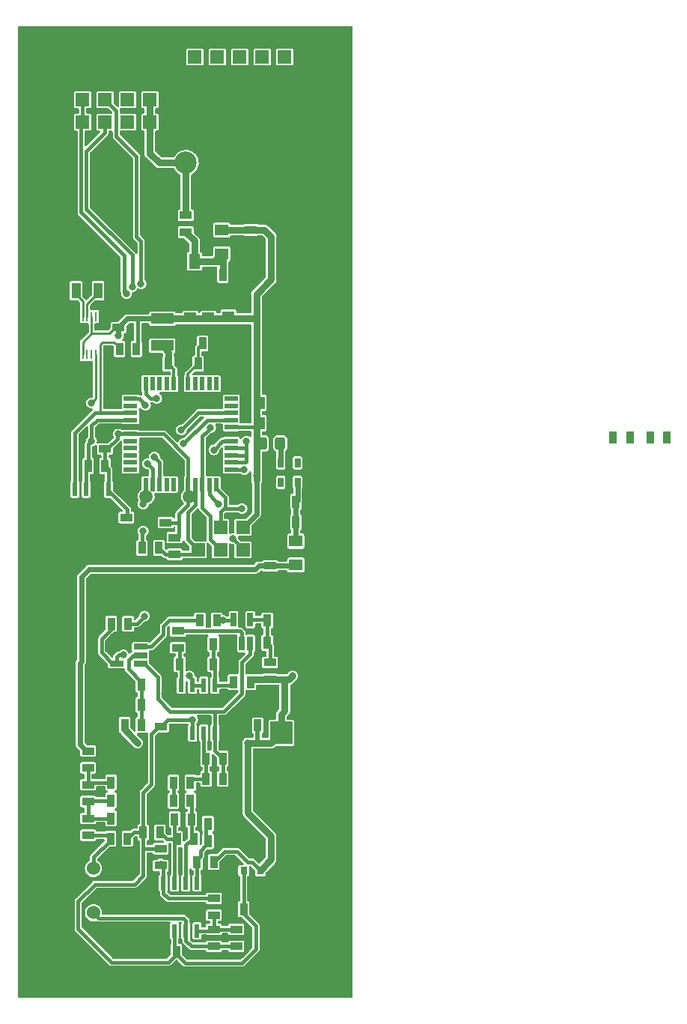
<source format=gbr>
%TF.GenerationSoftware,KiCad,Pcbnew,6.0.4-6f826c9f35~116~ubuntu20.04.1*%
%TF.CreationDate,2022-03-30T14:35:37+00:00*%
%TF.ProjectId,SPACEDOS02B_PCB01A,53504143-4544-44f5-9330-32425f504342,REV*%
%TF.SameCoordinates,Original*%
%TF.FileFunction,Copper,L2,Bot*%
%TF.FilePolarity,Positive*%
%FSLAX46Y46*%
G04 Gerber Fmt 4.6, Leading zero omitted, Abs format (unit mm)*
G04 Created by KiCad (PCBNEW 6.0.4-6f826c9f35~116~ubuntu20.04.1) date 2022-03-30 14:35:37*
%MOMM*%
%LPD*%
G01*
G04 APERTURE LIST*
G04 Aperture macros list*
%AMRoundRect*
0 Rectangle with rounded corners*
0 $1 Rounding radius*
0 $2 $3 $4 $5 $6 $7 $8 $9 X,Y pos of 4 corners*
0 Add a 4 corners polygon primitive as box body*
4,1,4,$2,$3,$4,$5,$6,$7,$8,$9,$2,$3,0*
0 Add four circle primitives for the rounded corners*
1,1,$1+$1,$2,$3*
1,1,$1+$1,$4,$5*
1,1,$1+$1,$6,$7*
1,1,$1+$1,$8,$9*
0 Add four rect primitives between the rounded corners*
20,1,$1+$1,$2,$3,$4,$5,0*
20,1,$1+$1,$4,$5,$6,$7,0*
20,1,$1+$1,$6,$7,$8,$9,0*
20,1,$1+$1,$8,$9,$2,$3,0*%
G04 Aperture macros list end*
%TA.AperFunction,ComponentPad*%
%ADD10R,1.524000X1.524000*%
%TD*%
%TA.AperFunction,ComponentPad*%
%ADD11C,2.500000*%
%TD*%
%TA.AperFunction,ComponentPad*%
%ADD12C,1.524000*%
%TD*%
%TA.AperFunction,ComponentPad*%
%ADD13C,1.500000*%
%TD*%
%TA.AperFunction,SMDPad,CuDef*%
%ADD14R,1.524000X1.524000*%
%TD*%
%TA.AperFunction,SMDPad,CuDef*%
%ADD15R,0.650000X1.560000*%
%TD*%
%TA.AperFunction,SMDPad,CuDef*%
%ADD16R,1.560000X0.650000*%
%TD*%
%TA.AperFunction,SMDPad,CuDef*%
%ADD17R,0.889000X1.397000*%
%TD*%
%TA.AperFunction,SMDPad,CuDef*%
%ADD18R,1.397000X0.889000*%
%TD*%
%TA.AperFunction,SMDPad,CuDef*%
%ADD19R,0.550000X1.500000*%
%TD*%
%TA.AperFunction,SMDPad,CuDef*%
%ADD20R,1.500000X0.550000*%
%TD*%
%TA.AperFunction,SMDPad,CuDef*%
%ADD21R,0.600000X1.550000*%
%TD*%
%TA.AperFunction,SMDPad,CuDef*%
%ADD22R,0.250000X1.100000*%
%TD*%
%TA.AperFunction,SMDPad,CuDef*%
%ADD23R,2.540000X1.270000*%
%TD*%
%TA.AperFunction,SMDPad,CuDef*%
%ADD24R,0.650000X1.060000*%
%TD*%
%TA.AperFunction,SMDPad,CuDef*%
%ADD25R,1.300000X1.700000*%
%TD*%
%TA.AperFunction,SMDPad,CuDef*%
%ADD26RoundRect,0.250000X-0.325000X-0.450000X0.325000X-0.450000X0.325000X0.450000X-0.325000X0.450000X0*%
%TD*%
%TA.AperFunction,SMDPad,CuDef*%
%ADD27R,1.000000X1.800000*%
%TD*%
%TA.AperFunction,SMDPad,CuDef*%
%ADD28R,0.800000X0.900000*%
%TD*%
%TA.AperFunction,SMDPad,CuDef*%
%ADD29R,2.499360X2.550160*%
%TD*%
%TA.AperFunction,SMDPad,CuDef*%
%ADD30R,1.500000X1.300000*%
%TD*%
%TA.AperFunction,SMDPad,CuDef*%
%ADD31R,3.000000X0.700000*%
%TD*%
%TA.AperFunction,SMDPad,CuDef*%
%ADD32R,3.800000X1.000000*%
%TD*%
%TA.AperFunction,SMDPad,CuDef*%
%ADD33R,1.000000X3.800000*%
%TD*%
%TA.AperFunction,SMDPad,CuDef*%
%ADD34R,1.550000X1.000000*%
%TD*%
%TA.AperFunction,SMDPad,CuDef*%
%ADD35R,1.000000X1.000000*%
%TD*%
%TA.AperFunction,SMDPad,CuDef*%
%ADD36R,1.000000X2.300000*%
%TD*%
%TA.AperFunction,SMDPad,CuDef*%
%ADD37R,2.550000X3.300000*%
%TD*%
%TA.AperFunction,ViaPad*%
%ADD38C,0.800000*%
%TD*%
%TA.AperFunction,Conductor*%
%ADD39C,0.400000*%
%TD*%
%TA.AperFunction,Conductor*%
%ADD40C,0.250000*%
%TD*%
%TA.AperFunction,Conductor*%
%ADD41C,0.300000*%
%TD*%
%TA.AperFunction,Conductor*%
%ADD42C,0.800000*%
%TD*%
%TA.AperFunction,Conductor*%
%ADD43C,0.600000*%
%TD*%
%TA.AperFunction,Conductor*%
%ADD44C,0.500000*%
%TD*%
G04 APERTURE END LIST*
D10*
%TO.P,J19,1*%
%TO.N,/cpu/RST#*%
X7366000Y99083000D03*
%TO.P,J19,2*%
X7366000Y101623000D03*
%TD*%
%TO.P,J6,1*%
%TO.N,/cpu/RX0*%
X9906000Y101623000D03*
%TD*%
%TO.P,J4,1*%
%TO.N,/cpu/PC4*%
X12446000Y101623000D03*
%TD*%
%TO.P,J7,1*%
%TO.N,/cpu/TX0*%
X9906000Y99083000D03*
%TD*%
%TO.P,J5,1*%
%TO.N,/cpu/PC3*%
X12446000Y99083000D03*
%TD*%
D11*
%TO.P,BT1,1,+*%
%TO.N,/power/3*%
X19050000Y94479000D03*
%TO.P,BT1,2,-*%
%TO.N,GND*%
X19050000Y26979000D03*
%TD*%
D10*
%TO.P,J3,1*%
%TO.N,/power/3*%
X14986000Y101623000D03*
%TO.P,J3,2*%
X14986000Y99083000D03*
%TD*%
%TO.P,J2,1*%
%TO.N,GND*%
X17526000Y101623000D03*
%TO.P,J2,2*%
X17526000Y99083000D03*
%TD*%
D12*
%TO.P,D1,1,K*%
%TO.N,/K*%
X8596000Y14715000D03*
%TO.P,D1,2,A*%
%TO.N,/A*%
X8596000Y9715000D03*
%TD*%
D13*
%TO.P,Y1,1,1*%
%TO.N,Net-(C38-Pad1)*%
X19468000Y56762000D03*
%TO.P,Y1,2,2*%
%TO.N,Net-(C41-Pad1)*%
X14568000Y56762000D03*
%TD*%
D14*
%TO.P,J22,1*%
%TO.N,/cpu/PB6*%
X25514300Y50734100D03*
%TO.P,J22,2*%
%TO.N,+3V3*%
X25514300Y53274100D03*
%TO.P,J22,3*%
%TO.N,/cpu/PB7*%
X22974300Y50734100D03*
%TO.P,J22,4*%
%TO.N,/cpu/PB5*%
X22974300Y53274100D03*
%TO.P,J22,5*%
%TO.N,/cpu/RST#_P*%
X20434300Y50734100D03*
%TO.P,J22,6*%
%TO.N,GND*%
X20434300Y53274100D03*
%TD*%
D15*
%TO.P,U5,1,COM*%
%TO.N,Net-(C18-Pad1)*%
X26343300Y40146100D03*
%TO.P,U5,2,NO*%
%TO.N,Net-(R13-Pad2)*%
X25393300Y40146100D03*
%TO.P,U5,3,GND*%
%TO.N,GND*%
X24443300Y40146100D03*
%TO.P,U5,4,IN*%
%TO.N,PB0*%
X24443300Y42846100D03*
%TO.P,U5,5,VCC*%
%TO.N,/VCC4*%
X26343300Y42846100D03*
%TD*%
D16*
%TO.P,U4,1*%
%TO.N,Net-(R12-Pad2)*%
X13916300Y39779100D03*
%TO.P,U4,2,V+*%
%TO.N,/VCC3*%
X13916300Y38829100D03*
%TO.P,U4,3,+*%
%TO.N,Net-(C18-Pad1)*%
X13916300Y37879100D03*
%TO.P,U4,4,-*%
%TO.N,Net-(R1-Pad2)*%
X11216300Y37879100D03*
%TO.P,U4,5,V-*%
%TO.N,GND*%
X11216300Y39779100D03*
%TD*%
D17*
%TO.P,C8,1*%
%TO.N,/VCC3*%
X14026800Y33241100D03*
%TO.P,C8,2*%
%TO.N,GND*%
X12121800Y33241100D03*
%TD*%
%TO.P,C3,1*%
%TO.N,PA1*%
X17963000Y5301100D03*
%TO.P,C3,2*%
%TO.N,GND*%
X16058000Y5301100D03*
%TD*%
D18*
%TO.P,R6,1*%
%TO.N,Net-(C10-Pad2)*%
X24758300Y7841100D03*
%TO.P,R6,2*%
%TO.N,/A*%
X24758300Y5936100D03*
%TD*%
D17*
%TO.P,C13,1*%
%TO.N,/VCC3*%
X14026800Y35527100D03*
%TO.P,C13,2*%
%TO.N,GND*%
X12121800Y35527100D03*
%TD*%
%TO.P,C24,1*%
%TO.N,/K*%
X10528300Y18095100D03*
%TO.P,C24,2*%
%TO.N,PA1*%
X12433300Y18095100D03*
%TD*%
%TO.P,C4,1*%
%TO.N,+3V3*%
X27178000Y30884000D03*
%TO.P,C4,2*%
%TO.N,GND*%
X25273000Y30884000D03*
%TD*%
D19*
%TO.P,U10,1,(PCINT13/MOSI)PB5*%
%TO.N,/cpu/PB5*%
X22496300Y58119100D03*
%TO.P,U10,2,(PCINT14/MISO)PB6*%
%TO.N,/cpu/PB6*%
X21696300Y58119100D03*
%TO.P,U10,3,(PCINT15/SCK)PB7*%
%TO.N,/cpu/PB7*%
X20896300Y58119100D03*
%TO.P,U10,4,~{RESET}*%
%TO.N,/cpu/RST#_P*%
X20096300Y58119100D03*
%TO.P,U10,5,VCC*%
%TO.N,+3V3*%
X19296300Y58119100D03*
%TO.P,U10,6,GND*%
%TO.N,GND*%
X18496300Y58119100D03*
%TO.P,U10,7,XTAL2*%
%TO.N,Net-(C38-Pad1)*%
X17696300Y58119100D03*
%TO.P,U10,8,XTAL1*%
%TO.N,Net-(C41-Pad1)*%
X16896300Y58119100D03*
%TO.P,U10,9,(PCINT24/RXD0)PD0*%
%TO.N,/cpu/RX0*%
X16096300Y58119100D03*
%TO.P,U10,10,(PCINT25/TXD0)PD1*%
%TO.N,/cpu/TX0*%
X15296300Y58119100D03*
%TO.P,U10,11,(PCINT26/RXD1/INT0)PD2*%
%TO.N,/cpu/RX1*%
X14496300Y58119100D03*
D20*
%TO.P,U10,12,(PCINT27/TXD1/INT1)PD3*%
%TO.N,/cpu/TX1*%
X12796300Y59819100D03*
%TO.P,U10,13,(PCINT28/XCK1/OC1B)PD4*%
%TO.N,/cpu/TIMEPULSE*%
X12796300Y60619100D03*
%TO.P,U10,14,(PCINT294/OC1A)PD5*%
%TO.N,/cpu/EXTINT*%
X12796300Y61419100D03*
%TO.P,U10,15,(PCINT30/OC2B/ICP)PD6*%
%TO.N,/cpu/GEO_STAT*%
X12796300Y62219100D03*
%TO.P,U10,16,(PCINT31/OC2A)PD7*%
%TO.N,unconnected-(U10-Pad16)*%
X12796300Y63019100D03*
%TO.P,U10,17,VCC*%
%TO.N,+3V3*%
X12796300Y63819100D03*
%TO.P,U10,18,GND*%
%TO.N,GND*%
X12796300Y64619100D03*
%TO.P,U10,19,(PCINT16/SCL)PC0*%
%TO.N,/cpu/PC0*%
X12796300Y65419100D03*
%TO.P,U10,20,(PCINT17/SDA)PC1*%
%TO.N,/cpu/PC1*%
X12796300Y66219100D03*
%TO.P,U10,21,(PCINT18/TCK)PC2*%
%TO.N,unconnected-(U10-Pad21)*%
X12796300Y67019100D03*
%TO.P,U10,22,(PCINT19/TMS)PC3*%
%TO.N,/cpu/PC3*%
X12796300Y67819100D03*
D19*
%TO.P,U10,23,(PCINT20/TDO)PC4*%
%TO.N,/cpu/PC4*%
X14496300Y69519100D03*
%TO.P,U10,24,(PCINT21/TDI)PC5*%
%TO.N,unconnected-(U10-Pad24)*%
X15296300Y69519100D03*
%TO.P,U10,25,(PCINT22/TOSC1)PC6*%
%TO.N,unconnected-(U10-Pad25)*%
X16096300Y69519100D03*
%TO.P,U10,26,(PCINT23/TOSC2)PC7*%
%TO.N,unconnected-(U10-Pad26)*%
X16896300Y69519100D03*
%TO.P,U10,27,AVCC*%
%TO.N,/cpu/AVCC*%
X17696300Y69519100D03*
%TO.P,U10,28,GND*%
%TO.N,GND*%
X18496300Y69519100D03*
%TO.P,U10,29,AREF*%
%TO.N,Net-(C40-Pad1)*%
X19296300Y69519100D03*
%TO.P,U10,30,(PCINT7/ADC7)PA7*%
%TO.N,unconnected-(U10-Pad30)*%
X20096300Y69519100D03*
%TO.P,U10,31,(PCINT6/ADC6)PA6*%
%TO.N,unconnected-(U10-Pad31)*%
X20896300Y69519100D03*
%TO.P,U10,32,(PCINT5/ADC5)PA5*%
%TO.N,unconnected-(U10-Pad32)*%
X21696300Y69519100D03*
%TO.P,U10,33,(PCINT4/ADC4)PA4*%
%TO.N,unconnected-(U10-Pad33)*%
X22496300Y69519100D03*
D20*
%TO.P,U10,34,(PCINT3/ADC3)PA3*%
%TO.N,unconnected-(U10-Pad34)*%
X24196300Y67819100D03*
%TO.P,U10,35,(PCINT2/ADC2)PA2*%
%TO.N,unconnected-(U10-Pad35)*%
X24196300Y67019100D03*
%TO.P,U10,36,(PCINT1/ADC1)PA1*%
%TO.N,PA1*%
X24196300Y66219100D03*
%TO.P,U10,37,(PCINT0/ADC0)PA0*%
%TO.N,PA0*%
X24196300Y65419100D03*
%TO.P,U10,38,VCC*%
%TO.N,+3V3*%
X24196300Y64619100D03*
%TO.P,U10,39,GND*%
%TO.N,GND*%
X24196300Y63819100D03*
%TO.P,U10,40,(PCINT8/T0/XCK)PB0*%
%TO.N,PB0*%
X24196300Y63019100D03*
%TO.P,U10,41,(PCINT9/CLKO/T1)PB1*%
%TO.N,/cpu/SD_VDD*%
X24196300Y62219100D03*
%TO.P,U10,42,(PCINT10/AIN0/INT2)PB2*%
X24196300Y61419100D03*
%TO.P,U10,43,(PCINT11/AIN1/OC0)PB3*%
X24196300Y60619100D03*
%TO.P,U10,44,(PCINT12/OC0B/~{SS})PB4*%
%TO.N,/cpu/PB4*%
X24196300Y59819100D03*
%TD*%
D17*
%TO.P,R4,1*%
%TO.N,/VCC3*%
X14026800Y30955100D03*
%TO.P,R4,2*%
%TO.N,+3V3*%
X12121800Y30955100D03*
%TD*%
D18*
%TO.P,C10,1*%
%TO.N,Net-(C10-Pad1)*%
X22218300Y11333600D03*
%TO.P,C10,2*%
%TO.N,Net-(C10-Pad2)*%
X22218300Y9428600D03*
%TD*%
%TO.P,C5,1*%
%TO.N,Net-(C10-Pad2)*%
X22218300Y7841100D03*
%TO.P,C5,2*%
%TO.N,/A*%
X22218300Y5936100D03*
%TD*%
D17*
%TO.P,R3,1*%
%TO.N,/VCC2*%
X24440800Y35781100D03*
%TO.P,R3,2*%
%TO.N,+3V3*%
X26345800Y35781100D03*
%TD*%
%TO.P,R2,1*%
%TO.N,/VCC1*%
X20313300Y15461100D03*
%TO.P,R2,2*%
%TO.N,+3V3*%
X22218300Y15461100D03*
%TD*%
D21*
%TO.P,U2,1*%
%TO.N,Net-(C18-Pad1)*%
X22345300Y30033100D03*
%TO.P,U2,2,-*%
%TO.N,Net-(C18-Pad2)*%
X21075300Y30033100D03*
%TO.P,U2,3,+*%
%TO.N,PA1*%
X19805300Y30033100D03*
%TO.P,U2,4,V-*%
%TO.N,GND*%
X18535300Y30033100D03*
%TO.P,U2,5,+*%
%TO.N,Net-(C19-Pad1)*%
X18535300Y35433100D03*
%TO.P,U2,6,-*%
%TO.N,Net-(R1-Pad2)*%
X19805300Y35433100D03*
%TO.P,U2,7*%
X21075300Y35433100D03*
%TO.P,U2,8,V+*%
%TO.N,/VCC2*%
X22345300Y35433100D03*
%TD*%
D17*
%TO.P,R10,1*%
%TO.N,Net-(C18-Pad2)*%
X19558000Y24407000D03*
%TO.P,R10,2*%
%TO.N,Net-(C16-Pad1)*%
X17653000Y24407000D03*
%TD*%
%TO.P,C18,1*%
%TO.N,Net-(C18-Pad1)*%
X23234300Y27145100D03*
%TO.P,C18,2*%
%TO.N,Net-(C18-Pad2)*%
X21329300Y27145100D03*
%TD*%
D21*
%TO.P,U1,1*%
%TO.N,Net-(C10-Pad2)*%
X20313300Y7681100D03*
%TO.P,U1,2,-*%
%TO.N,/A*%
X19043300Y7681100D03*
%TO.P,U1,3,+*%
%TO.N,PA1*%
X17773300Y7681100D03*
%TO.P,U1,4,V-*%
%TO.N,GND*%
X16503300Y7681100D03*
%TO.P,U1,5,+*%
%TO.N,Net-(C10-Pad1)*%
X16503300Y13081100D03*
%TO.P,U1,6,-*%
%TO.N,Net-(C15-Pad2)*%
X17773300Y13081100D03*
%TO.P,U1,7*%
%TO.N,Net-(C15-Pad1)*%
X19043300Y13081100D03*
%TO.P,U1,8,V+*%
%TO.N,/VCC1*%
X20313300Y13081100D03*
%TD*%
D17*
%TO.P,C20,1*%
%TO.N,PA1*%
X25583800Y10127100D03*
%TO.P,C20,2*%
%TO.N,GND*%
X27488800Y10127100D03*
%TD*%
D18*
%TO.P,R7,1*%
%TO.N,PA1*%
X16213000Y16955000D03*
%TO.P,R7,2*%
%TO.N,Net-(C10-Pad1)*%
X16213000Y15050000D03*
%TD*%
D17*
%TO.P,R9,1*%
%TO.N,Net-(C15-Pad1)*%
X19963000Y18050000D03*
%TO.P,R9,2*%
%TO.N,Net-(C15-Pad2)*%
X18058000Y18050000D03*
%TD*%
%TO.P,C11,1*%
%TO.N,/VCC1*%
X21558000Y17800000D03*
%TO.P,C11,2*%
%TO.N,GND*%
X23463000Y17800000D03*
%TD*%
%TO.P,C16,1*%
%TO.N,Net-(C16-Pad1)*%
X17653000Y22375000D03*
%TO.P,C16,2*%
%TO.N,Net-(C15-Pad1)*%
X19558000Y22375000D03*
%TD*%
%TO.P,R11,1*%
%TO.N,Net-(C18-Pad1)*%
X23234300Y24859100D03*
%TO.P,R11,2*%
%TO.N,Net-(C18-Pad2)*%
X21329300Y24859100D03*
%TD*%
%TO.P,C15,1*%
%TO.N,Net-(C15-Pad1)*%
X19678300Y20287100D03*
%TO.P,C15,2*%
%TO.N,Net-(C15-Pad2)*%
X17773300Y20287100D03*
%TD*%
D18*
%TO.P,R5,1*%
%TO.N,/VCC4*%
X28568300Y38003600D03*
%TO.P,R5,2*%
%TO.N,+3V3*%
X28568300Y36098600D03*
%TD*%
D17*
%TO.P,C12,1*%
%TO.N,/VCC2*%
X22154800Y37813100D03*
%TO.P,C12,2*%
%TO.N,GND*%
X20249800Y37813100D03*
%TD*%
D22*
%TO.P,U11,1,OSCI*%
%TO.N,Net-(U11-Pad1)*%
X7382000Y77103000D03*
%TO.P,U11,2,OSCO*%
%TO.N,Net-(U11-Pad2)*%
X7882000Y77103000D03*
%TO.P,U11,3,VBAT*%
%TO.N,+3V3*%
X8382000Y77103000D03*
%TO.P,U11,4,TS*%
%TO.N,unconnected-(U11-Pad4)*%
X8882000Y77103000D03*
%TO.P,U11,5,GND*%
%TO.N,GND*%
X9382000Y77103000D03*
%TO.P,U11,6,SDA*%
%TO.N,/cpu/PC1*%
X9382000Y72803000D03*
%TO.P,U11,7,SCL*%
%TO.N,/cpu/PC0*%
X8882000Y72803000D03*
%TO.P,U11,8,CLK*%
%TO.N,unconnected-(U11-Pad8)*%
X8382000Y72803000D03*
%TO.P,U11,9,INTA*%
%TO.N,unconnected-(U11-Pad9)*%
X7882000Y72803000D03*
%TO.P,U11,10,VDD*%
%TO.N,+3V3*%
X7382000Y72803000D03*
%TD*%
D18*
%TO.P,R13,1*%
%TO.N,Net-(C19-Pad1)*%
X18154300Y39654600D03*
%TO.P,R13,2*%
%TO.N,Net-(R13-Pad2)*%
X18154300Y41559600D03*
%TD*%
D17*
%TO.P,C9,1*%
%TO.N,/VCC4*%
X28250800Y40226100D03*
%TO.P,C9,2*%
%TO.N,GND*%
X30155800Y40226100D03*
%TD*%
%TO.P,C14,1*%
%TO.N,/VCC4*%
X28250800Y42766100D03*
%TO.P,C14,2*%
%TO.N,GND*%
X30155800Y42766100D03*
%TD*%
%TO.P,C7,1*%
%TO.N,/VCC2*%
X22154800Y40099100D03*
%TO.P,C7,2*%
%TO.N,GND*%
X20249800Y40099100D03*
%TD*%
%TO.P,R12,1*%
%TO.N,PB0*%
X22535800Y42766100D03*
%TO.P,R12,2*%
%TO.N,Net-(R12-Pad2)*%
X20630800Y42766100D03*
%TD*%
D23*
%TO.P,L1,1,1*%
%TO.N,+3V3*%
X16383000Y76858000D03*
%TO.P,L1,2,2*%
%TO.N,/cpu/AVCC*%
X16383000Y73810000D03*
%TD*%
D17*
%TO.P,C19,1*%
%TO.N,Net-(C19-Pad1)*%
X18344800Y37813100D03*
%TO.P,C19,2*%
%TO.N,GND*%
X16439800Y37813100D03*
%TD*%
D24*
%TO.P,U8,1,SW*%
%TO.N,Net-(L3-Pad2)*%
X29784000Y60559000D03*
%TO.P,U8,2,GND*%
%TO.N,GND*%
X30734000Y60559000D03*
%TO.P,U8,3*%
%TO.N,N/C*%
X31684000Y60559000D03*
%TO.P,U8,4,Vout*%
%TO.N,Net-(C42-Pad1)*%
X31684000Y58359000D03*
%TO.P,U8,5*%
%TO.N,N/C*%
X29784000Y58359000D03*
%TD*%
D17*
%TO.P,C2,1*%
%TO.N,Net-(C2-Pad1)*%
X10591800Y20381100D03*
%TO.P,C2,2*%
%TO.N,GND*%
X12496800Y20381100D03*
%TD*%
D25*
%TO.P,D3,1,K*%
%TO.N,Net-(C29-Pad1)*%
X20010000Y83335000D03*
%TO.P,D3,2,A*%
%TO.N,GND*%
X16510000Y83335000D03*
%TD*%
D18*
%TO.P,F2,1*%
%TO.N,Net-(C29-Pad1)*%
X19050000Y86637000D03*
%TO.P,F2,2*%
%TO.N,/power/3*%
X19050000Y88542000D03*
%TD*%
%TO.P,C55,1*%
%TO.N,+3V3*%
X26416000Y86891000D03*
%TO.P,C55,2*%
%TO.N,GND*%
X26416000Y84986000D03*
%TD*%
D26*
%TO.P,L3,1*%
%TO.N,+3V3*%
X27677000Y62761000D03*
%TO.P,L3,2*%
%TO.N,Net-(L3-Pad2)*%
X29727000Y62761000D03*
%TD*%
D27*
%TO.P,Y2,1,1*%
%TO.N,Net-(U11-Pad2)*%
X9124000Y80033000D03*
%TO.P,Y2,2,2*%
%TO.N,Net-(U11-Pad1)*%
X6624000Y80033000D03*
%TD*%
D18*
%TO.P,R22,1*%
%TO.N,/K*%
X7988300Y18476100D03*
%TO.P,R22,2*%
%TO.N,Net-(C2-Pad1)*%
X7988300Y20381100D03*
%TD*%
%TO.P,R19,1*%
%TO.N,Net-(C2-Pad1)*%
X7988300Y22286100D03*
%TO.P,R19,2*%
%TO.N,Net-(C21-Pad1)*%
X7988300Y24191100D03*
%TD*%
%TO.P,R15,1*%
%TO.N,Net-(C21-Pad1)*%
X7988300Y26096100D03*
%TO.P,R15,2*%
%TO.N,+5V*%
X7988300Y28001100D03*
%TD*%
D17*
%TO.P,C23,1*%
%TO.N,Net-(C2-Pad1)*%
X10591800Y22413100D03*
%TO.P,C23,2*%
%TO.N,GND*%
X12496800Y22413100D03*
%TD*%
%TO.P,C21,1*%
%TO.N,Net-(C21-Pad1)*%
X10591800Y24445100D03*
%TO.P,C21,2*%
%TO.N,GND*%
X12496800Y24445100D03*
%TD*%
D18*
%TO.P,C34,1*%
%TO.N,+3V3*%
X16750000Y53820500D03*
%TO.P,C34,2*%
%TO.N,GND*%
X16750000Y55725500D03*
%TD*%
%TO.P,C27,1*%
%TO.N,+3V3*%
X21590000Y77112000D03*
%TO.P,C27,2*%
%TO.N,GND*%
X21590000Y79017000D03*
%TD*%
D17*
%TO.P,R20,1*%
%TO.N,/cpu/PC1*%
X11557000Y73429000D03*
%TO.P,R20,2*%
%TO.N,+3V3*%
X13462000Y73429000D03*
%TD*%
D18*
%TO.P,R23,1*%
%TO.N,/cpu/RST#_P*%
X17780000Y50226100D03*
%TO.P,R23,2*%
%TO.N,+3V3*%
X17780000Y52131100D03*
%TD*%
%TO.P,C26,1*%
%TO.N,+3V3*%
X23876000Y77239000D03*
%TO.P,C26,2*%
%TO.N,GND*%
X23876000Y79144000D03*
%TD*%
D28*
%TO.P,U3,1,Vin*%
%TO.N,+3V3*%
X27486300Y14477100D03*
%TO.P,U3,2,Vout*%
%TO.N,PA1*%
X25586300Y14477100D03*
%TO.P,U3,3,GND*%
%TO.N,GND*%
X26536300Y16477100D03*
%TD*%
D17*
%TO.P,C43,1*%
%TO.N,/cpu/RST#_P*%
X16002000Y50950000D03*
%TO.P,C43,2*%
%TO.N,/cpu/RST#*%
X14097000Y50950000D03*
%TD*%
D18*
%TO.P,C39,1*%
%TO.N,+3V3*%
X9906000Y62126000D03*
%TO.P,C39,2*%
%TO.N,GND*%
X9906000Y64031000D03*
%TD*%
%TO.P,C28,1*%
%TO.N,+3V3*%
X19558000Y77112000D03*
%TO.P,C28,2*%
%TO.N,GND*%
X19558000Y79017000D03*
%TD*%
D17*
%TO.P,R1,1*%
%TO.N,PA0*%
X12502800Y42385100D03*
%TO.P,R1,2*%
%TO.N,Net-(R1-Pad2)*%
X10597800Y42385100D03*
%TD*%
%TO.P,C36,1*%
%TO.N,Net-(C29-Pad1)*%
X23241000Y81811000D03*
%TO.P,C36,2*%
%TO.N,GND*%
X25146000Y81811000D03*
%TD*%
%TO.P,C32,1*%
%TO.N,+3V3*%
X27559000Y65047000D03*
%TO.P,C32,2*%
%TO.N,GND*%
X29464000Y65047000D03*
%TD*%
%TO.P,R21,1*%
%TO.N,/cpu/PC0*%
X8001000Y60221000D03*
%TO.P,R21,2*%
%TO.N,+3V3*%
X9906000Y60221000D03*
%TD*%
%TO.P,C44,1*%
%TO.N,Net-(C40-Pad1)*%
X20447000Y71778000D03*
%TO.P,C44,2*%
%TO.N,GND*%
X18542000Y71778000D03*
%TD*%
%TO.P,C31,1*%
%TO.N,/cpu/AVCC*%
X17081500Y71778000D03*
%TO.P,C31,2*%
%TO.N,GND*%
X15176500Y71778000D03*
%TD*%
%TO.P,C40,1*%
%TO.N,Net-(C40-Pad1)*%
X20955000Y74064000D03*
%TO.P,C40,2*%
%TO.N,GND*%
X19050000Y74064000D03*
%TD*%
%TO.P,C50,1*%
%TO.N,Net-(C42-Pad1)*%
X31496000Y53871000D03*
%TO.P,C50,2*%
%TO.N,GND*%
X29591000Y53871000D03*
%TD*%
%TO.P,C42,1*%
%TO.N,Net-(C42-Pad1)*%
X31496000Y56157000D03*
%TO.P,C42,2*%
%TO.N,GND*%
X29591000Y56157000D03*
%TD*%
%TO.P,C35,1*%
%TO.N,+3V3*%
X27559000Y67333000D03*
%TO.P,C35,2*%
%TO.N,GND*%
X29464000Y67333000D03*
%TD*%
D18*
%TO.P,C47,1*%
%TO.N,+3V3*%
X11430000Y75842000D03*
%TO.P,C47,2*%
%TO.N,GND*%
X11430000Y77747000D03*
%TD*%
%TO.P,C54,1*%
%TO.N,+5V*%
X28575000Y48918000D03*
%TO.P,C54,2*%
%TO.N,GND*%
X28575000Y50823000D03*
%TD*%
D17*
%TO.P,R8,1*%
%TO.N,Net-(C15-Pad2)*%
X16122300Y18800000D03*
%TO.P,R8,2*%
%TO.N,PA1*%
X14217300Y18800000D03*
%TD*%
%TO.P,C6,1*%
%TO.N,/VCC1*%
X21558000Y19779100D03*
%TO.P,C6,2*%
%TO.N,GND*%
X23463000Y19779100D03*
%TD*%
D29*
%TO.P,C1,1*%
%TO.N,+3V3*%
X29838300Y30050860D03*
%TO.P,C1,2*%
%TO.N,GND*%
X29838300Y25001340D03*
%TD*%
D30*
%TO.P,C29,1,1*%
%TO.N,Net-(C29-Pad1)*%
X23114000Y84191000D03*
D31*
%TO.P,C29,2,2*%
%TO.N,GND*%
X23114000Y85541000D03*
D30*
%TO.P,C29,3,3*%
%TO.N,+3V3*%
X23114000Y86891000D03*
%TD*%
%TO.P,C52,1,1*%
%TO.N,Net-(C42-Pad1)*%
X31496000Y51712000D03*
D31*
%TO.P,C52,2,2*%
%TO.N,GND*%
X31496000Y50362000D03*
D30*
%TO.P,C52,3,3*%
%TO.N,+5V*%
X31496000Y49012000D03*
%TD*%
D32*
%TO.P,M8,1*%
%TO.N,GND*%
X10304000Y90757000D03*
D33*
X4154000Y71857000D03*
X34454000Y71857000D03*
D34*
X5429000Y90757000D03*
D33*
X34454000Y53857000D03*
D35*
X4154000Y90757000D03*
D32*
X22304000Y46957000D03*
D33*
X4154000Y65857000D03*
D35*
X34454000Y90757000D03*
D33*
X34454000Y65857000D03*
X4154000Y59857000D03*
D34*
X5429000Y46957000D03*
D33*
X4154000Y53857000D03*
D36*
X34454000Y89107000D03*
D34*
X33179000Y90757000D03*
D36*
X4154000Y48607000D03*
D32*
X28304000Y90757000D03*
X16304000Y90757000D03*
X28304000Y46957000D03*
D33*
X34454000Y83857000D03*
X4154000Y83857000D03*
D36*
X4154000Y89107000D03*
D33*
X34454000Y77857000D03*
D32*
X10304000Y46957000D03*
D35*
X34454000Y46957000D03*
X4154000Y46957000D03*
D33*
X4154000Y77857000D03*
D32*
X22304000Y90757000D03*
D33*
X34454000Y59857000D03*
D34*
X33179000Y46957000D03*
D32*
X16304000Y46957000D03*
D36*
X34454000Y48607000D03*
%TD*%
D33*
%TO.P,M6,1*%
%TO.N,GND*%
X34478000Y31834000D03*
D37*
X33703000Y43584000D03*
D32*
X10328000Y934000D03*
D37*
X33703000Y2084000D03*
D32*
X22328000Y934000D03*
D37*
X4953000Y2084000D03*
D33*
X4178000Y7834000D03*
D32*
X28328000Y934000D03*
X16328000Y44734000D03*
D33*
X4178000Y37834000D03*
X4178000Y25834000D03*
X4178000Y19834000D03*
X4178000Y31834000D03*
X34478000Y25834000D03*
D32*
X22328000Y44734000D03*
D37*
X4953000Y43584000D03*
D32*
X28328000Y44734000D03*
D33*
X34478000Y37834000D03*
X4178000Y13834000D03*
X34478000Y7834000D03*
D32*
X10328000Y44734000D03*
D33*
X34478000Y19834000D03*
X34478000Y13834000D03*
D32*
X16328000Y934000D03*
%TD*%
D18*
%TO.P,C17,1*%
%TO.N,PA1*%
X16256000Y30757000D03*
%TO.P,C17,2*%
%TO.N,GND*%
X16256000Y28852000D03*
%TD*%
D10*
%TO.P,J9,1*%
%TO.N,/cpu/PB5*%
X25146000Y106449000D03*
%TD*%
%TO.P,J10,1*%
%TO.N,/cpu/SD_VDD*%
X30226000Y106449000D03*
%TD*%
%TO.P,J11,1*%
%TO.N,/cpu/PB7*%
X20066000Y106449000D03*
%TD*%
%TO.P,J12,1*%
%TO.N,/cpu/PB6*%
X22606000Y106449000D03*
%TD*%
%TO.P,J13,1*%
%TO.N,GND*%
X32766000Y106449000D03*
%TD*%
%TO.P,J8,1*%
%TO.N,/cpu/PB4*%
X27686000Y106449000D03*
%TD*%
D18*
%TO.P,C30,1*%
%TO.N,+3V3*%
X12319000Y54379000D03*
%TO.P,C30,2*%
%TO.N,GND*%
X12319000Y52474000D03*
%TD*%
D21*
%TO.P,U6,1,A0*%
%TO.N,GND*%
X10287000Y52187000D03*
%TO.P,U6,2,A1*%
X9017000Y52187000D03*
%TO.P,U6,3,A2*%
X7747000Y52187000D03*
%TO.P,U6,4,GND*%
X6477000Y52187000D03*
%TO.P,U6,5,SDA*%
%TO.N,/cpu/PC1*%
X6477000Y57587000D03*
%TO.P,U6,6,SCL*%
%TO.N,/cpu/PC0*%
X7747000Y57587000D03*
%TO.P,U6,7,WP*%
%TO.N,GND*%
X9017000Y57587000D03*
%TO.P,U6,8,VCC*%
%TO.N,+3V3*%
X10287000Y57587000D03*
%TD*%
D17*
%TO.P,C38,1*%
%TO.N,Net-(C38-Pad1)*%
X67403500Y63407590D03*
%TO.P,C38,2*%
%TO.N,GND*%
X69308500Y63407590D03*
%TD*%
%TO.P,C41,1*%
%TO.N,Net-(C41-Pad1)*%
X71593500Y63407590D03*
%TO.P,C41,2*%
%TO.N,GND*%
X73498500Y63407590D03*
%TD*%
D38*
%TO.N,GND*%
X8522339Y38810523D03*
X10839993Y40897407D03*
X22720300Y60513100D03*
X13208000Y26096100D03*
X5842000Y10183000D03*
X5842000Y7643000D03*
X6350000Y6119000D03*
X7366000Y5103000D03*
X20307300Y54798100D03*
X13970000Y27455000D03*
X16002000Y26439000D03*
X16624300Y43749100D03*
X9893300Y28636100D03*
X13576300Y40955100D03*
X15608300Y22286100D03*
X14592300Y40955100D03*
X7988300Y37526100D03*
X9893300Y27366100D03*
X16116300Y23429100D03*
X10528300Y29906100D03*
X8623300Y36256100D03*
X9893300Y36256100D03*
X7480300Y13269100D03*
X17018000Y27455000D03*
X17018000Y26439000D03*
X15608300Y42987100D03*
X10528300Y32446100D03*
X8623300Y40066100D03*
X10528300Y33716100D03*
X10528300Y31176100D03*
X10528300Y26096100D03*
X15608300Y41717100D03*
X12052300Y40955100D03*
X16002000Y27455000D03*
X14084300Y24826100D03*
X15608300Y21016100D03*
X10528300Y34986100D03*
X6604000Y11961000D03*
X27673300Y34351100D03*
X24713000Y20300000D03*
X14338300Y10856100D03*
X13081000Y10818000D03*
X12192000Y7897000D03*
X14224000Y6373000D03*
X14338300Y2601100D03*
X24244300Y30033100D03*
X24498300Y22921100D03*
X24498300Y32446100D03*
X11963000Y11800000D03*
X25133300Y2601100D03*
X10213000Y11800000D03*
X21196300Y22921100D03*
X21958300Y2601100D03*
X28943300Y10856100D03*
X13213000Y11800000D03*
X28308300Y7681100D03*
X13068300Y2601100D03*
X26403300Y3236100D03*
X27673300Y4506100D03*
X26403300Y33716100D03*
X28816300Y34097100D03*
X23863300Y31176100D03*
X21196300Y21651100D03*
X23863300Y34351100D03*
X23228300Y22921100D03*
X24498300Y21651100D03*
X23228300Y21651100D03*
X24498300Y26731100D03*
X25768300Y19111100D03*
X24498300Y25461100D03*
X24498300Y24191100D03*
X9652000Y7897000D03*
X13462000Y7897000D03*
X20053300Y2601100D03*
X28308300Y5776100D03*
X28816300Y32573100D03*
X28943300Y8951100D03*
X10922000Y7897000D03*
X29578300Y19746100D03*
X29578300Y28001100D03*
X27673300Y26096100D03*
X28308300Y21016100D03*
X33896300Y39177100D03*
X30848300Y28001100D03*
X33896300Y34351100D03*
X27673300Y22286100D03*
X32385000Y28344000D03*
X20186300Y38829100D03*
X32118300Y26731100D03*
X33896300Y35875100D03*
X24123300Y38956100D03*
X32639000Y31392000D03*
X20440300Y5047100D03*
X24713000Y19111100D03*
X33896300Y37399100D03*
X24713000Y17841100D03*
X27038300Y17841100D03*
X18408300Y33279100D03*
X28943300Y14031100D03*
X23996300Y9365100D03*
X24123300Y37686100D03*
X16503300Y39591100D03*
X17386486Y33489286D03*
X28308300Y27366100D03*
X21456300Y33495100D03*
X27673300Y24826100D03*
X30213300Y18476100D03*
X25768300Y17841100D03*
X28943300Y12761100D03*
X30213300Y15301100D03*
X16668300Y34511100D03*
X30213300Y17206100D03*
X27673300Y23556100D03*
X15868300Y38956100D03*
X33896300Y40701100D03*
X32639000Y29868000D03*
X32372300Y33081100D03*
X19170300Y5047100D03*
X15887735Y10380557D03*
X14598300Y12286100D03*
X30213300Y37526100D03*
X20313300Y10381100D03*
X10160000Y2817000D03*
X17138300Y10381100D03*
X18408300Y10381100D03*
X24123300Y10729100D03*
X24123300Y12286100D03*
X23736300Y14793100D03*
X22218300Y12921100D03*
X11938000Y26185000D03*
X14732000Y7897000D03*
X14224000Y5103000D03*
X8382000Y7897000D03*
X9906000Y6627000D03*
X10922000Y5357000D03*
X12700000Y5103000D03*
X15494000Y2563000D03*
X16764000Y2563000D03*
X18034000Y2563000D03*
X8636000Y3833000D03*
X10414000Y13993000D03*
X11684000Y13993000D03*
X12954000Y13993000D03*
X6604000Y14755000D03*
X6858000Y16025000D03*
X7874000Y17041000D03*
X11430000Y16533000D03*
X10922000Y15263000D03*
X6096000Y18311000D03*
X6096000Y19835000D03*
X6096000Y21105000D03*
X6096000Y22375000D03*
X6096000Y23645000D03*
X6096000Y25677000D03*
X6096000Y27201000D03*
X11176000Y27709000D03*
X12700000Y27455000D03*
X23876000Y2601100D03*
X19558000Y98575000D03*
X29210000Y52347000D03*
X9652000Y50315000D03*
X32766000Y102131000D03*
X11684000Y50315000D03*
X17780000Y80795000D03*
X10668000Y81049000D03*
X32766000Y103401000D03*
X21336000Y85367000D03*
X20066000Y67079000D03*
X32766000Y104671000D03*
X16002000Y49553000D03*
X30226000Y74953000D03*
X31750000Y63015000D03*
X30734000Y76223000D03*
X26670000Y37615000D03*
X7366000Y69111000D03*
X30480000Y86637000D03*
X17780000Y89939000D03*
X17780000Y85875000D03*
X31242000Y70381000D03*
X19558000Y100607000D03*
X28194000Y56411000D03*
X9652000Y89431000D03*
X30226000Y38631000D03*
X5080000Y101877000D03*
X11684000Y95019000D03*
X30480000Y84351000D03*
X31750000Y67333000D03*
X7620000Y50315000D03*
X10922000Y88161000D03*
X28194000Y54633000D03*
X30734000Y68857000D03*
X11684000Y92987000D03*
X20066000Y75715000D03*
X10414000Y68603000D03*
X12446000Y89685000D03*
X30226000Y88415000D03*
X21590000Y67587000D03*
X9906000Y83843000D03*
X19304000Y66317000D03*
X10160000Y96289000D03*
X17780000Y92225000D03*
X28448000Y88415000D03*
X31496000Y77747000D03*
X21082000Y87653000D03*
X31750000Y65555000D03*
X32258000Y68857000D03*
X21336000Y75715000D03*
X25908000Y57173000D03*
X18288000Y66571000D03*
X18796000Y75715000D03*
X10414000Y71143000D03*
X16256000Y62507000D03*
X6604000Y82319000D03*
X9398000Y95527000D03*
X8128000Y85875000D03*
X8382000Y82319000D03*
X18288000Y60221000D03*
X19558000Y102131000D03*
X6858000Y87145000D03*
X6350000Y49299000D03*
X31242000Y79017000D03*
X11430000Y57681000D03*
X29464000Y72667000D03*
X14732000Y65047000D03*
X12192000Y86891000D03*
X6604000Y84605000D03*
X16256000Y65047000D03*
X5080000Y100099000D03*
X17780000Y78763000D03*
X5080000Y98067000D03*
X28448000Y60983000D03*
%TO.N,Net-(R1-Pad2)*%
X12007568Y38854203D03*
X19431000Y36472000D03*
%TO.N,/cpu/RST#*%
X14224000Y52855000D03*
X12353395Y79689929D03*
%TO.N,/cpu/PC0*%
X8382000Y63015000D03*
X8382000Y67333000D03*
%TO.N,/cpu/PB5*%
X25400000Y55395000D03*
%TO.N,/cpu/PB7*%
X21844000Y64539000D03*
%TO.N,/cpu/PB6*%
X22720300Y55941100D03*
X24371300Y52004100D03*
%TO.N,/cpu/RX0*%
X15494000Y61237000D03*
X13970002Y80795000D03*
%TO.N,/cpu/TX0*%
X14732000Y60475000D03*
X12972133Y80475541D03*
%TO.N,+3V3*%
X13582300Y28923100D03*
X26028300Y28923100D03*
X27033000Y59096004D03*
X11430000Y63819100D03*
X31115000Y36472000D03*
X11430000Y74953000D03*
%TO.N,PA1*%
X19812000Y31519000D03*
X18542002Y64285000D03*
%TO.N,PA0*%
X14338300Y43241100D03*
X14224000Y55903000D03*
X18796000Y62761000D03*
%TO.N,PB0*%
X22212300Y62037100D03*
X23228300Y42766100D03*
%TO.N,/cpu/SD_VDD*%
X25908000Y63015000D03*
%TO.N,/cpu/PB4*%
X25654000Y59819100D03*
%TO.N,/cpu/PC4*%
X15748000Y67841000D03*
%TO.N,/cpu/PC3*%
X14478000Y67079000D03*
%TO.N,/cpu/RX1*%
X7366000Y71143000D03*
%TD*%
D39*
%TO.N,GND*%
X18725800Y27399100D02*
X18725800Y27145100D01*
D40*
X18973985Y33279100D02*
X19101986Y33151099D01*
X18408300Y33279100D02*
X18973985Y33279100D01*
D39*
X16439800Y37813100D02*
X16439800Y39527600D01*
X16503300Y39591100D02*
X15868300Y38956100D01*
D40*
X25412824Y4793100D02*
X23996300Y4793100D01*
X25223803Y9103599D02*
X26028300Y8299102D01*
X17137757Y10380557D02*
X17138300Y10381100D01*
X18408300Y10381100D02*
X20313300Y10381100D01*
D39*
X24443300Y40146100D02*
X24443300Y39276100D01*
X16503300Y34676100D02*
X16668300Y34511100D01*
D40*
X20249800Y38892600D02*
X20186300Y38829100D01*
X23996300Y4793100D02*
X19170300Y4793100D01*
X23996300Y4793100D02*
X20694300Y4793100D01*
X26028300Y5408576D02*
X25412824Y4793100D01*
X26028300Y8299102D02*
X26028300Y5408576D01*
X15887735Y10380557D02*
X17137757Y10380557D01*
X24835116Y9103599D02*
X25223803Y9103599D01*
X24250300Y9688415D02*
X24835116Y9103599D01*
D39*
X16439800Y39527600D02*
X16503300Y39591100D01*
D40*
X24123300Y9815415D02*
X24250300Y9688415D01*
X24123300Y10381100D02*
X24123300Y12286100D01*
X19101986Y33151099D02*
X21112299Y33151099D01*
D39*
X24443300Y39276100D02*
X24123300Y38956100D01*
D40*
X20694300Y4793100D02*
X20440300Y5047100D01*
X24123300Y10381100D02*
X24123300Y9815415D01*
X21112299Y33151099D02*
X21456300Y33495100D01*
X24123300Y9492100D02*
X23996300Y9365100D01*
X24123300Y10381100D02*
X24123300Y9492100D01*
X20249800Y40099100D02*
X20249800Y38892600D01*
D39*
X16503300Y39591100D02*
X16503300Y34676100D01*
D40*
X24123300Y10381100D02*
X20313300Y10381100D01*
D39*
X20434300Y54671100D02*
X20307300Y54798100D01*
X20434300Y53274100D02*
X20434300Y54671100D01*
X8912289Y40920774D02*
X8912289Y43549089D01*
X8623300Y40066100D02*
X8623300Y40631785D01*
X8623300Y40631785D02*
X8912289Y40920774D01*
X10198300Y44835100D02*
X11598300Y44835100D01*
X8912289Y43549089D02*
X10198300Y44835100D01*
D40*
X7508999Y10562989D02*
X7508999Y8262001D01*
X10213000Y11800000D02*
X9647315Y11800000D01*
D39*
X12796300Y64619100D02*
X10494100Y64619100D01*
D40*
X10213000Y11800000D02*
X8746010Y11800000D01*
X8746010Y11800000D02*
X7508999Y10562989D01*
X7508999Y8262001D02*
X7874000Y7897000D01*
X7874000Y7897000D02*
X8382000Y7897000D01*
D39*
X10494100Y64619100D02*
X9906000Y64031000D01*
D40*
X9647315Y11800000D02*
X9529310Y11681995D01*
D39*
%TO.N,Net-(C10-Pad2)*%
X22058300Y7681100D02*
X22218300Y7841100D01*
X20313300Y7681100D02*
X22058300Y7681100D01*
X24758300Y7841100D02*
X22218300Y7841100D01*
X22218300Y9428600D02*
X22218300Y7841100D01*
%TO.N,/VCC1*%
X20694300Y16096100D02*
X20694300Y16731100D01*
X20313300Y15715100D02*
X20694300Y16096100D01*
X21329300Y17747100D02*
X21329300Y19779100D01*
X20313300Y15461100D02*
X20313300Y15715100D01*
X20313300Y13081100D02*
X20313300Y15461100D01*
X21329300Y17366100D02*
X20694300Y16731100D01*
X21329300Y17747100D02*
X21329300Y17366100D01*
%TO.N,/VCC2*%
X22345300Y35433100D02*
X24092800Y35433100D01*
X22345300Y35433100D02*
X22345300Y37622600D01*
X22345300Y37622600D02*
X22154800Y37813100D01*
X22154800Y37813100D02*
X22154800Y40099100D01*
X24092800Y35433100D02*
X24440800Y35781100D01*
%TO.N,/VCC3*%
X14026800Y33241100D02*
X14026800Y35527100D01*
X14026800Y30955100D02*
X14026800Y33241100D01*
X12566300Y37241600D02*
X12566300Y38273386D01*
X12566300Y38273386D02*
X13122014Y38829100D01*
X13122014Y38829100D02*
X13916300Y38829100D01*
X14026800Y35781100D02*
X12566300Y37241600D01*
X14026800Y35527100D02*
X14026800Y35781100D01*
%TO.N,/VCC4*%
X28568300Y39908600D02*
X28250800Y40226100D01*
X28170800Y42846100D02*
X28250800Y42766100D01*
X28250800Y40226100D02*
X28250800Y42766100D01*
X28568300Y38003600D02*
X28568300Y39908600D01*
X26343300Y42846100D02*
X28170800Y42846100D01*
%TO.N,Net-(C10-Pad1)*%
X16503300Y13081100D02*
X16503300Y15143600D01*
X16503300Y13081100D02*
X16503300Y11906100D01*
X17075800Y11333600D02*
X16503300Y11906100D01*
X22218300Y11333600D02*
X17075800Y11333600D01*
X16503300Y15143600D02*
X16185800Y15461100D01*
%TO.N,Net-(C15-Pad1)*%
X19551300Y20414100D02*
X19678300Y20287100D01*
X19678300Y20287100D02*
X19678300Y18001100D01*
X19043300Y13081100D02*
X19043300Y17366100D01*
X19043300Y17366100D02*
X19678300Y18001100D01*
X19678300Y22254700D02*
X19558000Y22375000D01*
X19678300Y20287100D02*
X19678300Y22254700D01*
%TO.N,Net-(C15-Pad2)*%
X17773300Y18001100D02*
X17773300Y20287100D01*
X17773300Y13081100D02*
X17773300Y18001100D01*
X16872300Y18050000D02*
X16122300Y18800000D01*
X18058000Y18050000D02*
X16872300Y18050000D01*
%TO.N,Net-(C16-Pad1)*%
X17653000Y24407000D02*
X17653000Y22375000D01*
%TO.N,Net-(C18-Pad1)*%
X25393300Y34511100D02*
X24123300Y33241100D01*
X22345300Y28034100D02*
X23234300Y27145100D01*
X23234300Y24859100D02*
X23234300Y27145100D01*
X14371300Y37879100D02*
X15868300Y36382100D01*
X14371300Y37879100D02*
X13916300Y37879100D01*
X25393300Y38016100D02*
X25393300Y34511100D01*
X24123300Y33241100D02*
X23361300Y32479100D01*
X22345300Y32352100D02*
X22218300Y32479100D01*
X17265300Y32479100D02*
X18408300Y32479100D01*
X26343300Y40146100D02*
X26343300Y38966100D01*
X22218300Y32479100D02*
X18408300Y32479100D01*
X23361300Y32479100D02*
X22218300Y32479100D01*
X15868300Y33876100D02*
X17265300Y32479100D01*
X15868300Y36382100D02*
X15868300Y33876100D01*
X26343300Y38966100D02*
X25393300Y38016100D01*
X22345300Y32352100D02*
X22345300Y28034100D01*
%TO.N,Net-(C18-Pad2)*%
X21329300Y24859100D02*
X21329300Y27145100D01*
X19551300Y24859100D02*
X21329300Y24859100D01*
X21075300Y30033100D02*
X21075300Y27399100D01*
X21075300Y27399100D02*
X21329300Y27145100D01*
%TO.N,Net-(C19-Pad1)*%
X18344800Y37813100D02*
X18344800Y39464100D01*
X18535300Y37622600D02*
X18344800Y37813100D01*
X18344800Y39464100D02*
X18154300Y39654600D01*
X18535300Y35433100D02*
X18535300Y37622600D01*
%TO.N,Net-(R12-Pad2)*%
X17138300Y42766100D02*
X20630800Y42766100D01*
X16503300Y41186100D02*
X16503300Y42131100D01*
X13916300Y39779100D02*
X15096300Y39779100D01*
X16503300Y42131100D02*
X17138300Y42766100D01*
X15096300Y39779100D02*
X16503300Y41186100D01*
%TO.N,Net-(R13-Pad2)*%
X25393300Y41326100D02*
X25393300Y40146100D01*
X25159800Y41559600D02*
X25393300Y41326100D01*
X18154300Y41559600D02*
X25159800Y41559600D01*
%TO.N,Net-(C2-Pad1)*%
X7988300Y20381100D02*
X7988300Y22286100D01*
X10591800Y22413100D02*
X8115300Y22413100D01*
X8115300Y22413100D02*
X7988300Y22286100D01*
X7988300Y20381100D02*
X10591800Y20381100D01*
%TO.N,/A*%
X19043300Y7681100D02*
X19043300Y6571100D01*
X19043300Y6571100D02*
X19678300Y5936100D01*
X24758300Y5936100D02*
X22218300Y5936100D01*
X19678300Y5936100D02*
X22218300Y5936100D01*
X19043300Y7681100D02*
X19043300Y8856100D01*
X19043300Y8856100D02*
X18788300Y9111100D01*
X9199900Y9111100D02*
X8596000Y9715000D01*
X18788300Y9111100D02*
X9199900Y9111100D01*
%TO.N,/K*%
X7988300Y18476100D02*
X10147300Y18476100D01*
X10147300Y18476100D02*
X10528300Y18095100D01*
X10528300Y18095100D02*
X10528300Y17917300D01*
X8596000Y15985000D02*
X8596000Y14715000D01*
X10528300Y17917300D02*
X8596000Y15985000D01*
%TO.N,Net-(R1-Pad2)*%
X9512300Y40701100D02*
X9512300Y39177092D01*
X11216300Y37879100D02*
X10761300Y37879100D01*
X10761300Y37879100D02*
X9512300Y39128100D01*
X10597800Y42385100D02*
X10597800Y41786600D01*
X10597800Y41786600D02*
X9512300Y40701100D01*
X9512300Y39128100D02*
X9512300Y39177092D01*
X21075300Y35433100D02*
X19805300Y35433100D01*
X19805300Y35433100D02*
X19805300Y36097700D01*
X11216300Y37879100D02*
X11216300Y38604100D01*
X11466403Y38854203D02*
X12007568Y38854203D01*
X11216300Y38604100D02*
X11466403Y38854203D01*
X19805300Y36097700D02*
X19431000Y36472000D01*
D41*
%TO.N,/cpu/AVCC*%
X17696300Y69519100D02*
X17696300Y71163200D01*
D42*
X17081500Y71778000D02*
X17081500Y73111500D01*
X17081500Y73111500D02*
X16383000Y73810000D01*
D41*
X17696300Y71163200D02*
X17081500Y71778000D01*
D39*
%TO.N,/cpu/RST#*%
X12086461Y79956863D02*
X12353395Y79689929D01*
X7197998Y98406998D02*
X7197998Y88879924D01*
X7366000Y98575000D02*
X7197998Y98406998D01*
X7366000Y99083000D02*
X7366000Y98575000D01*
X14097000Y50950000D02*
X14097000Y52728000D01*
X14097000Y52728000D02*
X14224000Y52855000D01*
X12086461Y83991461D02*
X12086461Y79956863D01*
X7197998Y88879924D02*
X12086461Y83991461D01*
X7366000Y99083000D02*
X7366000Y101623000D01*
X13970000Y50823000D02*
X14097000Y50950000D01*
%TO.N,/cpu/PC0*%
X8001000Y60221000D02*
X8001000Y62634000D01*
X8001000Y62634000D02*
X8382000Y63015000D01*
X8382000Y64793000D02*
X8382000Y63015000D01*
X9008100Y65419100D02*
X12796300Y65419100D01*
D40*
X8882000Y72803000D02*
X8882000Y67833000D01*
X8882000Y67833000D02*
X8382000Y67333000D01*
D39*
X7747000Y59967000D02*
X8001000Y60221000D01*
X9008100Y65419100D02*
X8382000Y64793000D01*
X7747000Y57587000D02*
X7747000Y59967000D01*
D40*
%TO.N,/cpu/PC1*%
X11557000Y73556000D02*
X10922000Y74191000D01*
X9382000Y72803000D02*
X9382000Y71413000D01*
D39*
X6477000Y63948544D02*
X8747556Y66219100D01*
X6477000Y57587000D02*
X6477000Y63948544D01*
D40*
X9652000Y74191000D02*
X10922000Y74191000D01*
D39*
X8747556Y66219100D02*
X9300100Y66219100D01*
D40*
X9382000Y66301000D02*
X9300100Y66219100D01*
X9382000Y73921000D02*
X9652000Y74191000D01*
X9382000Y71413000D02*
X9382000Y66301000D01*
D39*
X9300100Y66219100D02*
X11646300Y66219100D01*
D40*
X9382000Y72803000D02*
X9382000Y73921000D01*
X11557000Y73429000D02*
X11557000Y73556000D01*
D39*
X11646300Y66219100D02*
X12796300Y66219100D01*
%TO.N,/cpu/PB5*%
X22974300Y53274100D02*
X22974300Y55011098D01*
X23520301Y55557099D02*
X23520301Y56620099D01*
X23682400Y55395000D02*
X23520301Y55557099D01*
X22974300Y55011098D02*
X23236101Y55272899D01*
X25400000Y55395000D02*
X23358202Y55395000D01*
X22496300Y58119100D02*
X22496300Y57644100D01*
X22496300Y57644100D02*
X23520301Y56620099D01*
X23236101Y55272899D02*
X23520301Y55557099D01*
X25400000Y55395000D02*
X23682400Y55395000D01*
X23358202Y55395000D02*
X23236101Y55272899D01*
%TO.N,/cpu/PB7*%
X20896300Y55479100D02*
X21812299Y54563101D01*
X21812299Y54563101D02*
X21812299Y51896101D01*
X21812299Y51896101D02*
X22974300Y50734100D01*
X20896300Y58119100D02*
X20896300Y55479100D01*
X21444001Y64139001D02*
X21844000Y64539000D01*
X20896300Y58119100D02*
X20896300Y63591300D01*
X20896300Y63591300D02*
X21444001Y64139001D01*
%TO.N,/cpu/PB6*%
X21696300Y56965100D02*
X22320301Y56341099D01*
X21696300Y58119100D02*
X21696300Y56965100D01*
X25514300Y50734100D02*
X25514300Y50861100D01*
X22320301Y56341099D02*
X22720300Y55941100D01*
X25514300Y50861100D02*
X24371300Y52004100D01*
%TO.N,/cpu/RX0*%
X13462000Y86129004D02*
X13970002Y85621002D01*
X13462000Y95213542D02*
X13462000Y86129004D01*
X13970002Y81360685D02*
X13970002Y80795000D01*
X16096300Y60634700D02*
X15494000Y61237000D01*
X11176000Y100353000D02*
X11176000Y97499542D01*
X13970002Y85621002D02*
X13970002Y81360685D01*
X9906000Y101623000D02*
X11176000Y100353000D01*
X16096300Y58119100D02*
X16096300Y60634700D01*
X11176000Y97499542D02*
X13462000Y95213542D01*
%TO.N,/cpu/TX0*%
X15296300Y59910700D02*
X14732000Y60475000D01*
X12972133Y80475541D02*
X12972133Y84078867D01*
X15296300Y58119100D02*
X15296300Y59910700D01*
X7798008Y89252992D02*
X7798008Y95813008D01*
X12972133Y84078867D02*
X7798008Y89252992D01*
X7798008Y95813008D02*
X9906000Y97921000D01*
X9906000Y97921000D02*
X9906000Y99083000D01*
D40*
%TO.N,Net-(U11-Pad1)*%
X7382000Y78875000D02*
X6624000Y79633000D01*
X6624000Y79633000D02*
X6624000Y80033000D01*
X7382000Y77103000D02*
X7382000Y78875000D01*
%TO.N,Net-(U11-Pad2)*%
X7882000Y78517000D02*
X7882000Y77103000D01*
X9124000Y79759000D02*
X7882000Y78517000D01*
X9124000Y80033000D02*
X9124000Y79759000D01*
D39*
%TO.N,+3V3*%
X19296300Y58119100D02*
X19296300Y55822184D01*
X18275300Y54801184D02*
X18275300Y53782100D01*
X18275300Y53782100D02*
X18275300Y52258100D01*
X19296300Y55822184D02*
X18275300Y54801184D01*
X18275300Y52258100D02*
X18148300Y52131100D01*
X19296300Y58119100D02*
X19296300Y59705098D01*
X23405799Y16648599D02*
X24840801Y16648599D01*
D42*
X12121800Y30955100D02*
X12121800Y30383600D01*
X27486300Y14527100D02*
X27486300Y14477100D01*
D39*
X27486300Y14527100D02*
X26552300Y15461100D01*
D42*
X28568300Y36098600D02*
X26663300Y36098600D01*
D39*
X24840801Y16648599D02*
X26028300Y15461100D01*
D42*
X28710540Y28923100D02*
X29838300Y30050860D01*
X28686300Y18391100D02*
X28686300Y15727100D01*
X12121800Y30383600D02*
X13582300Y28923100D01*
D39*
X26028300Y15461100D02*
X26552300Y15461100D01*
D42*
X26028300Y21049100D02*
X28686300Y18391100D01*
X26028300Y28923100D02*
X26028300Y21049100D01*
D39*
X22218300Y15461100D02*
X23405799Y16648599D01*
D42*
X26663300Y36098600D02*
X26345800Y35781100D01*
X28686300Y15727100D02*
X27486300Y14527100D01*
D39*
X18148300Y50226100D02*
X19926300Y50226100D01*
X19272299Y51896101D02*
X20434300Y50734100D01*
X19272299Y54949641D02*
X19272299Y51896101D01*
X19926300Y50226100D02*
X20434300Y50734100D01*
X20096300Y55773642D02*
X19272299Y54949641D01*
X20096300Y58119100D02*
X20096300Y55773642D01*
D42*
X27033000Y66680000D02*
X27033000Y67224000D01*
X27033000Y63160000D02*
X27033000Y64902000D01*
X27233900Y28923100D02*
X28710540Y28923100D01*
D43*
X27677000Y62761000D02*
X27142000Y62761000D01*
D42*
X27033000Y62616000D02*
X27033000Y62108000D01*
X28568300Y36098600D02*
X30233600Y36098600D01*
D39*
X16750000Y53820500D02*
X18236900Y53820500D01*
X16552100Y63819100D02*
X19296300Y61074900D01*
D40*
X7382000Y74207000D02*
X8382000Y75207000D01*
D39*
X13462000Y73683000D02*
X13589000Y73810000D01*
X12446000Y55268000D02*
X12446000Y54506000D01*
D44*
X27178000Y28979000D02*
X27233900Y28923100D01*
D39*
X10160000Y62126000D02*
X11303000Y63269000D01*
D43*
X16383000Y76858000D02*
X13589000Y76858000D01*
X13589000Y76858000D02*
X12446000Y76858000D01*
D42*
X27033000Y79634000D02*
X28702000Y81303000D01*
D41*
X27051000Y76858000D02*
X27114500Y76794500D01*
D40*
X11430000Y75842000D02*
X11049000Y75842000D01*
D43*
X25514300Y53274100D02*
X25565100Y53274100D01*
D40*
X8382000Y75207000D02*
X8382000Y77103000D01*
D42*
X23241000Y76858000D02*
X27051000Y76858000D01*
X27033000Y60838000D02*
X27033000Y59096004D01*
D43*
X11430000Y75842000D02*
X11430000Y74953000D01*
X27178000Y65047000D02*
X27033000Y64902000D01*
D42*
X28702000Y86129000D02*
X28702000Y81303000D01*
X27033000Y65446000D02*
X27033000Y66680000D01*
X27940000Y86891000D02*
X28702000Y86129000D01*
D43*
X12446000Y76858000D02*
X11430000Y75842000D01*
D39*
X24196300Y64619100D02*
X26843900Y64619100D01*
D40*
X7382000Y72803000D02*
X7382000Y74207000D01*
D42*
X27033000Y62108000D02*
X27033000Y60838000D01*
D39*
X13462000Y73429000D02*
X13462000Y73683000D01*
D42*
X16383000Y76858000D02*
X23241000Y76858000D01*
D39*
X10287000Y57427000D02*
X12446000Y55268000D01*
D42*
X26670000Y86891000D02*
X27940000Y86891000D01*
D39*
X12796300Y63819100D02*
X11895900Y63819100D01*
X9906000Y60221000D02*
X9906000Y62126000D01*
X19296300Y61074900D02*
X19296300Y60769100D01*
D42*
X27033000Y67224000D02*
X27033000Y79634000D01*
D39*
X12446000Y54506000D02*
X12319000Y54379000D01*
D43*
X25565100Y53274100D02*
X27033000Y54742000D01*
D42*
X27033000Y62108000D02*
X27033000Y62652000D01*
X27033000Y58570000D02*
X27033000Y59096004D01*
D39*
X9906000Y62126000D02*
X10160000Y62126000D01*
D43*
X27559000Y65047000D02*
X27178000Y65047000D01*
D42*
X30741600Y36098600D02*
X31115000Y36472000D01*
D40*
X8382000Y75207000D02*
X10160000Y75207000D01*
D39*
X26843900Y64619100D02*
X27189001Y64273999D01*
X18236900Y53820500D02*
X18275300Y53782100D01*
D42*
X26416000Y86891000D02*
X26670000Y86891000D01*
D43*
X27033000Y54742000D02*
X27033000Y58570000D01*
D39*
X13589000Y73810000D02*
X13589000Y76858000D01*
X10287000Y57587000D02*
X10287000Y57427000D01*
X16725900Y50226100D02*
X16002000Y50950000D01*
D42*
X30233600Y36098600D02*
X30741600Y36098600D01*
D39*
X11303000Y63396000D02*
X11303000Y63692100D01*
X11303000Y63269000D02*
X11303000Y63396000D01*
D42*
X29838300Y32125940D02*
X30233600Y32521240D01*
X29838300Y30050860D02*
X29838300Y32125940D01*
X26028300Y28923100D02*
X27233900Y28923100D01*
D41*
X19296300Y60769100D02*
X19296300Y59705098D01*
D42*
X27033000Y64902000D02*
X27033000Y65446000D01*
D40*
X11049000Y75842000D02*
X10414000Y75207000D01*
X10160000Y75207000D02*
X10414000Y75207000D01*
D42*
X30233600Y32521240D02*
X30233600Y36098600D01*
D39*
X17780000Y50226100D02*
X16725900Y50226100D01*
D42*
X27033000Y62652000D02*
X27033000Y63160000D01*
D39*
X10287000Y59840000D02*
X9906000Y60221000D01*
D43*
X27142000Y67333000D02*
X27033000Y67224000D01*
D39*
X19296300Y59269100D02*
X19296300Y58119100D01*
D42*
X23114000Y86891000D02*
X26416000Y86891000D01*
D44*
X27178000Y30884000D02*
X27178000Y28979000D01*
D39*
X11303000Y63692100D02*
X11430000Y63819100D01*
D43*
X27559000Y67333000D02*
X27142000Y67333000D01*
D39*
X12796300Y63819100D02*
X16552100Y63819100D01*
D43*
X27142000Y62761000D02*
X27033000Y62652000D01*
D39*
X19296300Y60869100D02*
X19296300Y59269100D01*
X10287000Y57587000D02*
X10287000Y59840000D01*
X11726100Y63819100D02*
X11895900Y63819100D01*
%TO.N,Net-(C21-Pad1)*%
X10591800Y24445100D02*
X8242300Y24445100D01*
X8242300Y24445100D02*
X7988300Y24191100D01*
X7988300Y24191100D02*
X7988300Y26096100D01*
D43*
%TO.N,Net-(C42-Pad1)*%
X31684000Y58359000D02*
X31684000Y56345000D01*
X31684000Y56345000D02*
X31496000Y56157000D01*
X31496000Y56157000D02*
X31496000Y53871000D01*
X31496000Y51712000D02*
X31496000Y53871000D01*
%TO.N,+5V*%
X31402000Y48918000D02*
X31496000Y49012000D01*
X27276500Y48918000D02*
X26895500Y48537000D01*
X8128000Y48537000D02*
X7239000Y47648000D01*
X26895500Y48537000D02*
X26670000Y48537000D01*
X7088299Y37958101D02*
X7088299Y28748701D01*
X28575000Y48918000D02*
X31402000Y48918000D01*
X7835900Y28001100D02*
X7988300Y28001100D01*
X7088299Y28748701D02*
X7835900Y28001100D01*
X7239000Y47648000D02*
X7239000Y38108802D01*
X28575000Y48918000D02*
X27276500Y48918000D01*
X7239000Y38108802D02*
X7088299Y37958101D01*
X26670000Y48537000D02*
X8128000Y48537000D01*
%TO.N,Net-(L3-Pad2)*%
X29784000Y60559000D02*
X29784000Y62704000D01*
X29784000Y62704000D02*
X29727000Y62761000D01*
D39*
%TO.N,PA1*%
X25583800Y10127100D02*
X25583800Y14474600D01*
X17773300Y7681100D02*
X17773300Y6317100D01*
X26983300Y5621100D02*
X26983300Y8206100D01*
X17773300Y6317100D02*
X17773300Y5936100D01*
X14217300Y23293102D02*
X14217300Y19099600D01*
X25583800Y10127100D02*
X25583800Y9605600D01*
X25583800Y14474600D02*
X25586300Y14477100D01*
X25393300Y4031100D02*
X26983300Y5621100D01*
X25583800Y9605600D02*
X26983300Y8206100D01*
X14217300Y17054300D02*
X14316600Y16955000D01*
X8753103Y12926101D02*
X6858000Y11030998D01*
X6858000Y7897000D02*
X10629900Y4125100D01*
X18942001Y64684999D02*
X18542002Y64285000D01*
X15157499Y29912499D02*
X15157499Y24233301D01*
X14217300Y18800000D02*
X14217300Y17054300D01*
X16256000Y30757000D02*
X16002000Y30757000D01*
X13225825Y12926101D02*
X8753103Y12926101D01*
X24196300Y66219100D02*
X20476102Y66219100D01*
X19812000Y31519000D02*
X19812000Y30039800D01*
X16002000Y30757000D02*
X15157499Y29912499D01*
X19812000Y31519000D02*
X17018000Y31519000D01*
X14217300Y17054300D02*
X14217300Y13917576D01*
X18979000Y4031100D02*
X17963000Y5047100D01*
X20194100Y4031100D02*
X25393300Y4031100D01*
X20476102Y66219100D02*
X18942001Y64684999D01*
X17041000Y4125100D02*
X17963000Y5047100D01*
X14217300Y18800000D02*
X13138200Y18800000D01*
X10629900Y4125100D02*
X17041000Y4125100D01*
X15157499Y24233301D02*
X14217300Y23293102D01*
X14217300Y13917576D02*
X13225825Y12926101D01*
X20194100Y4031100D02*
X18979000Y4031100D01*
X6858000Y11030998D02*
X6858000Y7897000D01*
X17018000Y31519000D02*
X16256000Y30757000D01*
X17963000Y5047100D02*
X17963000Y5301100D01*
X13138200Y18800000D02*
X12433300Y18095100D01*
X14316600Y16955000D02*
X16213000Y16955000D01*
X19812000Y30039800D02*
X19805300Y30033100D01*
%TO.N,PA0*%
X13482300Y42385100D02*
X14338300Y43241100D01*
X12502800Y42385100D02*
X13482300Y42385100D01*
X22662298Y65419100D02*
X23232100Y65419100D01*
X24196300Y65419100D02*
X21454100Y65419100D01*
X24196300Y65419100D02*
X23232100Y65419100D01*
X18796000Y62761000D02*
X19265999Y63230999D01*
X23232100Y65419100D02*
X22714928Y65419100D01*
X21454100Y65419100D02*
X18796000Y62761000D01*
D41*
%TO.N,Net-(C40-Pad1)*%
X20447000Y71778000D02*
X20447000Y73556000D01*
X19296300Y69519100D02*
X19296300Y70627300D01*
X19296300Y70627300D02*
X20447000Y71778000D01*
X20447000Y73556000D02*
X20955000Y74064000D01*
D42*
%TO.N,Net-(C29-Pad1)*%
X23114000Y83335000D02*
X23241000Y83208000D01*
X20010000Y83335000D02*
X20010000Y85677000D01*
X23241000Y81811000D02*
X23241000Y83208000D01*
X23241000Y83208000D02*
X23241000Y84064000D01*
X22258000Y83335000D02*
X23114000Y84191000D01*
X22258000Y83335000D02*
X23114000Y83335000D01*
X20010000Y85677000D02*
X19050000Y86637000D01*
X20010000Y83335000D02*
X22258000Y83335000D01*
X23241000Y84064000D02*
X23114000Y84191000D01*
%TO.N,/power/3*%
X16034000Y94479000D02*
X19050000Y94479000D01*
X19050000Y94479000D02*
X19050000Y88542000D01*
X14986000Y99083000D02*
X14986000Y95527000D01*
X14986000Y101623000D02*
X14986000Y99083000D01*
X14986000Y95527000D02*
X16034000Y94479000D01*
D39*
%TO.N,PB0*%
X23228300Y42766100D02*
X24363300Y42766100D01*
X24196300Y63019100D02*
X23194300Y63019100D01*
X24363300Y42766100D02*
X24443300Y42846100D01*
X22535800Y42766100D02*
X23228300Y42766100D01*
X23194300Y63019100D02*
X22212300Y62037100D01*
%TO.N,/cpu/SD_VDD*%
X25908000Y62253000D02*
X25874100Y62219100D01*
X24196300Y60619100D02*
X25798100Y60619100D01*
X24196300Y61419100D02*
X25346300Y61419100D01*
X25582100Y61419100D02*
X24196300Y61419100D01*
X25798100Y60619100D02*
X25908000Y60729000D01*
X25908000Y61745000D02*
X25908000Y62253000D01*
X24196300Y61419100D02*
X25836100Y61419100D01*
X25874100Y62219100D02*
X24196300Y62219100D01*
X25836100Y61419100D02*
X25908000Y61491000D01*
X25908000Y62253000D02*
X25908000Y63015000D01*
X25908000Y61491000D02*
X25908000Y61745000D01*
X25908000Y60729000D02*
X25908000Y61491000D01*
%TO.N,/cpu/PB4*%
X24196300Y59819100D02*
X25654000Y59819100D01*
%TO.N,/cpu/PC4*%
X14496300Y69519100D02*
X14496300Y68369100D01*
X15024400Y67841000D02*
X15748000Y67841000D01*
X14496300Y68369100D02*
X15024400Y67841000D01*
%TO.N,/cpu/PC3*%
X12796300Y67819100D02*
X13737900Y67819100D01*
X13737900Y67819100D02*
X14478000Y67079000D01*
%TD*%
%TA.AperFunction,Conductor*%
%TO.N,GND*%
G36*
X37867121Y109927998D02*
G01*
X37913614Y109874342D01*
X37925000Y109822000D01*
X37925000Y224000D01*
X37904998Y155879D01*
X37851342Y109386D01*
X37799000Y98000D01*
X201000Y98000D01*
X132879Y118002D01*
X86386Y171658D01*
X75000Y224000D01*
X75000Y7833567D01*
X6457500Y7833567D01*
X6460564Y7824136D01*
X6460565Y7824132D01*
X6464297Y7812647D01*
X6468913Y7793422D01*
X6472354Y7771696D01*
X6476855Y7762863D01*
X6476856Y7762859D01*
X6482341Y7752094D01*
X6489905Y7733834D01*
X6496704Y7712910D01*
X6509639Y7695107D01*
X6519965Y7678255D01*
X6529950Y7658658D01*
X6552513Y7636095D01*
X6552516Y7636091D01*
X10301850Y3886758D01*
X10391558Y3797050D01*
X10400392Y3792549D01*
X10400393Y3792548D01*
X10411159Y3787062D01*
X10428016Y3776732D01*
X10437785Y3769634D01*
X10437788Y3769633D01*
X10445810Y3763804D01*
X10466734Y3757005D01*
X10484994Y3749441D01*
X10495759Y3743956D01*
X10495763Y3743955D01*
X10504596Y3739454D01*
X10514387Y3737903D01*
X10514388Y3737903D01*
X10526322Y3736013D01*
X10545547Y3731397D01*
X10557032Y3727665D01*
X10557036Y3727664D01*
X10566467Y3724600D01*
X17104433Y3724600D01*
X17113864Y3727664D01*
X17113868Y3727665D01*
X17125353Y3731397D01*
X17144578Y3736013D01*
X17156512Y3737903D01*
X17156513Y3737903D01*
X17166304Y3739454D01*
X17175137Y3743955D01*
X17175141Y3743956D01*
X17185906Y3749441D01*
X17204166Y3757005D01*
X17225090Y3763804D01*
X17242893Y3776739D01*
X17259745Y3787065D01*
X17270502Y3792546D01*
X17279342Y3797050D01*
X17301905Y3819613D01*
X17301909Y3819616D01*
X17847488Y4365195D01*
X17909800Y4399221D01*
X17936583Y4402100D01*
X17989417Y4402100D01*
X18057538Y4382098D01*
X18078512Y4365195D01*
X18718091Y3725616D01*
X18718095Y3725613D01*
X18740658Y3703050D01*
X18749498Y3698546D01*
X18760255Y3693065D01*
X18777107Y3682739D01*
X18794910Y3669804D01*
X18815834Y3663005D01*
X18834094Y3655441D01*
X18844859Y3649956D01*
X18844863Y3649955D01*
X18853696Y3645454D01*
X18863487Y3643903D01*
X18863488Y3643903D01*
X18875422Y3642013D01*
X18894647Y3637397D01*
X18906132Y3633665D01*
X18906136Y3633664D01*
X18915567Y3630600D01*
X25456733Y3630600D01*
X25466164Y3633664D01*
X25466168Y3633665D01*
X25477653Y3637397D01*
X25496878Y3642013D01*
X25508812Y3643903D01*
X25508813Y3643903D01*
X25518604Y3645454D01*
X25527437Y3649955D01*
X25527441Y3649956D01*
X25538206Y3655441D01*
X25556466Y3663005D01*
X25577390Y3669804D01*
X25595193Y3682739D01*
X25612045Y3693065D01*
X25622802Y3698546D01*
X25631642Y3703050D01*
X25654205Y3725613D01*
X25654209Y3725616D01*
X27288784Y5360191D01*
X27288787Y5360195D01*
X27311350Y5382758D01*
X27315852Y5391593D01*
X27321337Y5402357D01*
X27331666Y5419213D01*
X27338767Y5428987D01*
X27344597Y5437011D01*
X27351396Y5457936D01*
X27358960Y5476197D01*
X27364444Y5486960D01*
X27364444Y5486961D01*
X27368946Y5495796D01*
X27372387Y5517522D01*
X27377003Y5536748D01*
X27380735Y5548233D01*
X27380735Y5548235D01*
X27383800Y5557667D01*
X27383800Y8269533D01*
X27380736Y8278964D01*
X27380735Y8278968D01*
X27377003Y8290453D01*
X27372387Y8309678D01*
X27370497Y8321612D01*
X27370497Y8321613D01*
X27368946Y8331404D01*
X27364445Y8340237D01*
X27364444Y8340241D01*
X27358959Y8351006D01*
X27351393Y8369270D01*
X27344596Y8390190D01*
X27331661Y8407993D01*
X27321335Y8424845D01*
X27315854Y8435602D01*
X27311350Y8444442D01*
X27288787Y8467005D01*
X27288784Y8467009D01*
X26265705Y9490088D01*
X26231679Y9552400D01*
X26228800Y9579183D01*
X26228800Y10845348D01*
X26217167Y10903831D01*
X26172852Y10970152D01*
X26106531Y11014467D01*
X26085716Y11018607D01*
X26022808Y11051515D01*
X25987677Y11113211D01*
X25984300Y11142186D01*
X25984300Y13723430D01*
X26004302Y13791551D01*
X26058795Y13837092D01*
X26064531Y13838233D01*
X26130852Y13882548D01*
X26175167Y13948869D01*
X26186800Y14007352D01*
X26186800Y14934600D01*
X26206802Y15002721D01*
X26260458Y15049214D01*
X26312800Y15060600D01*
X26334216Y15060600D01*
X26402337Y15040598D01*
X26423311Y15023696D01*
X26844791Y14602217D01*
X26878816Y14539904D01*
X26880199Y14527045D01*
X26880618Y14527100D01*
X26884722Y14495927D01*
X26885800Y14479481D01*
X26885800Y14007352D01*
X26897433Y13948869D01*
X26941748Y13882548D01*
X27008069Y13838233D01*
X27020238Y13835812D01*
X27020239Y13835812D01*
X27040711Y13831740D01*
X27066552Y13826600D01*
X27906048Y13826600D01*
X27931889Y13831740D01*
X27952361Y13835812D01*
X27952362Y13835812D01*
X27964531Y13838233D01*
X28030852Y13882548D01*
X28075167Y13948869D01*
X28086800Y14007352D01*
X28086800Y14226175D01*
X28106802Y14294296D01*
X28123705Y14315270D01*
X29077238Y15268803D01*
X29089629Y15279671D01*
X29108036Y15293795D01*
X29114582Y15298818D01*
X29210836Y15424259D01*
X29271344Y15570338D01*
X29282051Y15651667D01*
X29291982Y15727100D01*
X29287878Y15758273D01*
X29286800Y15774719D01*
X29286800Y18343481D01*
X29287878Y18359927D01*
X29290904Y18382912D01*
X29291982Y18391100D01*
X29271344Y18547862D01*
X29255113Y18587047D01*
X29213996Y18686313D01*
X29213995Y18686315D01*
X29210836Y18693941D01*
X29206954Y18699000D01*
X29189772Y18721393D01*
X29119605Y18812836D01*
X29114582Y18819382D01*
X29089628Y18838530D01*
X29077238Y18849397D01*
X26665705Y21260930D01*
X26631679Y21323242D01*
X26628800Y21350025D01*
X26628800Y28196600D01*
X26648802Y28264721D01*
X26702458Y28311214D01*
X26754800Y28322600D01*
X28662921Y28322600D01*
X28679367Y28321522D01*
X28710540Y28317418D01*
X28718728Y28318496D01*
X28749901Y28322600D01*
X28786635Y28327436D01*
X28859114Y28336978D01*
X28867302Y28338056D01*
X29013381Y28398564D01*
X29060344Y28434600D01*
X29138822Y28494818D01*
X29157970Y28519772D01*
X29168837Y28532162D01*
X29175050Y28538375D01*
X29237362Y28572401D01*
X29264145Y28575280D01*
X31107728Y28575280D01*
X31130648Y28579839D01*
X31154041Y28584492D01*
X31154042Y28584492D01*
X31166211Y28586913D01*
X31232532Y28631228D01*
X31276847Y28697549D01*
X31288480Y28756032D01*
X31288480Y31345688D01*
X31276847Y31404171D01*
X31232532Y31470492D01*
X31166211Y31514807D01*
X31154042Y31517228D01*
X31154041Y31517228D01*
X31113796Y31525233D01*
X31107728Y31526440D01*
X30564800Y31526440D01*
X30496679Y31546442D01*
X30450186Y31600098D01*
X30438800Y31652440D01*
X30438800Y31825015D01*
X30458802Y31893136D01*
X30475705Y31914110D01*
X30624538Y32062943D01*
X30636929Y32073811D01*
X30655336Y32087935D01*
X30661882Y32092958D01*
X30675732Y32111007D01*
X30711842Y32158067D01*
X30758136Y32218399D01*
X30818644Y32364478D01*
X30834100Y32481879D01*
X30839282Y32521240D01*
X30835178Y32552413D01*
X30834100Y32568859D01*
X30834100Y35402747D01*
X30854102Y35470868D01*
X30911882Y35519156D01*
X30946801Y35533620D01*
X31044441Y35574064D01*
X31169882Y35670318D01*
X31189030Y35695272D01*
X31199897Y35707662D01*
X31505938Y36013703D01*
X31518329Y36024571D01*
X31536736Y36038695D01*
X31543282Y36043718D01*
X31639536Y36169159D01*
X31700044Y36315238D01*
X31720682Y36472000D01*
X31700044Y36628762D01*
X31639536Y36774841D01*
X31543282Y36900282D01*
X31417841Y36996536D01*
X31271762Y37057044D01*
X31115000Y37077682D01*
X30958238Y37057044D01*
X30812159Y36996536D01*
X30686718Y36900282D01*
X30681695Y36893736D01*
X30667571Y36875329D01*
X30656703Y36862938D01*
X30529770Y36736005D01*
X30467458Y36701979D01*
X30440675Y36699100D01*
X30281219Y36699100D01*
X30264773Y36700178D01*
X30241788Y36703204D01*
X30233600Y36704282D01*
X30225412Y36703204D01*
X30202427Y36700178D01*
X30185981Y36699100D01*
X29432442Y36699100D01*
X29362439Y36720336D01*
X29355351Y36725072D01*
X29355348Y36725073D01*
X29345031Y36731967D01*
X29332862Y36734388D01*
X29332861Y36734388D01*
X29292616Y36742393D01*
X29286548Y36743600D01*
X27850052Y36743600D01*
X27843984Y36742393D01*
X27803739Y36734388D01*
X27803738Y36734388D01*
X27791569Y36731967D01*
X27781252Y36725073D01*
X27781249Y36725072D01*
X27774161Y36720336D01*
X27704158Y36699100D01*
X26710919Y36699100D01*
X26694473Y36700178D01*
X26671488Y36703204D01*
X26663300Y36704282D01*
X26655112Y36703204D01*
X26623939Y36699100D01*
X26514724Y36684722D01*
X26514722Y36684721D01*
X26506538Y36683644D01*
X26505946Y36683399D01*
X26480888Y36680100D01*
X25919800Y36680100D01*
X25851679Y36700102D01*
X25805186Y36753758D01*
X25793800Y36806100D01*
X25793800Y37798017D01*
X25813802Y37866138D01*
X25830705Y37887112D01*
X26648784Y38705191D01*
X26648787Y38705195D01*
X26671350Y38727758D01*
X26681335Y38747355D01*
X26691661Y38764207D01*
X26704596Y38782010D01*
X26711395Y38802934D01*
X26718959Y38821194D01*
X26724444Y38831959D01*
X26724445Y38831963D01*
X26728946Y38840796D01*
X26732387Y38862522D01*
X26737003Y38881747D01*
X26740735Y38893232D01*
X26740736Y38893236D01*
X26743800Y38902667D01*
X26743800Y39108060D01*
X26763802Y39176181D01*
X26799799Y39212825D01*
X26802535Y39214653D01*
X26802539Y39214657D01*
X26812852Y39221548D01*
X26842796Y39266361D01*
X26850274Y39277553D01*
X26857167Y39287869D01*
X26864030Y39322369D01*
X26867593Y39340284D01*
X26868800Y39346352D01*
X26868800Y40945848D01*
X26862764Y40976192D01*
X26859588Y40992161D01*
X26859588Y40992162D01*
X26857167Y41004331D01*
X26842319Y41026553D01*
X26819743Y41060339D01*
X26812852Y41070652D01*
X26746531Y41114967D01*
X26734362Y41117388D01*
X26734361Y41117388D01*
X26694116Y41125393D01*
X26688048Y41126600D01*
X25998552Y41126600D01*
X25992484Y41125393D01*
X25944381Y41115825D01*
X25873667Y41122153D01*
X25817600Y41165708D01*
X25793800Y41239404D01*
X25793800Y41389533D01*
X25790736Y41398964D01*
X25790735Y41398968D01*
X25787003Y41410453D01*
X25782387Y41429678D01*
X25780497Y41441612D01*
X25780497Y41441613D01*
X25778946Y41451404D01*
X25774445Y41460237D01*
X25774444Y41460241D01*
X25768958Y41471008D01*
X25761392Y41489272D01*
X25759430Y41495312D01*
X25754596Y41510189D01*
X25741665Y41527987D01*
X25731337Y41544842D01*
X25725855Y41555601D01*
X25725854Y41555603D01*
X25721350Y41564442D01*
X25698787Y41587005D01*
X25698784Y41587009D01*
X25420709Y41865084D01*
X25420705Y41865087D01*
X25398142Y41887650D01*
X25378546Y41897635D01*
X25361693Y41907961D01*
X25343890Y41920896D01*
X25322966Y41927695D01*
X25304706Y41935259D01*
X25293941Y41940744D01*
X25293937Y41940745D01*
X25285104Y41945246D01*
X25275313Y41946797D01*
X25275312Y41946797D01*
X25263378Y41948687D01*
X25244153Y41953303D01*
X25232668Y41957035D01*
X25232664Y41957036D01*
X25223233Y41960100D01*
X25094800Y41960100D01*
X25026679Y41980102D01*
X24980186Y42033758D01*
X24977446Y42046352D01*
X25817800Y42046352D01*
X25829433Y41987869D01*
X25836326Y41977553D01*
X25847988Y41960100D01*
X25873748Y41921548D01*
X25884061Y41914657D01*
X25917739Y41892154D01*
X25940069Y41877233D01*
X25952238Y41874812D01*
X25952239Y41874812D01*
X25991011Y41867100D01*
X25998552Y41865600D01*
X26688048Y41865600D01*
X26695589Y41867100D01*
X26734361Y41874812D01*
X26734362Y41874812D01*
X26746531Y41877233D01*
X26768862Y41892154D01*
X26802539Y41914657D01*
X26812852Y41921548D01*
X26838612Y41960100D01*
X26850274Y41977553D01*
X26857167Y41987869D01*
X26868800Y42046352D01*
X26868800Y42319600D01*
X26888802Y42387721D01*
X26942458Y42434214D01*
X26994800Y42445600D01*
X27479800Y42445600D01*
X27547921Y42425598D01*
X27594414Y42371942D01*
X27605800Y42319600D01*
X27605800Y42047852D01*
X27607007Y42041784D01*
X27612829Y42012517D01*
X27617433Y41989369D01*
X27661748Y41923048D01*
X27728069Y41878733D01*
X27748884Y41874593D01*
X27811792Y41841685D01*
X27846923Y41779989D01*
X27850300Y41751014D01*
X27850300Y41241186D01*
X27830298Y41173065D01*
X27776642Y41126572D01*
X27748884Y41117607D01*
X27728069Y41113467D01*
X27661748Y41069152D01*
X27617433Y41002831D01*
X27615012Y40990662D01*
X27615012Y40990661D01*
X27610377Y40967359D01*
X27605800Y40944348D01*
X27605800Y39507852D01*
X27607007Y39501784D01*
X27612611Y39473613D01*
X27617433Y39449369D01*
X27661748Y39383048D01*
X27672061Y39376157D01*
X27716667Y39346352D01*
X27728069Y39338733D01*
X27740238Y39336312D01*
X27740239Y39336312D01*
X27780484Y39328307D01*
X27786552Y39327100D01*
X28041800Y39327100D01*
X28109921Y39307098D01*
X28156414Y39253442D01*
X28167800Y39201100D01*
X28167800Y38774600D01*
X28147798Y38706479D01*
X28094142Y38659986D01*
X28041800Y38648600D01*
X27850052Y38648600D01*
X27843984Y38647393D01*
X27803739Y38639388D01*
X27803738Y38639388D01*
X27791569Y38636967D01*
X27725248Y38592652D01*
X27680933Y38526331D01*
X27678512Y38514162D01*
X27678512Y38514161D01*
X27672583Y38484352D01*
X27669300Y38467848D01*
X27669300Y37539352D01*
X27680933Y37480869D01*
X27725248Y37414548D01*
X27791569Y37370233D01*
X27803738Y37367812D01*
X27803739Y37367812D01*
X27843984Y37359807D01*
X27850052Y37358600D01*
X29286548Y37358600D01*
X29292616Y37359807D01*
X29332861Y37367812D01*
X29332862Y37367812D01*
X29345031Y37370233D01*
X29411352Y37414548D01*
X29455667Y37480869D01*
X29467300Y37539352D01*
X29467300Y38467848D01*
X29464017Y38484352D01*
X29458088Y38514161D01*
X29458088Y38514162D01*
X29455667Y38526331D01*
X29411352Y38592652D01*
X29345031Y38636967D01*
X29332862Y38639388D01*
X29332861Y38639388D01*
X29292616Y38647393D01*
X29286548Y38648600D01*
X29094800Y38648600D01*
X29026679Y38668602D01*
X28980186Y38722258D01*
X28968800Y38774600D01*
X28968800Y39972033D01*
X28965736Y39981464D01*
X28965735Y39981468D01*
X28962003Y39992953D01*
X28957387Y40012178D01*
X28955497Y40024112D01*
X28955497Y40024113D01*
X28953946Y40033904D01*
X28949445Y40042737D01*
X28949444Y40042741D01*
X28943958Y40053508D01*
X28936392Y40071772D01*
X28932660Y40083258D01*
X28929596Y40092689D01*
X28923767Y40100711D01*
X28923766Y40100714D01*
X28919864Y40106084D01*
X28895800Y40180145D01*
X28895800Y40944348D01*
X28891223Y40967359D01*
X28886588Y40990661D01*
X28886588Y40990662D01*
X28884167Y41002831D01*
X28839852Y41069152D01*
X28773531Y41113467D01*
X28752716Y41117607D01*
X28689808Y41150515D01*
X28654677Y41212211D01*
X28651300Y41241186D01*
X28651300Y41751014D01*
X28671302Y41819135D01*
X28724958Y41865628D01*
X28752716Y41874593D01*
X28773531Y41878733D01*
X28839852Y41923048D01*
X28884167Y41989369D01*
X28888772Y42012517D01*
X28894593Y42041784D01*
X28895800Y42047852D01*
X28895800Y43484348D01*
X28884167Y43542831D01*
X28839852Y43609152D01*
X28794193Y43639661D01*
X28783847Y43646574D01*
X28773531Y43653467D01*
X28761362Y43655888D01*
X28761361Y43655888D01*
X28721116Y43663893D01*
X28715048Y43665100D01*
X27786552Y43665100D01*
X27780484Y43663893D01*
X27740239Y43655888D01*
X27740238Y43655888D01*
X27728069Y43653467D01*
X27717753Y43646574D01*
X27707407Y43639661D01*
X27661748Y43609152D01*
X27617433Y43542831D01*
X27605800Y43484348D01*
X27605800Y43372600D01*
X27585798Y43304479D01*
X27532142Y43257986D01*
X27479800Y43246600D01*
X26994800Y43246600D01*
X26926679Y43266602D01*
X26880186Y43320258D01*
X26868800Y43372600D01*
X26868800Y43645848D01*
X26857167Y43704331D01*
X26812852Y43770652D01*
X26746531Y43814967D01*
X26734362Y43817388D01*
X26734361Y43817388D01*
X26694116Y43825393D01*
X26688048Y43826600D01*
X25998552Y43826600D01*
X25992484Y43825393D01*
X25952239Y43817388D01*
X25952238Y43817388D01*
X25940069Y43814967D01*
X25873748Y43770652D01*
X25829433Y43704331D01*
X25817800Y43645848D01*
X25817800Y42046352D01*
X24977446Y42046352D01*
X24968800Y42086100D01*
X24968800Y43645848D01*
X24957167Y43704331D01*
X24912852Y43770652D01*
X24846531Y43814967D01*
X24834362Y43817388D01*
X24834361Y43817388D01*
X24794116Y43825393D01*
X24788048Y43826600D01*
X24098552Y43826600D01*
X24092484Y43825393D01*
X24052239Y43817388D01*
X24052238Y43817388D01*
X24040069Y43814967D01*
X23973748Y43770652D01*
X23929433Y43704331D01*
X23917800Y43645848D01*
X23917800Y43292600D01*
X23897798Y43224479D01*
X23844142Y43177986D01*
X23791800Y43166600D01*
X23735031Y43166600D01*
X23666910Y43186602D01*
X23656840Y43194718D01*
X23656582Y43194382D01*
X23612572Y43228152D01*
X23531141Y43290636D01*
X23385062Y43351144D01*
X23289934Y43363668D01*
X23225009Y43392389D01*
X23185917Y43451654D01*
X23180989Y43476241D01*
X23180800Y43478161D01*
X23180800Y43484348D01*
X23169167Y43542831D01*
X23124852Y43609152D01*
X23079193Y43639661D01*
X23068847Y43646574D01*
X23058531Y43653467D01*
X23046362Y43655888D01*
X23046361Y43655888D01*
X23006116Y43663893D01*
X23000048Y43665100D01*
X22071552Y43665100D01*
X22065484Y43663893D01*
X22025239Y43655888D01*
X22025238Y43655888D01*
X22013069Y43653467D01*
X22002753Y43646574D01*
X21992407Y43639661D01*
X21946748Y43609152D01*
X21902433Y43542831D01*
X21890800Y43484348D01*
X21890800Y42086100D01*
X21870798Y42017979D01*
X21817142Y41971486D01*
X21764800Y41960100D01*
X21401800Y41960100D01*
X21333679Y41980102D01*
X21287186Y42033758D01*
X21275800Y42086100D01*
X21275800Y43484348D01*
X21264167Y43542831D01*
X21219852Y43609152D01*
X21174193Y43639661D01*
X21163847Y43646574D01*
X21153531Y43653467D01*
X21141362Y43655888D01*
X21141361Y43655888D01*
X21101116Y43663893D01*
X21095048Y43665100D01*
X20166552Y43665100D01*
X20160484Y43663893D01*
X20120239Y43655888D01*
X20120238Y43655888D01*
X20108069Y43653467D01*
X20097753Y43646574D01*
X20087407Y43639661D01*
X20041748Y43609152D01*
X19997433Y43542831D01*
X19985800Y43484348D01*
X19985800Y43292600D01*
X19965798Y43224479D01*
X19912142Y43177986D01*
X19859800Y43166600D01*
X17074867Y43166600D01*
X17065436Y43163536D01*
X17065432Y43163535D01*
X17053947Y43159803D01*
X17034722Y43155187D01*
X17022788Y43153297D01*
X17022787Y43153297D01*
X17012996Y43151746D01*
X17004163Y43147245D01*
X17004159Y43147244D01*
X16993392Y43141758D01*
X16975132Y43134194D01*
X16954211Y43127396D01*
X16946188Y43121567D01*
X16936413Y43114465D01*
X16919558Y43104137D01*
X16908799Y43098655D01*
X16908797Y43098654D01*
X16899958Y43094150D01*
X16877395Y43071587D01*
X16877391Y43071584D01*
X16197816Y42392009D01*
X16197813Y42392005D01*
X16175250Y42369442D01*
X16170746Y42360602D01*
X16165265Y42349845D01*
X16154939Y42332993D01*
X16142004Y42315190D01*
X16135207Y42294270D01*
X16127641Y42276006D01*
X16122156Y42265241D01*
X16122155Y42265237D01*
X16117654Y42256404D01*
X16116103Y42246613D01*
X16116103Y42246612D01*
X16114213Y42234678D01*
X16109597Y42215453D01*
X16105865Y42203968D01*
X16105864Y42203964D01*
X16102800Y42194533D01*
X16102800Y41404182D01*
X16082798Y41336061D01*
X16065895Y41315087D01*
X15007538Y40256731D01*
X14945228Y40222706D01*
X14874413Y40227771D01*
X14841174Y40249133D01*
X14840852Y40248652D01*
X14784847Y40286074D01*
X14774531Y40292967D01*
X14762362Y40295388D01*
X14762361Y40295388D01*
X14722116Y40303393D01*
X14716048Y40304600D01*
X13116552Y40304600D01*
X13110484Y40303393D01*
X13070239Y40295388D01*
X13070238Y40295388D01*
X13058069Y40292967D01*
X12991748Y40248652D01*
X12947433Y40182331D01*
X12945012Y40170162D01*
X12945012Y40170161D01*
X12940503Y40147492D01*
X12935800Y40123848D01*
X12935800Y39434352D01*
X12937007Y39428284D01*
X12944620Y39390013D01*
X12947433Y39375869D01*
X12954326Y39365553D01*
X12959077Y39354083D01*
X12955363Y39352545D01*
X12969828Y39306349D01*
X12954988Y39255808D01*
X12959076Y39254115D01*
X12954325Y39242646D01*
X12947433Y39232331D01*
X12945358Y39221900D01*
X12901579Y39167573D01*
X12896358Y39164450D01*
X12892506Y39161651D01*
X12883672Y39157150D01*
X12861105Y39134583D01*
X12768385Y39041864D01*
X12706073Y39007838D01*
X12635258Y39012903D01*
X12578422Y39055450D01*
X12562881Y39082741D01*
X12559070Y39091942D01*
X12532104Y39157044D01*
X12435850Y39282485D01*
X12428834Y39287869D01*
X12352837Y39346183D01*
X12310409Y39378739D01*
X12164330Y39439247D01*
X12007568Y39459885D01*
X11850806Y39439247D01*
X11704727Y39378739D01*
X11579286Y39282485D01*
X11577496Y39284817D01*
X11527620Y39257582D01*
X11500837Y39254703D01*
X11402970Y39254703D01*
X11393539Y39251639D01*
X11393535Y39251638D01*
X11382050Y39247906D01*
X11362825Y39243290D01*
X11350891Y39241400D01*
X11350890Y39241400D01*
X11341099Y39239849D01*
X11332266Y39235348D01*
X11332262Y39235347D01*
X11321497Y39229862D01*
X11303237Y39222298D01*
X11282313Y39215499D01*
X11264510Y39202564D01*
X11247657Y39192238D01*
X11228061Y39182253D01*
X11205498Y39159690D01*
X11205494Y39159687D01*
X10910816Y38865009D01*
X10910813Y38865005D01*
X10888250Y38842442D01*
X10883746Y38833602D01*
X10878265Y38822845D01*
X10867939Y38805993D01*
X10855004Y38788190D01*
X10848207Y38767270D01*
X10840641Y38749006D01*
X10835156Y38738241D01*
X10835155Y38738237D01*
X10830654Y38729404D01*
X10829103Y38719613D01*
X10829103Y38719612D01*
X10827213Y38707678D01*
X10822597Y38688453D01*
X10818864Y38676965D01*
X10818863Y38676960D01*
X10815800Y38667533D01*
X10815800Y38666991D01*
X10787620Y38607541D01*
X10727354Y38570012D01*
X10656364Y38571024D01*
X10604486Y38602307D01*
X9949705Y39257088D01*
X9915679Y39319400D01*
X9912800Y39346183D01*
X9912800Y40483017D01*
X9932802Y40551138D01*
X9949705Y40572112D01*
X10826788Y41449195D01*
X10889100Y41483221D01*
X10915883Y41486100D01*
X11062048Y41486100D01*
X11077995Y41489272D01*
X11108361Y41495312D01*
X11108362Y41495312D01*
X11120531Y41497733D01*
X11186852Y41542048D01*
X11231167Y41608369D01*
X11242800Y41666852D01*
X11857800Y41666852D01*
X11869433Y41608369D01*
X11913748Y41542048D01*
X11980069Y41497733D01*
X11992238Y41495312D01*
X11992239Y41495312D01*
X12022605Y41489272D01*
X12038552Y41486100D01*
X12967048Y41486100D01*
X12982995Y41489272D01*
X13013361Y41495312D01*
X13013362Y41495312D01*
X13025531Y41497733D01*
X13091852Y41542048D01*
X13136167Y41608369D01*
X13147800Y41666852D01*
X13147800Y41858600D01*
X13167802Y41926721D01*
X13221458Y41973214D01*
X13273800Y41984600D01*
X13545733Y41984600D01*
X13555164Y41987664D01*
X13555168Y41987665D01*
X13566653Y41991397D01*
X13585878Y41996013D01*
X13597812Y41997903D01*
X13597813Y41997903D01*
X13607604Y41999454D01*
X13616437Y42003955D01*
X13616441Y42003956D01*
X13627206Y42009441D01*
X13645466Y42017005D01*
X13666390Y42023804D01*
X13684193Y42036739D01*
X13701045Y42047065D01*
X13711802Y42052546D01*
X13720642Y42057050D01*
X13743205Y42079613D01*
X13743209Y42079616D01*
X14263184Y42599591D01*
X14325496Y42633617D01*
X14338355Y42634999D01*
X14338300Y42635418D01*
X14495062Y42656056D01*
X14641141Y42716564D01*
X14747352Y42798062D01*
X14760036Y42807795D01*
X14766582Y42812818D01*
X14862836Y42938259D01*
X14923344Y43084338D01*
X14943982Y43241100D01*
X14927601Y43365529D01*
X14924422Y43389674D01*
X14923344Y43397862D01*
X14862836Y43543941D01*
X14766582Y43669382D01*
X14641141Y43765636D01*
X14495062Y43826144D01*
X14338300Y43846782D01*
X14181538Y43826144D01*
X14035459Y43765636D01*
X13910018Y43669382D01*
X13813764Y43543941D01*
X13753256Y43397862D01*
X13752178Y43389674D01*
X13738478Y43285609D01*
X13732618Y43241100D01*
X13729704Y43241484D01*
X13713694Y43186958D01*
X13696791Y43165984D01*
X13362895Y42832088D01*
X13300583Y42798062D01*
X13229768Y42803127D01*
X13172932Y42845674D01*
X13148121Y42912194D01*
X13147800Y42921183D01*
X13147800Y43103348D01*
X13136167Y43161831D01*
X13091852Y43228152D01*
X13025531Y43272467D01*
X13013362Y43274888D01*
X13013361Y43274888D01*
X12973116Y43282893D01*
X12967048Y43284100D01*
X12038552Y43284100D01*
X12032484Y43282893D01*
X11992239Y43274888D01*
X11992238Y43274888D01*
X11980069Y43272467D01*
X11913748Y43228152D01*
X11869433Y43161831D01*
X11857800Y43103348D01*
X11857800Y41666852D01*
X11242800Y41666852D01*
X11242800Y43103348D01*
X11231167Y43161831D01*
X11186852Y43228152D01*
X11120531Y43272467D01*
X11108362Y43274888D01*
X11108361Y43274888D01*
X11068116Y43282893D01*
X11062048Y43284100D01*
X10133552Y43284100D01*
X10127484Y43282893D01*
X10087239Y43274888D01*
X10087238Y43274888D01*
X10075069Y43272467D01*
X10008748Y43228152D01*
X9964433Y43161831D01*
X9952800Y43103348D01*
X9952800Y41760183D01*
X9932798Y41692062D01*
X9915895Y41671088D01*
X9206816Y40962009D01*
X9206813Y40962005D01*
X9184250Y40939442D01*
X9179746Y40930602D01*
X9174265Y40919845D01*
X9163939Y40902993D01*
X9151004Y40885190D01*
X9144207Y40864270D01*
X9136641Y40846006D01*
X9131156Y40835241D01*
X9131155Y40835237D01*
X9126654Y40826404D01*
X9125103Y40816613D01*
X9125103Y40816612D01*
X9123213Y40804678D01*
X9118597Y40785453D01*
X9114865Y40773968D01*
X9114864Y40773964D01*
X9111800Y40764533D01*
X9111800Y39064667D01*
X9114864Y39055236D01*
X9114865Y39055232D01*
X9118597Y39043747D01*
X9123213Y39024522D01*
X9126654Y39002796D01*
X9131155Y38993963D01*
X9131156Y38993959D01*
X9136641Y38983194D01*
X9144205Y38964934D01*
X9151004Y38944010D01*
X9163939Y38926207D01*
X9174265Y38909355D01*
X9184250Y38889758D01*
X9206813Y38867195D01*
X9206816Y38867191D01*
X10198895Y37875112D01*
X10232921Y37812800D01*
X10235800Y37786017D01*
X10235800Y37534352D01*
X10237007Y37528284D01*
X10244018Y37493039D01*
X10247433Y37475869D01*
X10291748Y37409548D01*
X10358069Y37365233D01*
X10370238Y37362812D01*
X10370239Y37362812D01*
X10385347Y37359807D01*
X10416552Y37353600D01*
X12016048Y37353600D01*
X12022111Y37354806D01*
X12027452Y37355332D01*
X12097205Y37342103D01*
X12148732Y37293262D01*
X12165800Y37229939D01*
X12165800Y37178167D01*
X12168864Y37168736D01*
X12168865Y37168732D01*
X12172597Y37157247D01*
X12177213Y37138022D01*
X12180654Y37116296D01*
X12185155Y37107463D01*
X12185156Y37107459D01*
X12190641Y37096694D01*
X12198205Y37078434D01*
X12205004Y37057510D01*
X12217939Y37039707D01*
X12228265Y37022855D01*
X12238250Y37003258D01*
X12260813Y36980695D01*
X12260816Y36980691D01*
X13344895Y35896612D01*
X13378921Y35834300D01*
X13381800Y35807517D01*
X13381800Y34808852D01*
X13393433Y34750369D01*
X13437748Y34684048D01*
X13504069Y34639733D01*
X13524884Y34635593D01*
X13587792Y34602685D01*
X13622923Y34540989D01*
X13626300Y34512014D01*
X13626300Y34256186D01*
X13606298Y34188065D01*
X13552642Y34141572D01*
X13524884Y34132607D01*
X13504069Y34128467D01*
X13437748Y34084152D01*
X13393433Y34017831D01*
X13381800Y33959348D01*
X13381800Y32522852D01*
X13393433Y32464369D01*
X13437748Y32398048D01*
X13504069Y32353733D01*
X13524884Y32349593D01*
X13587792Y32316685D01*
X13622923Y32254989D01*
X13626300Y32226014D01*
X13626300Y31970186D01*
X13606298Y31902065D01*
X13552642Y31855572D01*
X13524884Y31846607D01*
X13504069Y31842467D01*
X13437748Y31798152D01*
X13393433Y31731831D01*
X13381800Y31673348D01*
X13381800Y30277025D01*
X13361798Y30208904D01*
X13308142Y30162411D01*
X13237868Y30152307D01*
X13173288Y30181801D01*
X13166705Y30187930D01*
X12803705Y30550930D01*
X12769679Y30613242D01*
X12766800Y30640025D01*
X12766800Y31673348D01*
X12755167Y31731831D01*
X12710852Y31798152D01*
X12644531Y31842467D01*
X12632362Y31844888D01*
X12632361Y31844888D01*
X12592116Y31852893D01*
X12586048Y31854100D01*
X11657552Y31854100D01*
X11651484Y31852893D01*
X11611239Y31844888D01*
X11611238Y31844888D01*
X11599069Y31842467D01*
X11532748Y31798152D01*
X11488433Y31731831D01*
X11476800Y31673348D01*
X11476800Y30236852D01*
X11488433Y30178369D01*
X11532748Y30112048D01*
X11543061Y30105157D01*
X11543063Y30105155D01*
X11598581Y30068059D01*
X11628536Y30040003D01*
X11693518Y29955318D01*
X11700068Y29950292D01*
X11700069Y29950291D01*
X11718471Y29936171D01*
X11730862Y29925303D01*
X13124003Y28532162D01*
X13134870Y28519772D01*
X13154018Y28494818D01*
X13279459Y28398564D01*
X13425538Y28338056D01*
X13582300Y28317418D01*
X13590488Y28318496D01*
X13730874Y28336978D01*
X13739062Y28338056D01*
X13885141Y28398564D01*
X14010582Y28494818D01*
X14106836Y28620259D01*
X14167344Y28766338D01*
X14187982Y28923100D01*
X14167344Y29079862D01*
X14106836Y29225941D01*
X14034750Y29319885D01*
X14010582Y29351382D01*
X13985628Y29370530D01*
X13973238Y29381397D01*
X13513630Y29841005D01*
X13479604Y29903317D01*
X13484669Y29974132D01*
X13527216Y30030968D01*
X13593736Y30055779D01*
X13602725Y30056100D01*
X14491048Y30056100D01*
X14497116Y30057307D01*
X14537361Y30065312D01*
X14537362Y30065312D01*
X14549531Y30067733D01*
X14559845Y30074625D01*
X14559848Y30074626D01*
X14560995Y30075393D01*
X14563878Y30076296D01*
X14571317Y30079377D01*
X14571593Y30078712D01*
X14628748Y30096609D01*
X14697215Y30077827D01*
X14744659Y30025011D01*
X14756999Y29970629D01*
X14756999Y24451384D01*
X14736997Y24383263D01*
X14720094Y24362288D01*
X14276405Y23918600D01*
X13911816Y23554011D01*
X13911803Y23553997D01*
X13889250Y23531444D01*
X13883232Y23519633D01*
X13879265Y23511847D01*
X13868939Y23494995D01*
X13856004Y23477192D01*
X13849793Y23458076D01*
X13849207Y23456272D01*
X13841641Y23438008D01*
X13836156Y23427243D01*
X13836155Y23427239D01*
X13831654Y23418406D01*
X13830103Y23408615D01*
X13830103Y23408614D01*
X13828213Y23396680D01*
X13823597Y23377455D01*
X13819865Y23365970D01*
X13819864Y23365966D01*
X13816800Y23356535D01*
X13816800Y19815086D01*
X13796798Y19746965D01*
X13743142Y19700472D01*
X13715384Y19691507D01*
X13694569Y19687367D01*
X13628248Y19643052D01*
X13583933Y19576731D01*
X13572300Y19518248D01*
X13572300Y19326500D01*
X13552298Y19258379D01*
X13498642Y19211886D01*
X13446300Y19200500D01*
X13074767Y19200500D01*
X13065336Y19197436D01*
X13065332Y19197435D01*
X13053847Y19193703D01*
X13034622Y19189087D01*
X13022688Y19187197D01*
X13022687Y19187197D01*
X13012896Y19185646D01*
X13004063Y19181145D01*
X13004059Y19181144D01*
X12993294Y19175659D01*
X12975034Y19168095D01*
X12954110Y19161296D01*
X12946088Y19155467D01*
X12946085Y19155466D01*
X12936316Y19148368D01*
X12919459Y19138038D01*
X12908693Y19132552D01*
X12908692Y19132551D01*
X12899858Y19128050D01*
X12802813Y19031005D01*
X12740501Y18996979D01*
X12713718Y18994100D01*
X11969052Y18994100D01*
X11962984Y18992893D01*
X11922739Y18984888D01*
X11922738Y18984888D01*
X11910569Y18982467D01*
X11900253Y18975574D01*
X11876142Y18959463D01*
X11844248Y18938152D01*
X11799933Y18871831D01*
X11797512Y18859662D01*
X11797512Y18859661D01*
X11794308Y18843552D01*
X11788300Y18813348D01*
X11788300Y17376852D01*
X11799933Y17318369D01*
X11844248Y17252048D01*
X11910569Y17207733D01*
X11922738Y17205312D01*
X11922739Y17205312D01*
X11962984Y17197307D01*
X11969052Y17196100D01*
X12897548Y17196100D01*
X12903616Y17197307D01*
X12943861Y17205312D01*
X12943862Y17205312D01*
X12956031Y17207733D01*
X13022352Y17252048D01*
X13066667Y17318369D01*
X13078300Y17376852D01*
X13078300Y18121518D01*
X13098302Y18189639D01*
X13115205Y18210613D01*
X13267187Y18362595D01*
X13329499Y18396621D01*
X13356282Y18399500D01*
X13446300Y18399500D01*
X13514421Y18379498D01*
X13560914Y18325842D01*
X13572300Y18273500D01*
X13572300Y18081752D01*
X13583933Y18023269D01*
X13628248Y17956948D01*
X13694569Y17912633D01*
X13715384Y17908493D01*
X13778292Y17875585D01*
X13813423Y17813889D01*
X13816800Y17784914D01*
X13816800Y14135659D01*
X13796798Y14067538D01*
X13779895Y14046563D01*
X13096836Y13363505D01*
X13034524Y13329480D01*
X13007741Y13326601D01*
X8721584Y13326601D01*
X8721580Y13326600D01*
X8689670Y13326600D01*
X8680243Y13323537D01*
X8680236Y13323536D01*
X8668750Y13319804D01*
X8649530Y13315190D01*
X8637596Y13313300D01*
X8637588Y13313298D01*
X8627799Y13311747D01*
X8618968Y13307247D01*
X8618964Y13307246D01*
X8608196Y13301759D01*
X8589935Y13294195D01*
X8569013Y13287397D01*
X8554021Y13276504D01*
X8551219Y13274469D01*
X8534362Y13264139D01*
X8523596Y13258653D01*
X8523595Y13258652D01*
X8514761Y13254151D01*
X8492194Y13231584D01*
X6552516Y11291907D01*
X6552513Y11291903D01*
X6529950Y11269340D01*
X6525446Y11260500D01*
X6519965Y11249743D01*
X6509639Y11232891D01*
X6496704Y11215088D01*
X6489907Y11194168D01*
X6482341Y11175904D01*
X6476856Y11165139D01*
X6476855Y11165135D01*
X6472354Y11156302D01*
X6470803Y11146511D01*
X6470803Y11146510D01*
X6468913Y11134576D01*
X6464297Y11115351D01*
X6460565Y11103866D01*
X6460564Y11103862D01*
X6457500Y11094431D01*
X6457500Y7833567D01*
X75000Y7833567D01*
X75000Y18011852D01*
X7089300Y18011852D01*
X7090507Y18005784D01*
X7098170Y17967261D01*
X7100933Y17953369D01*
X7145248Y17887048D01*
X7211569Y17842733D01*
X7223738Y17840312D01*
X7223739Y17840312D01*
X7263984Y17832307D01*
X7270052Y17831100D01*
X8706548Y17831100D01*
X8712616Y17832307D01*
X8752861Y17840312D01*
X8752862Y17840312D01*
X8765031Y17842733D01*
X8831352Y17887048D01*
X8875667Y17953369D01*
X8879807Y17974184D01*
X8912715Y18037092D01*
X8974411Y18072223D01*
X9003386Y18075600D01*
X9757300Y18075600D01*
X9825421Y18055598D01*
X9871914Y18001942D01*
X9883300Y17949600D01*
X9883300Y17890883D01*
X9863298Y17822762D01*
X9846395Y17801788D01*
X8290516Y16245909D01*
X8290513Y16245905D01*
X8267950Y16223342D01*
X8263446Y16214502D01*
X8257965Y16203745D01*
X8247639Y16186893D01*
X8234704Y16169090D01*
X8227907Y16148170D01*
X8220341Y16129906D01*
X8214856Y16119141D01*
X8214855Y16119137D01*
X8210354Y16110304D01*
X8208803Y16100513D01*
X8208803Y16100512D01*
X8206913Y16088578D01*
X8202297Y16069353D01*
X8198565Y16057868D01*
X8198564Y16057864D01*
X8195500Y16048433D01*
X8195500Y15668072D01*
X8175498Y15599951D01*
X8127875Y15556410D01*
X8095925Y15539707D01*
X8066420Y15524282D01*
X7919316Y15406007D01*
X7797986Y15261412D01*
X7795016Y15256009D01*
X7795015Y15256008D01*
X7719358Y15118388D01*
X7707052Y15096004D01*
X7649978Y14916083D01*
X7649292Y14909964D01*
X7649291Y14909961D01*
X7631240Y14749039D01*
X7628937Y14728504D01*
X7635202Y14653894D01*
X7642911Y14562100D01*
X7644732Y14540410D01*
X7646431Y14534485D01*
X7680919Y14414212D01*
X7696760Y14358966D01*
X7783040Y14191083D01*
X7786865Y14186257D01*
X7786867Y14186254D01*
X7896456Y14047986D01*
X7896460Y14047981D01*
X7900285Y14043156D01*
X8044030Y13920820D01*
X8049408Y13917814D01*
X8049410Y13917813D01*
X8113640Y13881916D01*
X8208800Y13828733D01*
X8388317Y13770405D01*
X8575745Y13748055D01*
X8581880Y13748527D01*
X8581882Y13748527D01*
X8757803Y13762063D01*
X8757807Y13762064D01*
X8763945Y13762536D01*
X8769877Y13764192D01*
X8769881Y13764193D01*
X8939804Y13811637D01*
X8939808Y13811638D01*
X8945748Y13813297D01*
X9103260Y13892861D01*
X9108728Y13895623D01*
X9108730Y13895624D01*
X9114229Y13898402D01*
X9262970Y14014612D01*
X9266996Y14019276D01*
X9266999Y14019279D01*
X9382278Y14152831D01*
X9382279Y14152833D01*
X9386307Y14157499D01*
X9479542Y14321622D01*
X9539123Y14500728D01*
X9562780Y14687995D01*
X9563157Y14715000D01*
X9544738Y14902855D01*
X9490181Y15083555D01*
X9401566Y15250217D01*
X9386408Y15268803D01*
X9286161Y15391716D01*
X9282266Y15396492D01*
X9276475Y15401283D01*
X9141577Y15512880D01*
X9141574Y15512882D01*
X9136827Y15516809D01*
X9062570Y15556960D01*
X9012163Y15606954D01*
X8996500Y15667795D01*
X8996500Y15766917D01*
X9016502Y15835038D01*
X9033405Y15856012D01*
X10336588Y17159195D01*
X10398900Y17193221D01*
X10425683Y17196100D01*
X10992548Y17196100D01*
X10998616Y17197307D01*
X11038861Y17205312D01*
X11038862Y17205312D01*
X11051031Y17207733D01*
X11117352Y17252048D01*
X11161667Y17318369D01*
X11173300Y17376852D01*
X11173300Y18813348D01*
X11167292Y18843552D01*
X11164088Y18859661D01*
X11164088Y18859662D01*
X11161667Y18871831D01*
X11117352Y18938152D01*
X11085458Y18959463D01*
X11061347Y18975574D01*
X11051031Y18982467D01*
X11038862Y18984888D01*
X11038861Y18984888D01*
X10998616Y18992893D01*
X10992548Y18994100D01*
X10064052Y18994100D01*
X10057984Y18992893D01*
X10017739Y18984888D01*
X10017738Y18984888D01*
X10005569Y18982467D01*
X9995253Y18975574D01*
X9951616Y18946416D01*
X9939248Y18938152D01*
X9932354Y18927834D01*
X9923580Y18919060D01*
X9921649Y18920991D01*
X9881061Y18887071D01*
X9830772Y18876600D01*
X9003386Y18876600D01*
X8935265Y18896602D01*
X8888772Y18950258D01*
X8879807Y18978017D01*
X8878440Y18984888D01*
X8875667Y18998831D01*
X8831352Y19065152D01*
X8765031Y19109467D01*
X8752862Y19111888D01*
X8752861Y19111888D01*
X8712616Y19119893D01*
X8706548Y19121100D01*
X7270052Y19121100D01*
X7263984Y19119893D01*
X7223739Y19111888D01*
X7223738Y19111888D01*
X7211569Y19109467D01*
X7145248Y19065152D01*
X7100933Y18998831D01*
X7098512Y18986662D01*
X7098512Y18986661D01*
X7097678Y18982467D01*
X7089300Y18940348D01*
X7089300Y18011852D01*
X75000Y18011852D01*
X75000Y19916852D01*
X7089300Y19916852D01*
X7100933Y19858369D01*
X7145248Y19792048D01*
X7211569Y19747733D01*
X7223738Y19745312D01*
X7223739Y19745312D01*
X7263984Y19737307D01*
X7270052Y19736100D01*
X8706548Y19736100D01*
X8712616Y19737307D01*
X8752861Y19745312D01*
X8752862Y19745312D01*
X8765031Y19747733D01*
X8831352Y19792048D01*
X8875667Y19858369D01*
X8879807Y19879184D01*
X8912715Y19942092D01*
X8974411Y19977223D01*
X9003386Y19980600D01*
X9820800Y19980600D01*
X9888921Y19960598D01*
X9935414Y19906942D01*
X9946800Y19854600D01*
X9946800Y19662852D01*
X9958433Y19604369D01*
X10002748Y19538048D01*
X10069069Y19493733D01*
X10081238Y19491312D01*
X10081239Y19491312D01*
X10121484Y19483307D01*
X10127552Y19482100D01*
X11056048Y19482100D01*
X11062116Y19483307D01*
X11102361Y19491312D01*
X11102362Y19491312D01*
X11114531Y19493733D01*
X11180852Y19538048D01*
X11225167Y19604369D01*
X11236800Y19662852D01*
X11236800Y21099348D01*
X11225167Y21157831D01*
X11180852Y21224152D01*
X11114531Y21268467D01*
X11089121Y21273521D01*
X11026213Y21306429D01*
X10991081Y21368124D01*
X10994881Y21439018D01*
X11036407Y21496604D01*
X11089121Y21520679D01*
X11114531Y21525733D01*
X11139267Y21542261D01*
X11170539Y21563157D01*
X11180852Y21570048D01*
X11225167Y21636369D01*
X11227941Y21650312D01*
X11235593Y21688784D01*
X11236800Y21694852D01*
X11236800Y23131348D01*
X11225167Y23189831D01*
X11180852Y23256152D01*
X11114531Y23300467D01*
X11089121Y23305521D01*
X11026213Y23338429D01*
X10991081Y23400124D01*
X10994881Y23471018D01*
X11036407Y23528604D01*
X11089121Y23552679D01*
X11114531Y23557733D01*
X11139267Y23574261D01*
X11170539Y23595157D01*
X11180852Y23602048D01*
X11225167Y23668369D01*
X11228015Y23682684D01*
X11235593Y23720784D01*
X11236800Y23726852D01*
X11236800Y25163348D01*
X11225167Y25221831D01*
X11180852Y25288152D01*
X11114531Y25332467D01*
X11102362Y25334888D01*
X11102361Y25334888D01*
X11062116Y25342893D01*
X11056048Y25344100D01*
X10127552Y25344100D01*
X10121484Y25342893D01*
X10081239Y25334888D01*
X10081238Y25334888D01*
X10069069Y25332467D01*
X10002748Y25288152D01*
X9958433Y25221831D01*
X9946800Y25163348D01*
X9946800Y24971600D01*
X9926798Y24903479D01*
X9873142Y24856986D01*
X9820800Y24845600D01*
X8514800Y24845600D01*
X8446679Y24865602D01*
X8400186Y24919258D01*
X8388800Y24971600D01*
X8388800Y25325100D01*
X8408802Y25393221D01*
X8462458Y25439714D01*
X8514800Y25451100D01*
X8706548Y25451100D01*
X8712616Y25452307D01*
X8752861Y25460312D01*
X8752862Y25460312D01*
X8765031Y25462733D01*
X8831352Y25507048D01*
X8875667Y25573369D01*
X8887300Y25631852D01*
X8887300Y26560348D01*
X8875667Y26618831D01*
X8831352Y26685152D01*
X8765031Y26729467D01*
X8752862Y26731888D01*
X8752861Y26731888D01*
X8712616Y26739893D01*
X8706548Y26741100D01*
X7270052Y26741100D01*
X7263984Y26739893D01*
X7223739Y26731888D01*
X7223738Y26731888D01*
X7211569Y26729467D01*
X7145248Y26685152D01*
X7100933Y26618831D01*
X7089300Y26560348D01*
X7089300Y25631852D01*
X7100933Y25573369D01*
X7145248Y25507048D01*
X7211569Y25462733D01*
X7223738Y25460312D01*
X7223739Y25460312D01*
X7263984Y25452307D01*
X7270052Y25451100D01*
X7461800Y25451100D01*
X7529921Y25431098D01*
X7576414Y25377442D01*
X7587800Y25325100D01*
X7587800Y24962100D01*
X7567798Y24893979D01*
X7514142Y24847486D01*
X7461800Y24836100D01*
X7270052Y24836100D01*
X7263984Y24834893D01*
X7223739Y24826888D01*
X7223738Y24826888D01*
X7211569Y24824467D01*
X7145248Y24780152D01*
X7100933Y24713831D01*
X7089300Y24655348D01*
X7089300Y23726852D01*
X7090507Y23720784D01*
X7098086Y23682684D01*
X7100933Y23668369D01*
X7145248Y23602048D01*
X7155561Y23595157D01*
X7186834Y23574261D01*
X7211569Y23557733D01*
X7223738Y23555312D01*
X7223739Y23555312D01*
X7263984Y23547307D01*
X7270052Y23546100D01*
X8706548Y23546100D01*
X8712616Y23547307D01*
X8752861Y23555312D01*
X8752862Y23555312D01*
X8765031Y23557733D01*
X8789767Y23574261D01*
X8821039Y23595157D01*
X8831352Y23602048D01*
X8875667Y23668369D01*
X8878515Y23682684D01*
X8886093Y23720784D01*
X8887300Y23726852D01*
X8887300Y23918600D01*
X8907302Y23986721D01*
X8960958Y24033214D01*
X9013300Y24044600D01*
X9820800Y24044600D01*
X9888921Y24024598D01*
X9935414Y23970942D01*
X9946800Y23918600D01*
X9946800Y23726852D01*
X9948007Y23720784D01*
X9955586Y23682684D01*
X9958433Y23668369D01*
X10002748Y23602048D01*
X10013061Y23595157D01*
X10044334Y23574261D01*
X10069069Y23557733D01*
X10094479Y23552679D01*
X10157387Y23519771D01*
X10192519Y23458076D01*
X10188719Y23387182D01*
X10147193Y23329596D01*
X10094479Y23305521D01*
X10069069Y23300467D01*
X10002748Y23256152D01*
X9958433Y23189831D01*
X9946800Y23131348D01*
X9946800Y22939600D01*
X9926798Y22871479D01*
X9873142Y22824986D01*
X9820800Y22813600D01*
X8939828Y22813600D01*
X8871707Y22833602D01*
X8847924Y22856964D01*
X8847020Y22856060D01*
X8838246Y22864834D01*
X8831352Y22875152D01*
X8765031Y22919467D01*
X8752862Y22921888D01*
X8752861Y22921888D01*
X8712616Y22929893D01*
X8706548Y22931100D01*
X7270052Y22931100D01*
X7263984Y22929893D01*
X7223739Y22921888D01*
X7223738Y22921888D01*
X7211569Y22919467D01*
X7145248Y22875152D01*
X7100933Y22808831D01*
X7089300Y22750348D01*
X7089300Y21821852D01*
X7100933Y21763369D01*
X7145248Y21697048D01*
X7211569Y21652733D01*
X7223738Y21650312D01*
X7223739Y21650312D01*
X7263984Y21642307D01*
X7270052Y21641100D01*
X7461800Y21641100D01*
X7529921Y21621098D01*
X7576414Y21567442D01*
X7587800Y21515100D01*
X7587800Y21152100D01*
X7567798Y21083979D01*
X7514142Y21037486D01*
X7461800Y21026100D01*
X7270052Y21026100D01*
X7263984Y21024893D01*
X7223739Y21016888D01*
X7223738Y21016888D01*
X7211569Y21014467D01*
X7145248Y20970152D01*
X7100933Y20903831D01*
X7089300Y20845348D01*
X7089300Y19916852D01*
X75000Y19916852D01*
X75000Y37923709D01*
X6583823Y37923709D01*
X6585696Y37914933D01*
X6586307Y37905976D01*
X6586301Y37905976D01*
X6587799Y37891783D01*
X6587799Y28818882D01*
X6586471Y28806997D01*
X6586981Y28806956D01*
X6586261Y28798010D01*
X6584280Y28789254D01*
X6584836Y28780294D01*
X6587557Y28736437D01*
X6587799Y28728634D01*
X6587799Y28712761D01*
X6588434Y28708327D01*
X6589247Y28702651D01*
X6590277Y28692595D01*
X6593158Y28646163D01*
X6596206Y28637719D01*
X6596975Y28634007D01*
X6600642Y28619302D01*
X6601703Y28615674D01*
X6602976Y28606783D01*
X6622238Y28564419D01*
X6626045Y28555064D01*
X6638790Y28519758D01*
X6638792Y28519754D01*
X6641839Y28511314D01*
X6647134Y28504066D01*
X6648910Y28500726D01*
X6656573Y28487612D01*
X6658602Y28484440D01*
X6662315Y28476273D01*
X6668170Y28469478D01*
X6668172Y28469475D01*
X6692686Y28441026D01*
X6698974Y28433106D01*
X6706821Y28422365D01*
X6717564Y28411622D01*
X6723922Y28404776D01*
X6755899Y28367664D01*
X6763433Y28362781D01*
X6770195Y28356882D01*
X6770191Y28356877D01*
X6781285Y28347901D01*
X7052395Y28076791D01*
X7086421Y28014479D01*
X7089300Y27987696D01*
X7089300Y27536852D01*
X7100933Y27478369D01*
X7145248Y27412048D01*
X7211569Y27367733D01*
X7223738Y27365312D01*
X7223739Y27365312D01*
X7263984Y27357307D01*
X7270052Y27356100D01*
X8706548Y27356100D01*
X8712616Y27357307D01*
X8752861Y27365312D01*
X8752862Y27365312D01*
X8765031Y27367733D01*
X8831352Y27412048D01*
X8875667Y27478369D01*
X8887300Y27536852D01*
X8887300Y28465348D01*
X8885127Y28476273D01*
X8878088Y28511661D01*
X8878088Y28511662D01*
X8875667Y28523831D01*
X8831352Y28590152D01*
X8765031Y28634467D01*
X8752862Y28636888D01*
X8752861Y28636888D01*
X8712616Y28644893D01*
X8706548Y28646100D01*
X7950904Y28646100D01*
X7882783Y28666102D01*
X7861808Y28683005D01*
X7625703Y28919111D01*
X7591678Y28981423D01*
X7588799Y29008206D01*
X7588799Y37699729D01*
X7608801Y37767850D01*
X7617568Y37779556D01*
X7618320Y37780308D01*
X7621003Y37783888D01*
X7621010Y37783896D01*
X7624450Y37788486D01*
X7630832Y37796325D01*
X7655682Y37824463D01*
X7661623Y37831190D01*
X7665437Y37839313D01*
X7667508Y37842466D01*
X7675327Y37855478D01*
X7677143Y37858796D01*
X7682526Y37865978D01*
X7698858Y37909543D01*
X7702783Y37918858D01*
X7709262Y37932657D01*
X7722553Y37960965D01*
X7723935Y37969838D01*
X7725042Y37973460D01*
X7728891Y37988130D01*
X7729702Y37991819D01*
X7732852Y38000221D01*
X7733517Y38009166D01*
X7733519Y38009176D01*
X7736302Y38046630D01*
X7737452Y38056657D01*
X7739500Y38069811D01*
X7739500Y38085005D01*
X7739846Y38094342D01*
X7742811Y38134245D01*
X7743476Y38143193D01*
X7741603Y38151969D01*
X7740992Y38160926D01*
X7740998Y38160926D01*
X7739500Y38175119D01*
X7739500Y47388495D01*
X7759502Y47456616D01*
X7776404Y47477590D01*
X8298408Y47999595D01*
X8360721Y48033620D01*
X8387504Y48036500D01*
X26825319Y48036500D01*
X26837204Y48035172D01*
X26837245Y48035682D01*
X26846191Y48034962D01*
X26854947Y48032981D01*
X26907763Y48036258D01*
X26915567Y48036500D01*
X26931440Y48036500D01*
X26941552Y48037948D01*
X26951606Y48038978D01*
X26979597Y48040715D01*
X26998038Y48041859D01*
X27006482Y48044907D01*
X27010194Y48045676D01*
X27024899Y48049343D01*
X27028527Y48050404D01*
X27037418Y48051677D01*
X27079782Y48070939D01*
X27089137Y48074746D01*
X27124443Y48087491D01*
X27124447Y48087493D01*
X27132887Y48090540D01*
X27140135Y48095835D01*
X27143475Y48097611D01*
X27156589Y48105274D01*
X27159761Y48107303D01*
X27167928Y48111016D01*
X27174723Y48116871D01*
X27174726Y48116873D01*
X27203175Y48141387D01*
X27211096Y48147676D01*
X27217902Y48152648D01*
X27221836Y48155522D01*
X27232579Y48166265D01*
X27239426Y48172623D01*
X27240018Y48173133D01*
X27276537Y48204600D01*
X27281420Y48212134D01*
X27287319Y48218896D01*
X27287324Y48218892D01*
X27296300Y48229986D01*
X27446909Y48380595D01*
X27509221Y48414621D01*
X27536004Y48417500D01*
X27605430Y48417500D01*
X27673551Y48397498D01*
X27710195Y48361503D01*
X27731948Y48328948D01*
X27798269Y48284633D01*
X27810438Y48282212D01*
X27810439Y48282212D01*
X27850684Y48274207D01*
X27856752Y48273000D01*
X29293248Y48273000D01*
X29299316Y48274207D01*
X29339561Y48282212D01*
X29339562Y48282212D01*
X29351731Y48284633D01*
X29418052Y48328948D01*
X29439805Y48361503D01*
X29494283Y48407030D01*
X29544570Y48417500D01*
X30427127Y48417500D01*
X30495248Y48397498D01*
X30541741Y48343842D01*
X30550706Y48316080D01*
X30557133Y48283769D01*
X30601448Y48217448D01*
X30667769Y48173133D01*
X30679938Y48170712D01*
X30679939Y48170712D01*
X30720184Y48162707D01*
X30726252Y48161500D01*
X32265748Y48161500D01*
X32271816Y48162707D01*
X32312061Y48170712D01*
X32312062Y48170712D01*
X32324231Y48173133D01*
X32390552Y48217448D01*
X32434867Y48283769D01*
X32446500Y48342252D01*
X32446500Y49681748D01*
X32434867Y49740231D01*
X32390552Y49806552D01*
X32324231Y49850867D01*
X32312062Y49853288D01*
X32312061Y49853288D01*
X32271816Y49861293D01*
X32265748Y49862500D01*
X30726252Y49862500D01*
X30720184Y49861293D01*
X30679939Y49853288D01*
X30679938Y49853288D01*
X30667769Y49850867D01*
X30601448Y49806552D01*
X30557133Y49740231D01*
X30545500Y49681748D01*
X30545500Y49544500D01*
X30525498Y49476379D01*
X30471842Y49429886D01*
X30419500Y49418500D01*
X29544570Y49418500D01*
X29476449Y49438502D01*
X29439805Y49474497D01*
X29424943Y49496739D01*
X29418052Y49507052D01*
X29351731Y49551367D01*
X29339562Y49553788D01*
X29339561Y49553788D01*
X29299316Y49561793D01*
X29293248Y49563000D01*
X27856752Y49563000D01*
X27850684Y49561793D01*
X27810439Y49553788D01*
X27810438Y49553788D01*
X27798269Y49551367D01*
X27731948Y49507052D01*
X27725057Y49496739D01*
X27710195Y49474497D01*
X27655717Y49428970D01*
X27605430Y49418500D01*
X27346676Y49418500D01*
X27334796Y49419828D01*
X27334755Y49419317D01*
X27325807Y49420037D01*
X27317052Y49422018D01*
X27273514Y49419317D01*
X27264245Y49418742D01*
X27256443Y49418500D01*
X27240560Y49418500D01*
X27236112Y49417863D01*
X27236110Y49417863D01*
X27230442Y49417052D01*
X27220391Y49416022D01*
X27182920Y49413697D01*
X27182919Y49413697D01*
X27173961Y49413141D01*
X27165517Y49410093D01*
X27161824Y49409328D01*
X27147084Y49405653D01*
X27143468Y49404596D01*
X27134582Y49403323D01*
X27092234Y49384068D01*
X27082867Y49380255D01*
X27039113Y49364460D01*
X27031861Y49359162D01*
X27028515Y49357383D01*
X27015411Y49349726D01*
X27012239Y49347697D01*
X27004072Y49343984D01*
X26997276Y49338129D01*
X26997274Y49338127D01*
X26968821Y49313610D01*
X26960905Y49307325D01*
X26954098Y49302352D01*
X26954091Y49302346D01*
X26950164Y49299477D01*
X26939428Y49288741D01*
X26932582Y49282384D01*
X26895463Y49250400D01*
X26890579Y49242866D01*
X26884681Y49236104D01*
X26884676Y49236108D01*
X26875700Y49225013D01*
X26725090Y49074404D01*
X26662778Y49040379D01*
X26635995Y49037500D01*
X8198181Y49037500D01*
X8186296Y49038828D01*
X8186255Y49038318D01*
X8177309Y49039038D01*
X8168553Y49041019D01*
X8133240Y49038828D01*
X8115736Y49037742D01*
X8107933Y49037500D01*
X8092060Y49037500D01*
X8081948Y49036052D01*
X8071894Y49035022D01*
X8043903Y49033285D01*
X8025462Y49032141D01*
X8017018Y49029093D01*
X8013306Y49028324D01*
X7998601Y49024657D01*
X7994973Y49023596D01*
X7986082Y49022323D01*
X7943718Y49003061D01*
X7934363Y48999254D01*
X7899057Y48986509D01*
X7899053Y48986507D01*
X7890613Y48983460D01*
X7883365Y48978165D01*
X7880025Y48976389D01*
X7866911Y48968726D01*
X7863739Y48966697D01*
X7855572Y48962984D01*
X7848777Y48957129D01*
X7848774Y48957127D01*
X7820325Y48932613D01*
X7812405Y48926325D01*
X7801664Y48918478D01*
X7790921Y48907735D01*
X7784075Y48901377D01*
X7746963Y48869400D01*
X7742080Y48861866D01*
X7736181Y48855104D01*
X7736176Y48855108D01*
X7727200Y48844014D01*
X6934720Y48051534D01*
X6925376Y48044068D01*
X6925708Y48043678D01*
X6918872Y48037860D01*
X6911280Y48033070D01*
X6905338Y48026342D01*
X6905337Y48026341D01*
X6876245Y47993400D01*
X6870898Y47987712D01*
X6859680Y47976494D01*
X6856991Y47972906D01*
X6856990Y47972905D01*
X6853550Y47968316D01*
X6847168Y47960477D01*
X6816377Y47925612D01*
X6812563Y47917489D01*
X6810492Y47914336D01*
X6802673Y47901324D01*
X6800856Y47898005D01*
X6795474Y47890824D01*
X6792325Y47882423D01*
X6792324Y47882422D01*
X6779144Y47847264D01*
X6775217Y47837947D01*
X6759263Y47803966D01*
X6759262Y47803963D01*
X6755447Y47795837D01*
X6754065Y47786963D01*
X6752961Y47783350D01*
X6749115Y47768693D01*
X6748301Y47764990D01*
X6745148Y47756580D01*
X6741698Y47710157D01*
X6740548Y47700144D01*
X6738500Y47686991D01*
X6738500Y47671796D01*
X6738154Y47662459D01*
X6734524Y47613608D01*
X6736397Y47604832D01*
X6737008Y47595875D01*
X6737002Y47595875D01*
X6738500Y47581682D01*
X6738500Y38367174D01*
X6718498Y38299053D01*
X6709731Y38287347D01*
X6708979Y38286595D01*
X6706296Y38283015D01*
X6706289Y38283007D01*
X6702849Y38278417D01*
X6696467Y38270578D01*
X6665676Y38235713D01*
X6661862Y38227590D01*
X6659791Y38224437D01*
X6651972Y38211425D01*
X6650155Y38208106D01*
X6644773Y38200925D01*
X6641624Y38192524D01*
X6641623Y38192523D01*
X6628443Y38157365D01*
X6624516Y38148048D01*
X6608562Y38114067D01*
X6608561Y38114064D01*
X6604746Y38105938D01*
X6603364Y38097064D01*
X6602260Y38093451D01*
X6598414Y38078794D01*
X6597600Y38075091D01*
X6594447Y38066681D01*
X6590997Y38020258D01*
X6589847Y38010245D01*
X6587799Y37997092D01*
X6587799Y37981897D01*
X6587453Y37972560D01*
X6583823Y37923709D01*
X75000Y37923709D01*
X75000Y50231752D01*
X13452000Y50231752D01*
X13463633Y50173269D01*
X13507948Y50106948D01*
X13574269Y50062633D01*
X13586438Y50060212D01*
X13586439Y50060212D01*
X13626684Y50052207D01*
X13632752Y50051000D01*
X14561248Y50051000D01*
X14567316Y50052207D01*
X14607561Y50060212D01*
X14607562Y50060212D01*
X14619731Y50062633D01*
X14686052Y50106948D01*
X14730367Y50173269D01*
X14742000Y50231752D01*
X14742000Y51668248D01*
X14740188Y51677356D01*
X14732788Y51714561D01*
X14732788Y51714562D01*
X14730367Y51726731D01*
X14686052Y51793052D01*
X14619731Y51837367D01*
X14598916Y51841507D01*
X14536008Y51874415D01*
X14500877Y51936111D01*
X14497500Y51965086D01*
X14497500Y52245813D01*
X14517502Y52313934D01*
X14546796Y52345776D01*
X14645736Y52421695D01*
X14652282Y52426718D01*
X14667108Y52446039D01*
X14707392Y52498539D01*
X14748536Y52552159D01*
X14809044Y52698238D01*
X14829682Y52855000D01*
X14809044Y53011762D01*
X14748536Y53157841D01*
X14652282Y53283282D01*
X14526841Y53379536D01*
X14380762Y53440044D01*
X14224000Y53460682D01*
X14067238Y53440044D01*
X13921159Y53379536D01*
X13795718Y53283282D01*
X13699464Y53157841D01*
X13638956Y53011762D01*
X13618318Y52855000D01*
X13638956Y52698238D01*
X13684145Y52589144D01*
X13686909Y52582470D01*
X13696500Y52534252D01*
X13696500Y51965086D01*
X13676498Y51896965D01*
X13622842Y51850472D01*
X13595084Y51841507D01*
X13574269Y51837367D01*
X13507948Y51793052D01*
X13463633Y51726731D01*
X13461212Y51714562D01*
X13461212Y51714561D01*
X13453812Y51677356D01*
X13452000Y51668248D01*
X13452000Y50231752D01*
X75000Y50231752D01*
X75000Y79113252D01*
X5923500Y79113252D01*
X5935133Y79054769D01*
X5979448Y78988448D01*
X6045769Y78944133D01*
X6057938Y78941712D01*
X6057939Y78941712D01*
X6098184Y78933707D01*
X6104252Y78932500D01*
X6811984Y78932500D01*
X6880105Y78912498D01*
X6901079Y78895595D01*
X7019595Y78777079D01*
X7053621Y78714767D01*
X7056500Y78687984D01*
X7056500Y76533252D01*
X7068133Y76474769D01*
X7112448Y76408448D01*
X7178769Y76364133D01*
X7190938Y76361712D01*
X7190939Y76361712D01*
X7207500Y76358418D01*
X7237252Y76352500D01*
X7526748Y76352500D01*
X7585231Y76364133D01*
X7589112Y76366726D01*
X7654370Y76373743D01*
X7672239Y76368496D01*
X7678769Y76364133D01*
X7737252Y76352500D01*
X7930500Y76352500D01*
X7998621Y76332498D01*
X8045114Y76278842D01*
X8056500Y76226500D01*
X8056500Y75394016D01*
X8036498Y75325895D01*
X8019595Y75304921D01*
X7165785Y74451111D01*
X7157681Y74443684D01*
X7128806Y74419455D01*
X7123293Y74409906D01*
X7109961Y74386815D01*
X7104055Y74377544D01*
X7082446Y74346684D01*
X7079592Y74336034D01*
X7078115Y74332866D01*
X7076923Y74329590D01*
X7071412Y74320045D01*
X7066053Y74289651D01*
X7064870Y74282942D01*
X7062492Y74272215D01*
X7052736Y74235807D01*
X7053697Y74224822D01*
X7053697Y74224820D01*
X7056020Y74198272D01*
X7056500Y74187290D01*
X7056500Y72233252D01*
X7068133Y72174769D01*
X7112448Y72108448D01*
X7178769Y72064133D01*
X7190938Y72061712D01*
X7190939Y72061712D01*
X7207500Y72058418D01*
X7237252Y72052500D01*
X7526748Y72052500D01*
X7585231Y72064133D01*
X7589112Y72066726D01*
X7654370Y72073743D01*
X7672239Y72068496D01*
X7678769Y72064133D01*
X7737252Y72052500D01*
X8026748Y72052500D01*
X8085231Y72064133D01*
X8089112Y72066726D01*
X8154370Y72073743D01*
X8172239Y72068496D01*
X8178769Y72064133D01*
X8237252Y72052500D01*
X8430500Y72052500D01*
X8498621Y72032498D01*
X8545114Y71978842D01*
X8556500Y71926500D01*
X8556500Y68059384D01*
X8536498Y67991263D01*
X8482842Y67944770D01*
X8414054Y67934462D01*
X8382000Y67938682D01*
X8225238Y67918044D01*
X8079159Y67857536D01*
X7953718Y67761282D01*
X7857464Y67635841D01*
X7796956Y67489762D01*
X7776318Y67333000D01*
X7796956Y67176238D01*
X7857464Y67030159D01*
X7953718Y66904718D01*
X8079159Y66808464D01*
X8225238Y66747956D01*
X8233426Y66746878D01*
X8303619Y66737637D01*
X8382000Y66727318D01*
X8387482Y66728040D01*
X8454390Y66708394D01*
X8500883Y66654738D01*
X8510987Y66584464D01*
X8481493Y66519884D01*
X8475364Y66513301D01*
X6171516Y64209453D01*
X6171513Y64209449D01*
X6148950Y64186886D01*
X6144446Y64178046D01*
X6138965Y64167289D01*
X6128639Y64150437D01*
X6115704Y64132634D01*
X6108907Y64111714D01*
X6101341Y64093450D01*
X6095856Y64082685D01*
X6095855Y64082681D01*
X6091354Y64073848D01*
X6089803Y64064057D01*
X6089803Y64064056D01*
X6087913Y64052122D01*
X6083297Y64032897D01*
X6079565Y64021412D01*
X6079564Y64021408D01*
X6076500Y64011977D01*
X6076500Y58599371D01*
X6056498Y58531250D01*
X6041432Y58512555D01*
X6032448Y58506552D01*
X5988133Y58440231D01*
X5976500Y58381748D01*
X5976500Y56792252D01*
X5977707Y56786184D01*
X5982518Y56762000D01*
X5988133Y56733769D01*
X6032448Y56667448D01*
X6098769Y56623133D01*
X6110938Y56620712D01*
X6110939Y56620712D01*
X6151184Y56612707D01*
X6157252Y56611500D01*
X6796748Y56611500D01*
X6802816Y56612707D01*
X6843061Y56620712D01*
X6843062Y56620712D01*
X6855231Y56623133D01*
X6921552Y56667448D01*
X6965867Y56733769D01*
X6971483Y56762000D01*
X6976293Y56786184D01*
X6977500Y56792252D01*
X6977500Y58381748D01*
X6965867Y58440231D01*
X6921552Y58506552D01*
X6913501Y58511932D01*
X6880380Y58572585D01*
X6877500Y58599371D01*
X6877500Y63730461D01*
X6897502Y63798582D01*
X6914405Y63819556D01*
X7766405Y64671556D01*
X7828717Y64705582D01*
X7899532Y64700517D01*
X7956368Y64657970D01*
X7981179Y64591450D01*
X7981500Y64582461D01*
X7981500Y63521731D01*
X7961498Y63453610D01*
X7953382Y63443540D01*
X7953718Y63443282D01*
X7857464Y63317841D01*
X7796956Y63171762D01*
X7795878Y63163574D01*
X7778379Y63030658D01*
X7776318Y63015000D01*
X7773404Y63015384D01*
X7757394Y62960858D01*
X7740491Y62939884D01*
X7695516Y62894909D01*
X7695513Y62894905D01*
X7672950Y62872342D01*
X7668446Y62863502D01*
X7662965Y62852745D01*
X7652639Y62835893D01*
X7639704Y62818090D01*
X7632907Y62797170D01*
X7625341Y62778906D01*
X7619856Y62768141D01*
X7619855Y62768137D01*
X7615354Y62759304D01*
X7613803Y62749513D01*
X7613803Y62749512D01*
X7611913Y62737578D01*
X7607297Y62718353D01*
X7603565Y62706868D01*
X7603564Y62706864D01*
X7600500Y62697433D01*
X7600500Y61236086D01*
X7580498Y61167965D01*
X7526842Y61121472D01*
X7499084Y61112507D01*
X7478269Y61108367D01*
X7411948Y61064052D01*
X7367633Y60997731D01*
X7365212Y60985562D01*
X7365212Y60985561D01*
X7362292Y60970880D01*
X7356000Y60939248D01*
X7356000Y60079627D01*
X7349833Y60040691D01*
X7346500Y60030433D01*
X7346500Y58599371D01*
X7326498Y58531250D01*
X7311432Y58512555D01*
X7302448Y58506552D01*
X7258133Y58440231D01*
X7246500Y58381748D01*
X7246500Y56792252D01*
X7247707Y56786184D01*
X7252518Y56762000D01*
X7258133Y56733769D01*
X7302448Y56667448D01*
X7368769Y56623133D01*
X7380938Y56620712D01*
X7380939Y56620712D01*
X7421184Y56612707D01*
X7427252Y56611500D01*
X8066748Y56611500D01*
X8072816Y56612707D01*
X8113061Y56620712D01*
X8113062Y56620712D01*
X8125231Y56623133D01*
X8191552Y56667448D01*
X8235867Y56733769D01*
X8241483Y56762000D01*
X8246293Y56786184D01*
X8247500Y56792252D01*
X8247500Y58381748D01*
X8235867Y58440231D01*
X8191552Y58506552D01*
X8183501Y58511932D01*
X8150380Y58572585D01*
X8147500Y58599371D01*
X8147500Y59196000D01*
X8167502Y59264121D01*
X8221158Y59310614D01*
X8273500Y59322000D01*
X8465248Y59322000D01*
X8471316Y59323207D01*
X8511561Y59331212D01*
X8511562Y59331212D01*
X8523731Y59333633D01*
X8590052Y59377948D01*
X8634367Y59444269D01*
X8646000Y59502752D01*
X8646000Y60939248D01*
X8639708Y60970880D01*
X8636788Y60985561D01*
X8636788Y60985562D01*
X8634367Y60997731D01*
X8590052Y61064052D01*
X8523731Y61108367D01*
X8502916Y61112507D01*
X8440008Y61145415D01*
X8404877Y61207111D01*
X8401500Y61236086D01*
X8401500Y62301386D01*
X8421502Y62369507D01*
X8475158Y62416000D01*
X8511053Y62426308D01*
X8530574Y62428878D01*
X8538762Y62429956D01*
X8684841Y62490464D01*
X8804297Y62582125D01*
X8870516Y62607725D01*
X8940065Y62593460D01*
X8990861Y62543859D01*
X9007000Y62482162D01*
X9007000Y61661752D01*
X9018633Y61603269D01*
X9062948Y61536948D01*
X9129269Y61492633D01*
X9141438Y61490212D01*
X9141439Y61490212D01*
X9181684Y61482207D01*
X9187752Y61481000D01*
X9379500Y61481000D01*
X9447621Y61460998D01*
X9494114Y61407342D01*
X9505500Y61355000D01*
X9505500Y61236086D01*
X9485498Y61167965D01*
X9431842Y61121472D01*
X9404084Y61112507D01*
X9383269Y61108367D01*
X9316948Y61064052D01*
X9272633Y60997731D01*
X9270212Y60985562D01*
X9270212Y60985561D01*
X9267292Y60970880D01*
X9261000Y60939248D01*
X9261000Y59502752D01*
X9272633Y59444269D01*
X9316948Y59377948D01*
X9383269Y59333633D01*
X9395438Y59331212D01*
X9395439Y59331212D01*
X9435684Y59323207D01*
X9441752Y59322000D01*
X9760500Y59322000D01*
X9828621Y59301998D01*
X9875114Y59248342D01*
X9886500Y59196000D01*
X9886500Y58599371D01*
X9866498Y58531250D01*
X9851432Y58512555D01*
X9842448Y58506552D01*
X9798133Y58440231D01*
X9786500Y58381748D01*
X9786500Y56792252D01*
X9787707Y56786184D01*
X9792518Y56762000D01*
X9798133Y56733769D01*
X9842448Y56667448D01*
X9908769Y56623133D01*
X9920938Y56620712D01*
X9920939Y56620712D01*
X9961184Y56612707D01*
X9967252Y56611500D01*
X10483917Y56611500D01*
X10552038Y56591498D01*
X10573012Y56574595D01*
X11908512Y55239095D01*
X11942538Y55176783D01*
X11937473Y55105968D01*
X11894926Y55049132D01*
X11828406Y55024321D01*
X11819417Y55024000D01*
X11600752Y55024000D01*
X11594684Y55022793D01*
X11554439Y55014788D01*
X11554438Y55014788D01*
X11542269Y55012367D01*
X11475948Y54968052D01*
X11431633Y54901731D01*
X11429212Y54889562D01*
X11429212Y54889561D01*
X11423558Y54861136D01*
X11420000Y54843248D01*
X11420000Y53914752D01*
X11431633Y53856269D01*
X11475948Y53789948D01*
X11542269Y53745633D01*
X11554438Y53743212D01*
X11554439Y53743212D01*
X11594684Y53735207D01*
X11600752Y53734000D01*
X13037248Y53734000D01*
X13043316Y53735207D01*
X13083561Y53743212D01*
X13083562Y53743212D01*
X13095731Y53745633D01*
X13162052Y53789948D01*
X13206367Y53856269D01*
X13218000Y53914752D01*
X13218000Y54843248D01*
X13214442Y54861136D01*
X13208788Y54889561D01*
X13208788Y54889562D01*
X13206367Y54901731D01*
X13162052Y54968052D01*
X13095731Y55012367D01*
X13083562Y55014788D01*
X13083561Y55014788D01*
X13043316Y55022793D01*
X13037248Y55024000D01*
X12961254Y55024000D01*
X12893133Y55044002D01*
X12846640Y55097658D01*
X12836536Y55167932D01*
X12841421Y55188937D01*
X12843367Y55194926D01*
X12846500Y55204567D01*
X12846500Y55331433D01*
X12807296Y55452090D01*
X12794506Y55469695D01*
X12754395Y55524902D01*
X12751484Y55528909D01*
X11505058Y56775335D01*
X13612994Y56775335D01*
X13628592Y56589586D01*
X13630291Y56583661D01*
X13646784Y56526144D01*
X13679971Y56410405D01*
X13682788Y56404924D01*
X13714272Y56343663D01*
X13727619Y56273932D01*
X13706633Y56220694D01*
X13708621Y56219546D01*
X13704491Y56212393D01*
X13699464Y56205841D01*
X13638956Y56059762D01*
X13618318Y55903000D01*
X13638956Y55746238D01*
X13699464Y55600159D01*
X13795718Y55474718D01*
X13921159Y55378464D01*
X14067238Y55317956D01*
X14224000Y55297318D01*
X14232188Y55298396D01*
X14372574Y55316878D01*
X14380762Y55317956D01*
X14526841Y55378464D01*
X14652282Y55474718D01*
X14748536Y55600159D01*
X14809044Y55746238D01*
X14811323Y55763548D01*
X14840046Y55828475D01*
X14902356Y55868457D01*
X14907451Y55869880D01*
X14907457Y55869882D01*
X14913387Y55871538D01*
X15079768Y55955583D01*
X15112457Y55981122D01*
X15221794Y56066546D01*
X15221795Y56066547D01*
X15226655Y56070344D01*
X15336122Y56197163D01*
X15344430Y56206788D01*
X15344431Y56206789D01*
X15348454Y56211450D01*
X15353706Y56220694D01*
X15391863Y56287863D01*
X15440526Y56373526D01*
X15499364Y56550399D01*
X15508553Y56623133D01*
X15522285Y56731830D01*
X15522286Y56731837D01*
X15522727Y56735332D01*
X15523099Y56762000D01*
X15504909Y56947513D01*
X15486711Y57007788D01*
X15486171Y57078781D01*
X15524099Y57138798D01*
X15591179Y57167944D01*
X15591048Y57168600D01*
X15594075Y57169202D01*
X15649531Y57180233D01*
X15653412Y57182826D01*
X15718670Y57189843D01*
X15736539Y57184596D01*
X15743069Y57180233D01*
X15801552Y57168600D01*
X16391048Y57168600D01*
X16449531Y57180233D01*
X16453412Y57182826D01*
X16518670Y57189843D01*
X16536539Y57184596D01*
X16543069Y57180233D01*
X16601552Y57168600D01*
X17191048Y57168600D01*
X17249531Y57180233D01*
X17253412Y57182826D01*
X17318670Y57189843D01*
X17336539Y57184596D01*
X17343069Y57180233D01*
X17401552Y57168600D01*
X17991048Y57168600D01*
X17997116Y57169807D01*
X18037361Y57177812D01*
X18037362Y57177812D01*
X18049531Y57180233D01*
X18115852Y57224548D01*
X18160167Y57290869D01*
X18171800Y57349352D01*
X18171800Y58888848D01*
X18160167Y58947331D01*
X18115852Y59013652D01*
X18049531Y59057967D01*
X18037362Y59060388D01*
X18037361Y59060388D01*
X17997116Y59068393D01*
X17991048Y59069600D01*
X17401552Y59069600D01*
X17343069Y59057967D01*
X17339188Y59055374D01*
X17273930Y59048357D01*
X17256061Y59053604D01*
X17249531Y59057967D01*
X17191048Y59069600D01*
X16622800Y59069600D01*
X16554679Y59089602D01*
X16508186Y59143258D01*
X16496800Y59195600D01*
X16496800Y60698133D01*
X16493736Y60707564D01*
X16493735Y60707568D01*
X16490003Y60719053D01*
X16485387Y60738278D01*
X16483497Y60750212D01*
X16483497Y60750213D01*
X16481946Y60760004D01*
X16477445Y60768837D01*
X16477444Y60768841D01*
X16471958Y60779608D01*
X16464392Y60797872D01*
X16460660Y60809358D01*
X16457596Y60818789D01*
X16444665Y60836587D01*
X16434337Y60853442D01*
X16428855Y60864201D01*
X16428854Y60864203D01*
X16424350Y60873042D01*
X16401787Y60895605D01*
X16401784Y60895609D01*
X16135509Y61161884D01*
X16101483Y61224196D01*
X16100101Y61237055D01*
X16099682Y61237000D01*
X16080122Y61385574D01*
X16079044Y61393762D01*
X16018536Y61539841D01*
X15922282Y61665282D01*
X15796841Y61761536D01*
X15650762Y61822044D01*
X15494000Y61842682D01*
X15337238Y61822044D01*
X15191159Y61761536D01*
X15065718Y61665282D01*
X14969464Y61539841D01*
X14908956Y61393762D01*
X14888318Y61237000D01*
X14890585Y61219783D01*
X14879647Y61149637D01*
X14832520Y61096537D01*
X14764166Y61077346D01*
X14749226Y61078414D01*
X14732000Y61080682D01*
X14658025Y61070943D01*
X14619484Y61065869D01*
X14575238Y61060044D01*
X14429159Y60999536D01*
X14303718Y60903282D01*
X14298695Y60896736D01*
X14285898Y60880059D01*
X14207464Y60777841D01*
X14146956Y60631762D01*
X14126318Y60475000D01*
X14146956Y60318238D01*
X14207464Y60172159D01*
X14303718Y60046718D01*
X14310264Y60041695D01*
X14312646Y60039867D01*
X14429159Y59950464D01*
X14519926Y59912867D01*
X14566639Y59893518D01*
X14575238Y59889956D01*
X14583426Y59888878D01*
X14732000Y59869318D01*
X14731616Y59866404D01*
X14786142Y59850394D01*
X14807116Y59833491D01*
X14858895Y59781712D01*
X14892921Y59719400D01*
X14895800Y59692617D01*
X14895800Y59195600D01*
X14875798Y59127479D01*
X14822142Y59080986D01*
X14769800Y59069600D01*
X14201552Y59069600D01*
X14195484Y59068393D01*
X14155239Y59060388D01*
X14155238Y59060388D01*
X14143069Y59057967D01*
X14076748Y59013652D01*
X14032433Y58947331D01*
X14020800Y58888848D01*
X14020800Y57602086D01*
X14000798Y57533965D01*
X13973754Y57503891D01*
X13899752Y57444392D01*
X13779935Y57301599D01*
X13776971Y57296207D01*
X13776968Y57296203D01*
X13718496Y57189843D01*
X13690135Y57138254D01*
X13688274Y57132387D01*
X13688273Y57132385D01*
X13643023Y56989739D01*
X13633772Y56960576D01*
X13612994Y56775335D01*
X11505058Y56775335D01*
X10824405Y57455988D01*
X10790379Y57518300D01*
X10787500Y57545083D01*
X10787500Y58381748D01*
X10775867Y58440231D01*
X10731552Y58506552D01*
X10723501Y58511932D01*
X10690380Y58572585D01*
X10687500Y58599371D01*
X10687500Y59871519D01*
X10687499Y59871525D01*
X10687499Y59903433D01*
X10684436Y59912860D01*
X10684435Y59912867D01*
X10680703Y59924353D01*
X10676089Y59943573D01*
X10674199Y59955507D01*
X10674197Y59955515D01*
X10672646Y59965304D01*
X10668146Y59974135D01*
X10668145Y59974139D01*
X10662658Y59984907D01*
X10655094Y60003168D01*
X10648296Y60024090D01*
X10635368Y60041884D01*
X10625038Y60058741D01*
X10619552Y60069507D01*
X10619551Y60069508D01*
X10615050Y60078342D01*
X10587905Y60105487D01*
X10553879Y60167799D01*
X10551000Y60194582D01*
X10551000Y60939248D01*
X10544708Y60970880D01*
X10541788Y60985561D01*
X10541788Y60985562D01*
X10539367Y60997731D01*
X10495052Y61064052D01*
X10428731Y61108367D01*
X10407916Y61112507D01*
X10345008Y61145415D01*
X10309877Y61207111D01*
X10306500Y61236086D01*
X10306500Y61355000D01*
X10326502Y61423121D01*
X10380158Y61469614D01*
X10432500Y61481000D01*
X10624248Y61481000D01*
X10630316Y61482207D01*
X10670561Y61490212D01*
X10670562Y61490212D01*
X10682731Y61492633D01*
X10749052Y61536948D01*
X10793367Y61603269D01*
X10805000Y61661752D01*
X10805000Y62152416D01*
X10825002Y62220537D01*
X10841904Y62241511D01*
X11608483Y63008091D01*
X11630704Y63030312D01*
X11693017Y63064337D01*
X11763832Y63059273D01*
X11820668Y63016726D01*
X11845479Y62950206D01*
X11845800Y62941217D01*
X11845800Y62724352D01*
X11857433Y62665869D01*
X11860026Y62661988D01*
X11867043Y62596730D01*
X11861796Y62578861D01*
X11857433Y62572331D01*
X11845800Y62513848D01*
X11845800Y61924352D01*
X11857433Y61865869D01*
X11860026Y61861988D01*
X11867043Y61796730D01*
X11861796Y61778861D01*
X11857433Y61772331D01*
X11845800Y61713848D01*
X11845800Y61124352D01*
X11857433Y61065869D01*
X11860026Y61061988D01*
X11867043Y60996730D01*
X11861796Y60978861D01*
X11857433Y60972331D01*
X11845800Y60913848D01*
X11845800Y60324352D01*
X11857433Y60265869D01*
X11860026Y60261988D01*
X11867043Y60196730D01*
X11861796Y60178861D01*
X11857433Y60172331D01*
X11845800Y60113848D01*
X11845800Y59524352D01*
X11847007Y59518284D01*
X11851304Y59496684D01*
X11857433Y59465869D01*
X11901748Y59399548D01*
X11968069Y59355233D01*
X11980238Y59352812D01*
X11980239Y59352812D01*
X12020484Y59344807D01*
X12026552Y59343600D01*
X13566048Y59343600D01*
X13572116Y59344807D01*
X13612361Y59352812D01*
X13612362Y59352812D01*
X13624531Y59355233D01*
X13690852Y59399548D01*
X13735167Y59465869D01*
X13741297Y59496684D01*
X13745593Y59518284D01*
X13746800Y59524352D01*
X13746800Y60113848D01*
X13735167Y60172331D01*
X13732574Y60176212D01*
X13725557Y60241470D01*
X13730804Y60259339D01*
X13735167Y60265869D01*
X13746800Y60324352D01*
X13746800Y60913848D01*
X13735167Y60972331D01*
X13732574Y60976212D01*
X13725557Y61041470D01*
X13730804Y61059339D01*
X13735167Y61065869D01*
X13746800Y61124352D01*
X13746800Y61713848D01*
X13735167Y61772331D01*
X13732574Y61776212D01*
X13725557Y61841470D01*
X13730804Y61859339D01*
X13735167Y61865869D01*
X13746800Y61924352D01*
X13746800Y62513848D01*
X13735167Y62572331D01*
X13732574Y62576212D01*
X13725557Y62641470D01*
X13730804Y62659339D01*
X13735167Y62665869D01*
X13746800Y62724352D01*
X13746800Y63292600D01*
X13766802Y63360721D01*
X13820458Y63407214D01*
X13872800Y63418600D01*
X16334017Y63418600D01*
X16402138Y63398598D01*
X16423112Y63381695D01*
X18858895Y60945912D01*
X18892921Y60883600D01*
X18895800Y60856817D01*
X18895800Y59080388D01*
X18874565Y59010385D01*
X18832433Y58947331D01*
X18820800Y58888848D01*
X18820800Y57515336D01*
X18800798Y57447215D01*
X18791325Y57434349D01*
X18679935Y57301599D01*
X18676971Y57296207D01*
X18676968Y57296203D01*
X18618496Y57189843D01*
X18590135Y57138254D01*
X18588274Y57132387D01*
X18588273Y57132385D01*
X18543023Y56989739D01*
X18533772Y56960576D01*
X18512994Y56775335D01*
X18528592Y56589586D01*
X18530291Y56583661D01*
X18546784Y56526144D01*
X18579971Y56410405D01*
X18665176Y56244615D01*
X18780959Y56098532D01*
X18798686Y56083445D01*
X18837599Y56024065D01*
X18838232Y55953071D01*
X18806119Y55898396D01*
X17969816Y55062093D01*
X17969813Y55062089D01*
X17947250Y55039526D01*
X17942746Y55030686D01*
X17937265Y55019929D01*
X17926939Y55003077D01*
X17914004Y54985274D01*
X17907975Y54966718D01*
X17907207Y54964354D01*
X17899641Y54946090D01*
X17894156Y54935325D01*
X17894155Y54935321D01*
X17889654Y54926488D01*
X17888103Y54916697D01*
X17888103Y54916696D01*
X17886213Y54904762D01*
X17881597Y54885537D01*
X17877865Y54874052D01*
X17877864Y54874048D01*
X17874800Y54864617D01*
X17874800Y54397136D01*
X17854798Y54329015D01*
X17801142Y54282522D01*
X17730868Y54272418D01*
X17666288Y54301912D01*
X17637700Y54341555D01*
X17637367Y54343231D01*
X17593052Y54409552D01*
X17526731Y54453867D01*
X17514562Y54456288D01*
X17514561Y54456288D01*
X17474316Y54464293D01*
X17468248Y54465500D01*
X16031752Y54465500D01*
X16025684Y54464293D01*
X15985439Y54456288D01*
X15985438Y54456288D01*
X15973269Y54453867D01*
X15906948Y54409552D01*
X15900057Y54399239D01*
X15871787Y54356930D01*
X15862633Y54343231D01*
X15851000Y54284748D01*
X15851000Y53356252D01*
X15862633Y53297769D01*
X15906948Y53231448D01*
X15973269Y53187133D01*
X15985438Y53184712D01*
X15985439Y53184712D01*
X16025684Y53176707D01*
X16031752Y53175500D01*
X17468248Y53175500D01*
X17474316Y53176707D01*
X17514561Y53184712D01*
X17514562Y53184712D01*
X17526731Y53187133D01*
X17593052Y53231448D01*
X17637367Y53297769D01*
X17637496Y53298417D01*
X17676939Y53347363D01*
X17744303Y53369784D01*
X17813094Y53352226D01*
X17861472Y53300264D01*
X17874800Y53243864D01*
X17874800Y52902100D01*
X17854798Y52833979D01*
X17801142Y52787486D01*
X17748800Y52776100D01*
X17061752Y52776100D01*
X17055684Y52774893D01*
X17015439Y52766888D01*
X17015438Y52766888D01*
X17003269Y52764467D01*
X16936948Y52720152D01*
X16892633Y52653831D01*
X16890212Y52641662D01*
X16890212Y52641661D01*
X16888194Y52631514D01*
X16881000Y52595348D01*
X16881000Y51760839D01*
X16860998Y51692718D01*
X16841546Y51675863D01*
X16855512Y51669485D01*
X16889409Y51622479D01*
X16890212Y51620540D01*
X16892633Y51608369D01*
X16899526Y51598053D01*
X16899527Y51598051D01*
X16921121Y51565735D01*
X16936948Y51542048D01*
X17003269Y51497733D01*
X17015438Y51495312D01*
X17015439Y51495312D01*
X17055684Y51487307D01*
X17061752Y51486100D01*
X18498248Y51486100D01*
X18504316Y51487307D01*
X18544561Y51495312D01*
X18544562Y51495312D01*
X18556731Y51497733D01*
X18623052Y51542048D01*
X18667367Y51608369D01*
X18671737Y51630339D01*
X18677792Y51660777D01*
X18677792Y51660781D01*
X18679000Y51666852D01*
X18679901Y51666673D01*
X18704458Y51727498D01*
X18762411Y51768511D01*
X18833337Y51771682D01*
X18894717Y51736004D01*
X18910439Y51713746D01*
X18911003Y51712011D01*
X18923938Y51694208D01*
X18934264Y51677356D01*
X18944249Y51657759D01*
X18966812Y51635196D01*
X18966815Y51635192D01*
X19434895Y51167112D01*
X19468921Y51104800D01*
X19471800Y51078017D01*
X19471800Y50752600D01*
X19451798Y50684479D01*
X19398142Y50637986D01*
X19345800Y50626600D01*
X18795086Y50626600D01*
X18726965Y50646602D01*
X18680472Y50700258D01*
X18671507Y50728017D01*
X18667367Y50748831D01*
X18623052Y50815152D01*
X18556731Y50859467D01*
X18544562Y50861888D01*
X18544561Y50861888D01*
X18504316Y50869893D01*
X18498248Y50871100D01*
X17061752Y50871100D01*
X17055684Y50869893D01*
X17015439Y50861888D01*
X17015438Y50861888D01*
X17003269Y50859467D01*
X16936948Y50815152D01*
X16930057Y50804839D01*
X16930054Y50804836D01*
X16928634Y50802711D01*
X16924343Y50799125D01*
X16921278Y50796060D01*
X16921004Y50796334D01*
X16874157Y50757184D01*
X16803714Y50748337D01*
X16734775Y50783619D01*
X16683905Y50834489D01*
X16649879Y50896801D01*
X16647000Y50923584D01*
X16647000Y51574261D01*
X16667002Y51642382D01*
X16686454Y51659237D01*
X16672488Y51665615D01*
X16638591Y51712621D01*
X16637788Y51714560D01*
X16635367Y51726731D01*
X16612577Y51760839D01*
X16597943Y51782739D01*
X16591052Y51793052D01*
X16524731Y51837367D01*
X16512562Y51839788D01*
X16512561Y51839788D01*
X16472316Y51847793D01*
X16466248Y51849000D01*
X15537752Y51849000D01*
X15531684Y51847793D01*
X15491439Y51839788D01*
X15491438Y51839788D01*
X15479269Y51837367D01*
X15412948Y51793052D01*
X15368633Y51726731D01*
X15366212Y51714562D01*
X15366212Y51714561D01*
X15358812Y51677356D01*
X15357000Y51668248D01*
X15357000Y50231752D01*
X15368633Y50173269D01*
X15412948Y50106948D01*
X15479269Y50062633D01*
X15491438Y50060212D01*
X15491439Y50060212D01*
X15531684Y50052207D01*
X15537752Y50051000D01*
X16282418Y50051000D01*
X16350539Y50030998D01*
X16371513Y50014095D01*
X16487558Y49898050D01*
X16496392Y49893549D01*
X16496393Y49893548D01*
X16507159Y49888062D01*
X16524016Y49877732D01*
X16541810Y49864804D01*
X16562732Y49858006D01*
X16580993Y49850442D01*
X16591761Y49844955D01*
X16591765Y49844954D01*
X16600596Y49840454D01*
X16610385Y49838903D01*
X16610393Y49838901D01*
X16622327Y49837011D01*
X16641547Y49832397D01*
X16653033Y49828665D01*
X16653040Y49828664D01*
X16662467Y49825601D01*
X16694377Y49825601D01*
X16694381Y49825600D01*
X16764914Y49825600D01*
X16833035Y49805598D01*
X16879528Y49751942D01*
X16888493Y49724184D01*
X16892633Y49703369D01*
X16936948Y49637048D01*
X17003269Y49592733D01*
X17015438Y49590312D01*
X17015439Y49590312D01*
X17055684Y49582307D01*
X17061752Y49581100D01*
X18498248Y49581100D01*
X18504316Y49582307D01*
X18544561Y49590312D01*
X18544562Y49590312D01*
X18556731Y49592733D01*
X18623052Y49637048D01*
X18667367Y49703369D01*
X18671507Y49724184D01*
X18704415Y49787092D01*
X18766111Y49822223D01*
X18795086Y49825600D01*
X19492441Y49825600D01*
X19562443Y49804365D01*
X19594069Y49783233D01*
X19652552Y49771600D01*
X21216048Y49771600D01*
X21222116Y49772807D01*
X21262361Y49780812D01*
X21262362Y49780812D01*
X21274531Y49783233D01*
X21340852Y49827548D01*
X21385167Y49893869D01*
X21396800Y49952352D01*
X21396800Y51441017D01*
X21416802Y51509138D01*
X21470458Y51555631D01*
X21540732Y51565735D01*
X21605312Y51536241D01*
X21611895Y51530112D01*
X21974895Y51167112D01*
X22008921Y51104800D01*
X22011800Y51078017D01*
X22011800Y49952352D01*
X22023433Y49893869D01*
X22067748Y49827548D01*
X22134069Y49783233D01*
X22146238Y49780812D01*
X22146239Y49780812D01*
X22186484Y49772807D01*
X22192552Y49771600D01*
X23756048Y49771600D01*
X23762116Y49772807D01*
X23802361Y49780812D01*
X23802362Y49780812D01*
X23814531Y49783233D01*
X23880852Y49827548D01*
X23925167Y49893869D01*
X23936800Y49952352D01*
X23936800Y51345526D01*
X23956802Y51413647D01*
X24010458Y51460140D01*
X24080732Y51470244D01*
X24111018Y51461935D01*
X24206908Y51422216D01*
X24206911Y51422215D01*
X24214538Y51419056D01*
X24222726Y51417978D01*
X24371300Y51398418D01*
X24370916Y51395504D01*
X24425442Y51379494D01*
X24446417Y51362591D01*
X24514896Y51294111D01*
X24548921Y51231798D01*
X24551800Y51205016D01*
X24551800Y49952352D01*
X24563433Y49893869D01*
X24607748Y49827548D01*
X24674069Y49783233D01*
X24686238Y49780812D01*
X24686239Y49780812D01*
X24726484Y49772807D01*
X24732552Y49771600D01*
X26296048Y49771600D01*
X26302116Y49772807D01*
X26342361Y49780812D01*
X26342362Y49780812D01*
X26354531Y49783233D01*
X26420852Y49827548D01*
X26465167Y49893869D01*
X26476800Y49952352D01*
X26476800Y51042252D01*
X30545500Y51042252D01*
X30557133Y50983769D01*
X30601448Y50917448D01*
X30667769Y50873133D01*
X30679938Y50870712D01*
X30679939Y50870712D01*
X30720184Y50862707D01*
X30726252Y50861500D01*
X32265748Y50861500D01*
X32271816Y50862707D01*
X32312061Y50870712D01*
X32312062Y50870712D01*
X32324231Y50873133D01*
X32390552Y50917448D01*
X32434867Y50983769D01*
X32446500Y51042252D01*
X32446500Y52381748D01*
X32438554Y52421695D01*
X32437288Y52428061D01*
X32437288Y52428062D01*
X32434867Y52440231D01*
X32390552Y52506552D01*
X32358658Y52527863D01*
X32334547Y52543974D01*
X32324231Y52550867D01*
X32312062Y52553288D01*
X32312061Y52553288D01*
X32271816Y52561293D01*
X32265748Y52562500D01*
X32122500Y52562500D01*
X32054379Y52582502D01*
X32007886Y52636158D01*
X31996500Y52688500D01*
X31996500Y52901430D01*
X32016502Y52969551D01*
X32052497Y53006195D01*
X32074739Y53021057D01*
X32085052Y53027948D01*
X32129367Y53094269D01*
X32141000Y53152752D01*
X32141000Y54589248D01*
X32137537Y54606658D01*
X32131788Y54635561D01*
X32131788Y54635562D01*
X32129367Y54647731D01*
X32116710Y54666674D01*
X32091943Y54703739D01*
X32085052Y54714052D01*
X32052497Y54735805D01*
X32006970Y54790283D01*
X31996500Y54840570D01*
X31996500Y55187430D01*
X32016502Y55255551D01*
X32052497Y55292195D01*
X32074739Y55307057D01*
X32085052Y55313948D01*
X32129367Y55380269D01*
X32137587Y55421591D01*
X32139793Y55432684D01*
X32141000Y55438752D01*
X32141000Y56112502D01*
X32152946Y56166052D01*
X32163736Y56189034D01*
X32167553Y56197163D01*
X32168935Y56206036D01*
X32170042Y56209658D01*
X32173891Y56224328D01*
X32174702Y56228017D01*
X32177852Y56236419D01*
X32178517Y56245364D01*
X32178519Y56245374D01*
X32181302Y56282828D01*
X32182452Y56292855D01*
X32184500Y56306009D01*
X32184500Y56321203D01*
X32184846Y56330540D01*
X32187811Y56370443D01*
X32188476Y56379391D01*
X32186603Y56388167D01*
X32185992Y56397124D01*
X32185998Y56397124D01*
X32184500Y56411317D01*
X32184500Y57699762D01*
X32193280Y57743905D01*
X32197867Y57750769D01*
X32209500Y57809252D01*
X32209500Y58908748D01*
X32204246Y58935161D01*
X32200288Y58955061D01*
X32200288Y58955062D01*
X32197867Y58967231D01*
X32153552Y59033552D01*
X32087231Y59077867D01*
X32075062Y59080288D01*
X32075061Y59080288D01*
X32034816Y59088293D01*
X32028748Y59089500D01*
X31339252Y59089500D01*
X31333184Y59088293D01*
X31292939Y59080288D01*
X31292938Y59080288D01*
X31280769Y59077867D01*
X31214448Y59033552D01*
X31170133Y58967231D01*
X31167712Y58955062D01*
X31167712Y58955061D01*
X31163754Y58935161D01*
X31158500Y58908748D01*
X31158500Y57809252D01*
X31170133Y57750769D01*
X31174720Y57743905D01*
X31183500Y57699762D01*
X31183500Y57182000D01*
X31163498Y57113879D01*
X31109842Y57067386D01*
X31057500Y57056000D01*
X31031752Y57056000D01*
X31025684Y57054793D01*
X30985439Y57046788D01*
X30985438Y57046788D01*
X30973269Y57044367D01*
X30906948Y57000052D01*
X30862633Y56933731D01*
X30851000Y56875248D01*
X30851000Y55438752D01*
X30852207Y55432684D01*
X30854414Y55421591D01*
X30862633Y55380269D01*
X30906948Y55313948D01*
X30917261Y55307057D01*
X30939503Y55292195D01*
X30985030Y55237717D01*
X30995500Y55187430D01*
X30995500Y54840570D01*
X30975498Y54772449D01*
X30939503Y54735805D01*
X30906948Y54714052D01*
X30900057Y54703739D01*
X30875291Y54666674D01*
X30862633Y54647731D01*
X30860212Y54635562D01*
X30860212Y54635561D01*
X30854463Y54606658D01*
X30851000Y54589248D01*
X30851000Y53152752D01*
X30862633Y53094269D01*
X30906948Y53027948D01*
X30917261Y53021057D01*
X30939503Y53006195D01*
X30985030Y52951717D01*
X30995500Y52901430D01*
X30995500Y52688500D01*
X30975498Y52620379D01*
X30921842Y52573886D01*
X30869500Y52562500D01*
X30726252Y52562500D01*
X30720184Y52561293D01*
X30679939Y52553288D01*
X30679938Y52553288D01*
X30667769Y52550867D01*
X30657453Y52543974D01*
X30633342Y52527863D01*
X30601448Y52506552D01*
X30557133Y52440231D01*
X30554712Y52428062D01*
X30554712Y52428061D01*
X30553446Y52421695D01*
X30545500Y52381748D01*
X30545500Y51042252D01*
X26476800Y51042252D01*
X26476800Y51515848D01*
X26472744Y51536241D01*
X26467588Y51562161D01*
X26467588Y51562162D01*
X26465167Y51574331D01*
X26420852Y51640652D01*
X26368156Y51675863D01*
X26364847Y51678074D01*
X26354531Y51684967D01*
X26342362Y51687388D01*
X26342361Y51687388D01*
X26302116Y51695393D01*
X26296048Y51696600D01*
X25297382Y51696600D01*
X25229261Y51716602D01*
X25208287Y51733505D01*
X25012809Y51928983D01*
X24978783Y51991295D01*
X24977401Y52004155D01*
X24976982Y52004100D01*
X24957422Y52152673D01*
X24956344Y52160862D01*
X24957529Y52161018D01*
X24959026Y52223963D01*
X24998819Y52282760D01*
X25064083Y52310709D01*
X25079044Y52311600D01*
X26296048Y52311600D01*
X26307782Y52313934D01*
X26342361Y52320812D01*
X26342362Y52320812D01*
X26354531Y52323233D01*
X26420852Y52367548D01*
X26442163Y52399442D01*
X26458274Y52423553D01*
X26465167Y52433869D01*
X26468485Y52450547D01*
X26475593Y52486284D01*
X26476800Y52492352D01*
X26476800Y53425796D01*
X26496802Y53493917D01*
X26513705Y53514891D01*
X27337280Y54338466D01*
X27346624Y54345932D01*
X27346292Y54346322D01*
X27353128Y54352140D01*
X27360720Y54356930D01*
X27395756Y54396601D01*
X27401102Y54402288D01*
X27412320Y54413506D01*
X27415010Y54417095D01*
X27418450Y54421684D01*
X27424832Y54429523D01*
X27449682Y54457661D01*
X27455623Y54464388D01*
X27459437Y54472511D01*
X27461508Y54475664D01*
X27469327Y54488676D01*
X27471143Y54491994D01*
X27476526Y54499176D01*
X27492858Y54542741D01*
X27496783Y54552056D01*
X27511340Y54583061D01*
X27516553Y54594163D01*
X27517935Y54603036D01*
X27519042Y54606658D01*
X27522891Y54621328D01*
X27523702Y54625017D01*
X27526852Y54633419D01*
X27527517Y54642364D01*
X27527519Y54642374D01*
X27530302Y54679828D01*
X27531452Y54689855D01*
X27533500Y54703009D01*
X27533500Y54718203D01*
X27533846Y54727540D01*
X27535306Y54747191D01*
X27537476Y54776391D01*
X27535603Y54785167D01*
X27534992Y54794124D01*
X27534998Y54794124D01*
X27533500Y54808317D01*
X27533500Y57809252D01*
X29258500Y57809252D01*
X29259707Y57803184D01*
X29267712Y57762942D01*
X29270133Y57750769D01*
X29314448Y57684448D01*
X29380769Y57640133D01*
X29392938Y57637712D01*
X29392939Y57637712D01*
X29433184Y57629707D01*
X29439252Y57628500D01*
X30128748Y57628500D01*
X30134816Y57629707D01*
X30175061Y57637712D01*
X30175062Y57637712D01*
X30187231Y57640133D01*
X30253552Y57684448D01*
X30297867Y57750769D01*
X30300289Y57762942D01*
X30308293Y57803184D01*
X30309500Y57809252D01*
X30309500Y58908748D01*
X30304246Y58935161D01*
X30300288Y58955061D01*
X30300288Y58955062D01*
X30297867Y58967231D01*
X30253552Y59033552D01*
X30187231Y59077867D01*
X30175062Y59080288D01*
X30175061Y59080288D01*
X30134816Y59088293D01*
X30128748Y59089500D01*
X29439252Y59089500D01*
X29433184Y59088293D01*
X29392939Y59080288D01*
X29392938Y59080288D01*
X29380769Y59077867D01*
X29314448Y59033552D01*
X29270133Y58967231D01*
X29267712Y58955062D01*
X29267712Y58955061D01*
X29263754Y58935161D01*
X29258500Y58908748D01*
X29258500Y57809252D01*
X27533500Y57809252D01*
X27533500Y58193922D01*
X27550381Y58256923D01*
X27552506Y58260604D01*
X27557536Y58267159D01*
X27618044Y58413238D01*
X27619122Y58421426D01*
X27632962Y58526552D01*
X27632962Y58526553D01*
X27633500Y58530639D01*
X27633500Y59048385D01*
X27634578Y59064831D01*
X27637604Y59087816D01*
X27638682Y59096004D01*
X27634578Y59127177D01*
X27633500Y59143623D01*
X27633500Y61734500D01*
X27653502Y61802621D01*
X27707158Y61849114D01*
X27759500Y61860500D01*
X28055834Y61860500D01*
X28073752Y61862194D01*
X28079722Y61862758D01*
X28079723Y61862758D01*
X28087369Y61863481D01*
X28215184Y61908366D01*
X28222754Y61913958D01*
X28222757Y61913959D01*
X28316579Y61983258D01*
X28324150Y61988850D01*
X28336665Y62005794D01*
X28399041Y62090243D01*
X28399042Y62090246D01*
X28404634Y62097816D01*
X28449519Y62225631D01*
X28452500Y62257166D01*
X28951500Y62257166D01*
X28954481Y62225631D01*
X28999366Y62097816D01*
X29004958Y62090246D01*
X29004959Y62090243D01*
X29067335Y62005794D01*
X29079850Y61988850D01*
X29087421Y61983258D01*
X29181243Y61913959D01*
X29181246Y61913958D01*
X29188816Y61908366D01*
X29199178Y61904727D01*
X29199244Y61904704D01*
X29200699Y61903658D01*
X29206027Y61900837D01*
X29205640Y61900106D01*
X29256891Y61863263D01*
X29282982Y61797235D01*
X29283500Y61785820D01*
X29283500Y61218238D01*
X29274720Y61174095D01*
X29270133Y61167231D01*
X29258500Y61108748D01*
X29258500Y60009252D01*
X29259707Y60003184D01*
X29263343Y59984907D01*
X29270133Y59950769D01*
X29314448Y59884448D01*
X29380769Y59840133D01*
X29392938Y59837712D01*
X29392939Y59837712D01*
X29433184Y59829707D01*
X29439252Y59828500D01*
X30128748Y59828500D01*
X30134816Y59829707D01*
X30175061Y59837712D01*
X30175062Y59837712D01*
X30187231Y59840133D01*
X30253552Y59884448D01*
X30297867Y59950769D01*
X30304658Y59984907D01*
X30308293Y60003184D01*
X30309500Y60009252D01*
X31158500Y60009252D01*
X31159707Y60003184D01*
X31163343Y59984907D01*
X31170133Y59950769D01*
X31214448Y59884448D01*
X31280769Y59840133D01*
X31292938Y59837712D01*
X31292939Y59837712D01*
X31333184Y59829707D01*
X31339252Y59828500D01*
X32028748Y59828500D01*
X32034816Y59829707D01*
X32075061Y59837712D01*
X32075062Y59837712D01*
X32087231Y59840133D01*
X32153552Y59884448D01*
X32197867Y59950769D01*
X32204658Y59984907D01*
X32208293Y60003184D01*
X32209500Y60009252D01*
X32209500Y61108748D01*
X32205588Y61128415D01*
X32200288Y61155061D01*
X32200288Y61155062D01*
X32197867Y61167231D01*
X32153552Y61233552D01*
X32087231Y61277867D01*
X32075062Y61280288D01*
X32075061Y61280288D01*
X32034816Y61288293D01*
X32028748Y61289500D01*
X31339252Y61289500D01*
X31333184Y61288293D01*
X31292939Y61280288D01*
X31292938Y61280288D01*
X31280769Y61277867D01*
X31214448Y61233552D01*
X31170133Y61167231D01*
X31167712Y61155062D01*
X31167712Y61155061D01*
X31162412Y61128415D01*
X31158500Y61108748D01*
X31158500Y60009252D01*
X30309500Y60009252D01*
X30309500Y61108748D01*
X30297867Y61167231D01*
X30293280Y61174095D01*
X30284500Y61218238D01*
X30284500Y61859055D01*
X30304502Y61927176D01*
X30335641Y61960406D01*
X30366576Y61983255D01*
X30366579Y61983258D01*
X30374150Y61988850D01*
X30386665Y62005794D01*
X30449041Y62090243D01*
X30449042Y62090246D01*
X30454634Y62097816D01*
X30499519Y62225631D01*
X30502500Y62257166D01*
X30502500Y63264834D01*
X30499519Y63296369D01*
X30454634Y63424184D01*
X30449042Y63431754D01*
X30449041Y63431757D01*
X30379742Y63525579D01*
X30374150Y63533150D01*
X30284718Y63599206D01*
X30272757Y63608041D01*
X30272754Y63608042D01*
X30265184Y63613634D01*
X30137369Y63658519D01*
X30129723Y63659242D01*
X30129722Y63659242D01*
X30123752Y63659806D01*
X30105834Y63661500D01*
X29348166Y63661500D01*
X29330248Y63659806D01*
X29324278Y63659242D01*
X29324277Y63659242D01*
X29316631Y63658519D01*
X29188816Y63613634D01*
X29181246Y63608042D01*
X29181243Y63608041D01*
X29169282Y63599206D01*
X29079850Y63533150D01*
X29074258Y63525579D01*
X29004959Y63431757D01*
X29004958Y63431754D01*
X28999366Y63424184D01*
X28954481Y63296369D01*
X28951500Y63264834D01*
X28951500Y62257166D01*
X28452500Y62257166D01*
X28452500Y63264834D01*
X28449519Y63296369D01*
X28404634Y63424184D01*
X28399042Y63431754D01*
X28399041Y63431757D01*
X28329742Y63525579D01*
X28324150Y63533150D01*
X28234718Y63599206D01*
X28222757Y63608041D01*
X28222754Y63608042D01*
X28215184Y63613634D01*
X28087369Y63658519D01*
X28079723Y63659242D01*
X28079722Y63659242D01*
X28073752Y63659806D01*
X28055834Y63661500D01*
X27759500Y63661500D01*
X27691379Y63681502D01*
X27644886Y63735158D01*
X27633500Y63787500D01*
X27633500Y64022000D01*
X27653502Y64090121D01*
X27707158Y64136614D01*
X27759500Y64148000D01*
X28023248Y64148000D01*
X28029316Y64149207D01*
X28069561Y64157212D01*
X28069562Y64157212D01*
X28081731Y64159633D01*
X28148052Y64203948D01*
X28192367Y64270269D01*
X28195375Y64285388D01*
X28202793Y64322684D01*
X28204000Y64328752D01*
X28204000Y65765248D01*
X28200987Y65780396D01*
X28194788Y65811561D01*
X28194788Y65811562D01*
X28192367Y65823731D01*
X28148052Y65890052D01*
X28081731Y65934367D01*
X28069562Y65936788D01*
X28069561Y65936788D01*
X28029316Y65944793D01*
X28023248Y65946000D01*
X27759500Y65946000D01*
X27691379Y65966002D01*
X27644886Y66019658D01*
X27633500Y66072000D01*
X27633500Y66308000D01*
X27653502Y66376121D01*
X27707158Y66422614D01*
X27759500Y66434000D01*
X28023248Y66434000D01*
X28029316Y66435207D01*
X28069561Y66443212D01*
X28069562Y66443212D01*
X28081731Y66445633D01*
X28148052Y66489948D01*
X28192367Y66556269D01*
X28195274Y66570880D01*
X28202793Y66608684D01*
X28204000Y66614752D01*
X28204000Y68051248D01*
X28192367Y68109731D01*
X28148052Y68176052D01*
X28081731Y68220367D01*
X28069562Y68222788D01*
X28069561Y68222788D01*
X28029316Y68230793D01*
X28023248Y68232000D01*
X27759500Y68232000D01*
X27691379Y68252002D01*
X27644886Y68305658D01*
X27633500Y68358000D01*
X27633500Y76679321D01*
X27636380Y76701194D01*
X27636044Y76701238D01*
X27655604Y76849812D01*
X27656682Y76858000D01*
X27636044Y77014762D01*
X27636380Y77014806D01*
X27633500Y77036679D01*
X27633500Y79333075D01*
X27653502Y79401196D01*
X27670405Y79422170D01*
X29092946Y80844710D01*
X29105337Y80855577D01*
X29123729Y80869690D01*
X29130282Y80874718D01*
X29158890Y80912000D01*
X29226536Y81000159D01*
X29287044Y81146238D01*
X29307682Y81303000D01*
X29303578Y81334173D01*
X29302500Y81350619D01*
X29302500Y86081381D01*
X29303578Y86097827D01*
X29306604Y86120812D01*
X29307682Y86129000D01*
X29290700Y86257992D01*
X29288122Y86277574D01*
X29287044Y86285762D01*
X29226536Y86431841D01*
X29154450Y86525785D01*
X29130282Y86557282D01*
X29105328Y86576430D01*
X29092938Y86587297D01*
X28398297Y87281938D01*
X28387429Y87294329D01*
X28373305Y87312736D01*
X28368282Y87319282D01*
X28242841Y87415536D01*
X28096762Y87476044D01*
X27979361Y87491500D01*
X27940000Y87496682D01*
X27931812Y87495604D01*
X27908827Y87492578D01*
X27892381Y87491500D01*
X27280142Y87491500D01*
X27210139Y87512736D01*
X27203051Y87517472D01*
X27203048Y87517473D01*
X27192731Y87524367D01*
X27180562Y87526788D01*
X27180561Y87526788D01*
X27140316Y87534793D01*
X27134248Y87536000D01*
X25697752Y87536000D01*
X25691684Y87534793D01*
X25651439Y87526788D01*
X25651438Y87526788D01*
X25639269Y87524367D01*
X25628952Y87517473D01*
X25628949Y87517472D01*
X25621861Y87512736D01*
X25551858Y87491500D01*
X24181680Y87491500D01*
X24113559Y87511502D01*
X24067066Y87565158D01*
X24058101Y87592918D01*
X24055288Y87607061D01*
X24055288Y87607062D01*
X24052867Y87619231D01*
X24008552Y87685552D01*
X23942231Y87729867D01*
X23930062Y87732288D01*
X23930061Y87732288D01*
X23889816Y87740293D01*
X23883748Y87741500D01*
X22344252Y87741500D01*
X22338184Y87740293D01*
X22297939Y87732288D01*
X22297938Y87732288D01*
X22285769Y87729867D01*
X22219448Y87685552D01*
X22175133Y87619231D01*
X22163500Y87560748D01*
X22163500Y86221252D01*
X22164707Y86215184D01*
X22171917Y86178939D01*
X22175133Y86162769D01*
X22182026Y86152453D01*
X22197395Y86129452D01*
X22219448Y86096448D01*
X22285769Y86052133D01*
X22297938Y86049712D01*
X22297939Y86049712D01*
X22338184Y86041707D01*
X22344252Y86040500D01*
X23883748Y86040500D01*
X23889816Y86041707D01*
X23930061Y86049712D01*
X23930062Y86049712D01*
X23942231Y86052133D01*
X24008552Y86096448D01*
X24030605Y86129452D01*
X24045974Y86152453D01*
X24052867Y86162769D01*
X24056084Y86178939D01*
X24058101Y86189082D01*
X24091009Y86251992D01*
X24152704Y86287123D01*
X24181680Y86290500D01*
X25551858Y86290500D01*
X25621861Y86269264D01*
X25628949Y86264528D01*
X25628952Y86264527D01*
X25639269Y86257633D01*
X25651438Y86255212D01*
X25651439Y86255212D01*
X25691684Y86247207D01*
X25697752Y86246000D01*
X27134248Y86246000D01*
X27140316Y86247207D01*
X27180561Y86255212D01*
X27180562Y86255212D01*
X27192731Y86257633D01*
X27203048Y86264527D01*
X27203051Y86264528D01*
X27210139Y86269264D01*
X27280142Y86290500D01*
X27639075Y86290500D01*
X27707196Y86270498D01*
X27728170Y86253595D01*
X28064595Y85917170D01*
X28098621Y85854858D01*
X28101500Y85828075D01*
X28101500Y81603926D01*
X28081498Y81535805D01*
X28064595Y81514831D01*
X26642062Y80092297D01*
X26629672Y80081430D01*
X26604718Y80062282D01*
X26508464Y79936841D01*
X26447956Y79790762D01*
X26427318Y79634000D01*
X26428396Y79625812D01*
X26431422Y79602827D01*
X26432500Y79586381D01*
X26432500Y77584500D01*
X26412498Y77516379D01*
X26358842Y77469886D01*
X26306500Y77458500D01*
X24901000Y77458500D01*
X24832879Y77478502D01*
X24786386Y77532158D01*
X24775000Y77584500D01*
X24775000Y77703248D01*
X24766622Y77745367D01*
X24765788Y77749561D01*
X24765788Y77749562D01*
X24763367Y77761731D01*
X24719052Y77828052D01*
X24652731Y77872367D01*
X24640562Y77874788D01*
X24640561Y77874788D01*
X24600316Y77882793D01*
X24594248Y77884000D01*
X23157752Y77884000D01*
X23151684Y77882793D01*
X23111439Y77874788D01*
X23111438Y77874788D01*
X23099269Y77872367D01*
X23032948Y77828052D01*
X22988633Y77761731D01*
X22986212Y77749562D01*
X22986212Y77749561D01*
X22985378Y77745367D01*
X22977000Y77703248D01*
X22977000Y77584500D01*
X22956998Y77516379D01*
X22903342Y77469886D01*
X22851000Y77458500D01*
X22614187Y77458500D01*
X22546066Y77478502D01*
X22499573Y77532158D01*
X22489000Y77571388D01*
X22489000Y77576248D01*
X22477367Y77634731D01*
X22433052Y77701052D01*
X22366731Y77745367D01*
X22354562Y77747788D01*
X22354561Y77747788D01*
X22314316Y77755793D01*
X22308248Y77757000D01*
X20871752Y77757000D01*
X20865684Y77755793D01*
X20825439Y77747788D01*
X20825438Y77747788D01*
X20813269Y77745367D01*
X20746948Y77701052D01*
X20702633Y77634731D01*
X20697579Y77609322D01*
X20664671Y77546413D01*
X20602976Y77511281D01*
X20532082Y77515081D01*
X20474496Y77556607D01*
X20450421Y77609322D01*
X20445367Y77634731D01*
X20401052Y77701052D01*
X20334731Y77745367D01*
X20322562Y77747788D01*
X20322561Y77747788D01*
X20282316Y77755793D01*
X20276248Y77757000D01*
X18839752Y77757000D01*
X18833684Y77755793D01*
X18793439Y77747788D01*
X18793438Y77747788D01*
X18781269Y77745367D01*
X18714948Y77701052D01*
X18670633Y77634731D01*
X18659000Y77576248D01*
X18659000Y77571642D01*
X18632625Y77506319D01*
X18574671Y77465308D01*
X18533813Y77458500D01*
X17967696Y77458500D01*
X17899575Y77478502D01*
X17853082Y77532158D01*
X17844772Y77557893D01*
X17844287Y77559063D01*
X17841867Y77571231D01*
X17797552Y77637552D01*
X17731231Y77681867D01*
X17719062Y77684288D01*
X17719061Y77684288D01*
X17678816Y77692293D01*
X17672748Y77693500D01*
X15093252Y77693500D01*
X15087184Y77692293D01*
X15046939Y77684288D01*
X15046938Y77684288D01*
X15034769Y77681867D01*
X14968448Y77637552D01*
X14924133Y77571231D01*
X14912500Y77512748D01*
X14912500Y77484500D01*
X14892498Y77416379D01*
X14838842Y77369886D01*
X14786500Y77358500D01*
X12516181Y77358500D01*
X12504296Y77359828D01*
X12504255Y77359318D01*
X12495309Y77360038D01*
X12486553Y77362019D01*
X12451240Y77359828D01*
X12433736Y77358742D01*
X12425933Y77358500D01*
X12410060Y77358500D01*
X12399948Y77357052D01*
X12389894Y77356022D01*
X12361903Y77354285D01*
X12343462Y77353141D01*
X12335018Y77350093D01*
X12331306Y77349324D01*
X12316601Y77345657D01*
X12312973Y77344596D01*
X12304082Y77343323D01*
X12261718Y77324061D01*
X12252363Y77320254D01*
X12217057Y77307509D01*
X12217053Y77307507D01*
X12208613Y77304460D01*
X12201365Y77299165D01*
X12198025Y77297389D01*
X12184911Y77289726D01*
X12181739Y77287697D01*
X12173572Y77283984D01*
X12166777Y77278129D01*
X12166774Y77278127D01*
X12138325Y77253613D01*
X12130405Y77247325D01*
X12119664Y77239478D01*
X12108921Y77228735D01*
X12102075Y77222377D01*
X12064963Y77190400D01*
X12060080Y77182866D01*
X12054181Y77176104D01*
X12054176Y77176108D01*
X12045200Y77165014D01*
X11404091Y76523905D01*
X11341779Y76489879D01*
X11314996Y76487000D01*
X10711752Y76487000D01*
X10705684Y76485793D01*
X10665439Y76477788D01*
X10665438Y76477788D01*
X10653269Y76475367D01*
X10586948Y76431052D01*
X10542633Y76364731D01*
X10531000Y76306248D01*
X10531000Y75836516D01*
X10510998Y75768395D01*
X10494095Y75747421D01*
X10316079Y75569405D01*
X10253767Y75535379D01*
X10226984Y75532500D01*
X8833500Y75532500D01*
X8765379Y75552502D01*
X8718886Y75606158D01*
X8707500Y75658500D01*
X8707500Y76226500D01*
X8727502Y76294621D01*
X8781158Y76341114D01*
X8833500Y76352500D01*
X9026748Y76352500D01*
X9056500Y76358418D01*
X9073061Y76361712D01*
X9073062Y76361712D01*
X9085231Y76364133D01*
X9151552Y76408448D01*
X9195867Y76474769D01*
X9207500Y76533252D01*
X9207500Y77672748D01*
X9195867Y77731231D01*
X9186422Y77745367D01*
X9158443Y77787239D01*
X9151552Y77797552D01*
X9085231Y77841867D01*
X9073062Y77844288D01*
X9073061Y77844288D01*
X9032816Y77852293D01*
X9026748Y77853500D01*
X8737252Y77853500D01*
X8678769Y77841867D01*
X8674888Y77839274D01*
X8609630Y77832257D01*
X8591761Y77837504D01*
X8585231Y77841867D01*
X8526748Y77853500D01*
X8333500Y77853500D01*
X8265379Y77873502D01*
X8218886Y77927158D01*
X8207500Y77979500D01*
X8207500Y78329983D01*
X8227502Y78398104D01*
X8244405Y78419079D01*
X8720923Y78895596D01*
X8783235Y78929621D01*
X8810018Y78932500D01*
X9643748Y78932500D01*
X9649816Y78933707D01*
X9690061Y78941712D01*
X9690062Y78941712D01*
X9702231Y78944133D01*
X9768552Y78988448D01*
X9812867Y79054769D01*
X9824500Y79113252D01*
X9824500Y80952748D01*
X9812867Y81011231D01*
X9768552Y81077552D01*
X9702231Y81121867D01*
X9690062Y81124288D01*
X9690061Y81124288D01*
X9649816Y81132293D01*
X9643748Y81133500D01*
X8604252Y81133500D01*
X8598184Y81132293D01*
X8557939Y81124288D01*
X8557938Y81124288D01*
X8545769Y81121867D01*
X8479448Y81077552D01*
X8435133Y81011231D01*
X8423500Y80952748D01*
X8423500Y79571018D01*
X8403498Y79502897D01*
X8386595Y79481923D01*
X7882979Y78978307D01*
X7820667Y78944281D01*
X7749852Y78949346D01*
X7693016Y78991893D01*
X7683323Y79008084D01*
X7681554Y79014684D01*
X7659945Y79045544D01*
X7654039Y79054815D01*
X7640707Y79077906D01*
X7635194Y79087455D01*
X7606317Y79111685D01*
X7598215Y79119111D01*
X7361405Y79355921D01*
X7327379Y79418233D01*
X7324500Y79445016D01*
X7324500Y80952748D01*
X7312867Y81011231D01*
X7268552Y81077552D01*
X7202231Y81121867D01*
X7190062Y81124288D01*
X7190061Y81124288D01*
X7149816Y81132293D01*
X7143748Y81133500D01*
X6104252Y81133500D01*
X6098184Y81132293D01*
X6057939Y81124288D01*
X6057938Y81124288D01*
X6045769Y81121867D01*
X5979448Y81077552D01*
X5935133Y81011231D01*
X5923500Y80952748D01*
X5923500Y79113252D01*
X75000Y79113252D01*
X75000Y98301252D01*
X6403500Y98301252D01*
X6415133Y98242769D01*
X6459448Y98176448D01*
X6525769Y98132133D01*
X6537938Y98129712D01*
X6537939Y98129712D01*
X6578184Y98121707D01*
X6584252Y98120500D01*
X6671498Y98120500D01*
X6739619Y98100498D01*
X6786112Y98046842D01*
X6797498Y97994500D01*
X6797498Y88816491D01*
X6800562Y88807060D01*
X6800563Y88807056D01*
X6804295Y88795571D01*
X6808911Y88776346D01*
X6812352Y88754620D01*
X6816853Y88745787D01*
X6816854Y88745783D01*
X6822339Y88735018D01*
X6829903Y88716758D01*
X6836702Y88695834D01*
X6849637Y88678031D01*
X6859963Y88661179D01*
X6869948Y88641582D01*
X6892511Y88619019D01*
X6892514Y88619015D01*
X11649056Y83862473D01*
X11683082Y83800161D01*
X11685961Y83773378D01*
X11685961Y79893430D01*
X11689025Y79883999D01*
X11689026Y79883995D01*
X11692758Y79872510D01*
X11697374Y79853285D01*
X11700815Y79831559D01*
X11705316Y79822726D01*
X11705317Y79822722D01*
X11710802Y79811957D01*
X11718366Y79793697D01*
X11725165Y79772773D01*
X11730995Y79764749D01*
X11735057Y79756777D01*
X11748791Y79699573D01*
X11748791Y79698117D01*
X11747713Y79689929D01*
X11768351Y79533167D01*
X11828859Y79387088D01*
X11925113Y79261647D01*
X12050554Y79165393D01*
X12196633Y79104885D01*
X12353395Y79084247D01*
X12361583Y79085325D01*
X12501969Y79103807D01*
X12510157Y79104885D01*
X12656236Y79165393D01*
X12781677Y79261647D01*
X12877931Y79387088D01*
X12938439Y79533167D01*
X12959077Y79689929D01*
X12952461Y79740182D01*
X12963400Y79810330D01*
X13010528Y79863429D01*
X13060936Y79881550D01*
X13120707Y79889419D01*
X13128895Y79890497D01*
X13274974Y79951005D01*
X13400415Y80047259D01*
X13496669Y80172700D01*
X13499829Y80180329D01*
X13499832Y80180334D01*
X13507985Y80200017D01*
X13552533Y80255298D01*
X13619897Y80277718D01*
X13672608Y80268208D01*
X13813240Y80209956D01*
X13970002Y80189318D01*
X13978190Y80190396D01*
X14118576Y80208878D01*
X14126764Y80209956D01*
X14272843Y80270464D01*
X14398284Y80366718D01*
X14494538Y80492159D01*
X14555046Y80638238D01*
X14575684Y80795000D01*
X14555046Y80951762D01*
X14494538Y81097841D01*
X14398284Y81223282D01*
X14400616Y81225072D01*
X14373381Y81274948D01*
X14370502Y81301731D01*
X14370502Y85652521D01*
X14370501Y85652527D01*
X14370501Y85684435D01*
X14367438Y85693862D01*
X14367437Y85693869D01*
X14363705Y85705355D01*
X14359091Y85724575D01*
X14357201Y85736509D01*
X14357199Y85736517D01*
X14355648Y85746306D01*
X14351148Y85755137D01*
X14351147Y85755141D01*
X14345660Y85765909D01*
X14338096Y85784170D01*
X14331298Y85805092D01*
X14318370Y85822886D01*
X14308040Y85839743D01*
X14302554Y85850509D01*
X14302553Y85850510D01*
X14298052Y85859344D01*
X14058660Y86098736D01*
X13984644Y86172752D01*
X18151000Y86172752D01*
X18162633Y86114269D01*
X18169526Y86103953D01*
X18179145Y86089557D01*
X18206948Y86047948D01*
X18273269Y86003633D01*
X18285438Y86001212D01*
X18285439Y86001212D01*
X18325684Y85993207D01*
X18331752Y85992000D01*
X18793575Y85992000D01*
X18861696Y85971998D01*
X18882670Y85955095D01*
X19372595Y85465170D01*
X19406621Y85402858D01*
X19409500Y85376075D01*
X19409500Y84502680D01*
X19389498Y84434559D01*
X19335842Y84388066D01*
X19308082Y84379101D01*
X19293939Y84376288D01*
X19293938Y84376288D01*
X19281769Y84373867D01*
X19215448Y84329552D01*
X19171133Y84263231D01*
X19168712Y84251062D01*
X19168712Y84251061D01*
X19163692Y84225823D01*
X19159500Y84204748D01*
X19159500Y82465252D01*
X19171133Y82406769D01*
X19215448Y82340448D01*
X19281769Y82296133D01*
X19293938Y82293712D01*
X19293939Y82293712D01*
X19334184Y82285707D01*
X19340252Y82284500D01*
X20679748Y82284500D01*
X20685816Y82285707D01*
X20726061Y82293712D01*
X20726062Y82293712D01*
X20738231Y82296133D01*
X20804552Y82340448D01*
X20848867Y82406769D01*
X20860500Y82465252D01*
X20860500Y82608500D01*
X20880502Y82676621D01*
X20934158Y82723114D01*
X20986500Y82734500D01*
X22210381Y82734500D01*
X22226827Y82733422D01*
X22258000Y82729318D01*
X22266188Y82730396D01*
X22289173Y82733422D01*
X22305619Y82734500D01*
X22483296Y82734500D01*
X22551417Y82714498D01*
X22597910Y82660842D01*
X22606875Y82583919D01*
X22596000Y82529248D01*
X22596000Y81092752D01*
X22607633Y81034269D01*
X22651948Y80967948D01*
X22718269Y80923633D01*
X22730438Y80921212D01*
X22730439Y80921212D01*
X22770684Y80913207D01*
X22776752Y80912000D01*
X23705248Y80912000D01*
X23711316Y80913207D01*
X23751561Y80921212D01*
X23751562Y80921212D01*
X23763731Y80923633D01*
X23830052Y80967948D01*
X23874367Y81034269D01*
X23886000Y81092752D01*
X23886000Y82529248D01*
X23874367Y82587731D01*
X23867473Y82598048D01*
X23867472Y82598051D01*
X23862736Y82605139D01*
X23841500Y82675142D01*
X23841500Y83160381D01*
X23842578Y83176827D01*
X23845604Y83199812D01*
X23846682Y83208000D01*
X23845604Y83216188D01*
X23845604Y83224446D01*
X23847586Y83224446D01*
X23856857Y83283920D01*
X23903983Y83337022D01*
X23922627Y83346634D01*
X23930057Y83349711D01*
X23942231Y83352133D01*
X24008552Y83396448D01*
X24052867Y83462769D01*
X24064500Y83521252D01*
X24064500Y84860748D01*
X24052867Y84919231D01*
X24008552Y84985552D01*
X23942231Y85029867D01*
X23930062Y85032288D01*
X23930061Y85032288D01*
X23889816Y85040293D01*
X23883748Y85041500D01*
X22344252Y85041500D01*
X22338184Y85040293D01*
X22297939Y85032288D01*
X22297938Y85032288D01*
X22285769Y85029867D01*
X22219448Y84985552D01*
X22175133Y84919231D01*
X22163500Y84860748D01*
X22163500Y84141925D01*
X22143498Y84073804D01*
X22126595Y84052830D01*
X22046170Y83972405D01*
X21983858Y83938379D01*
X21957075Y83935500D01*
X20986500Y83935500D01*
X20918379Y83955502D01*
X20871886Y84009158D01*
X20860500Y84061500D01*
X20860500Y84204748D01*
X20856308Y84225823D01*
X20851288Y84251061D01*
X20851288Y84251062D01*
X20848867Y84263231D01*
X20804552Y84329552D01*
X20738231Y84373867D01*
X20726062Y84376288D01*
X20726061Y84376288D01*
X20711918Y84379101D01*
X20649008Y84412009D01*
X20613877Y84473704D01*
X20610500Y84502680D01*
X20610500Y85629381D01*
X20611578Y85645827D01*
X20614604Y85668812D01*
X20615682Y85677000D01*
X20595044Y85833762D01*
X20534536Y85979841D01*
X20487991Y86040500D01*
X20475993Y86056136D01*
X20443305Y86098736D01*
X20438282Y86105282D01*
X20413328Y86124430D01*
X20400938Y86135297D01*
X19985905Y86550330D01*
X19951879Y86612642D01*
X19949000Y86639425D01*
X19949000Y87101248D01*
X19937367Y87159731D01*
X19893052Y87226052D01*
X19826731Y87270367D01*
X19814562Y87272788D01*
X19814561Y87272788D01*
X19774316Y87280793D01*
X19768248Y87282000D01*
X18331752Y87282000D01*
X18325684Y87280793D01*
X18285439Y87272788D01*
X18285438Y87272788D01*
X18273269Y87270367D01*
X18206948Y87226052D01*
X18162633Y87159731D01*
X18151000Y87101248D01*
X18151000Y86172752D01*
X13984644Y86172752D01*
X13899405Y86257992D01*
X13865379Y86320304D01*
X13862500Y86347087D01*
X13862500Y95245061D01*
X13862499Y95245067D01*
X13862499Y95276975D01*
X13859436Y95286402D01*
X13859435Y95286409D01*
X13855703Y95297895D01*
X13851089Y95317115D01*
X13849199Y95329049D01*
X13849197Y95329057D01*
X13847646Y95338846D01*
X13843146Y95347677D01*
X13843145Y95347681D01*
X13837658Y95358449D01*
X13830094Y95376710D01*
X13823296Y95397632D01*
X13810368Y95415426D01*
X13800038Y95432283D01*
X13794552Y95443049D01*
X13794551Y95443050D01*
X13790050Y95451884D01*
X13700342Y95541592D01*
X11613405Y97628530D01*
X11579379Y97690842D01*
X11576500Y97717625D01*
X11576500Y97994500D01*
X11596502Y98062621D01*
X11650158Y98109114D01*
X11702500Y98120500D01*
X13227748Y98120500D01*
X13233816Y98121707D01*
X13274061Y98129712D01*
X13274062Y98129712D01*
X13286231Y98132133D01*
X13352552Y98176448D01*
X13396867Y98242769D01*
X13408500Y98301252D01*
X14023500Y98301252D01*
X14035133Y98242769D01*
X14079448Y98176448D01*
X14145769Y98132133D01*
X14157938Y98129712D01*
X14157939Y98129712D01*
X14198184Y98121707D01*
X14204252Y98120500D01*
X14259500Y98120500D01*
X14327621Y98100498D01*
X14374114Y98046842D01*
X14385500Y97994500D01*
X14385500Y95574619D01*
X14384422Y95558173D01*
X14380318Y95527000D01*
X14385500Y95487639D01*
X14400956Y95370238D01*
X14461464Y95224159D01*
X14557718Y95098718D01*
X14564264Y95093695D01*
X14582671Y95079571D01*
X14595062Y95068703D01*
X15575703Y94088062D01*
X15586570Y94075672D01*
X15605718Y94050718D01*
X15710061Y93970653D01*
X15731159Y93954464D01*
X15877238Y93893956D01*
X16034000Y93873318D01*
X16042188Y93874396D01*
X16065173Y93877422D01*
X16081619Y93878500D01*
X17646147Y93878500D01*
X17714268Y93858498D01*
X17753579Y93818335D01*
X17875493Y93619391D01*
X18031660Y93439106D01*
X18215176Y93286748D01*
X18376529Y93192461D01*
X18387071Y93186301D01*
X18435794Y93134662D01*
X18449500Y93077513D01*
X18449500Y89312187D01*
X18429498Y89244066D01*
X18375842Y89197573D01*
X18336612Y89187000D01*
X18331752Y89187000D01*
X18307282Y89182133D01*
X18285439Y89177788D01*
X18285438Y89177788D01*
X18273269Y89175367D01*
X18206948Y89131052D01*
X18162633Y89064731D01*
X18151000Y89006248D01*
X18151000Y88077752D01*
X18162633Y88019269D01*
X18206948Y87952948D01*
X18273269Y87908633D01*
X18285438Y87906212D01*
X18285439Y87906212D01*
X18325684Y87898207D01*
X18331752Y87897000D01*
X19768248Y87897000D01*
X19774316Y87898207D01*
X19814561Y87906212D01*
X19814562Y87906212D01*
X19826731Y87908633D01*
X19893052Y87952948D01*
X19937367Y88019269D01*
X19949000Y88077752D01*
X19949000Y89006248D01*
X19937367Y89064731D01*
X19893052Y89131052D01*
X19826731Y89175367D01*
X19814562Y89177788D01*
X19814561Y89177788D01*
X19792718Y89182133D01*
X19768248Y89187000D01*
X19763642Y89187000D01*
X19698319Y89213375D01*
X19657308Y89271329D01*
X19650500Y89312187D01*
X19650500Y93079309D01*
X19670502Y93147430D01*
X19721068Y93192461D01*
X19790623Y93226535D01*
X19790627Y93226537D01*
X19795264Y93228809D01*
X19876492Y93286748D01*
X19985242Y93364319D01*
X19989445Y93367317D01*
X20158397Y93535680D01*
X20297582Y93729377D01*
X20368723Y93873318D01*
X20400969Y93938563D01*
X20400970Y93938565D01*
X20403263Y93943205D01*
X20472600Y94171423D01*
X20503733Y94407901D01*
X20505471Y94479000D01*
X20497755Y94572857D01*
X20486351Y94711565D01*
X20486350Y94711571D01*
X20485927Y94716716D01*
X20427821Y94948048D01*
X20375359Y95068703D01*
X20334772Y95162047D01*
X20334770Y95162050D01*
X20332712Y95166784D01*
X20203155Y95367049D01*
X20175327Y95397632D01*
X20046107Y95539642D01*
X20046105Y95539643D01*
X20042629Y95543464D01*
X20038578Y95546663D01*
X20038574Y95546667D01*
X19859500Y95688091D01*
X19859496Y95688093D01*
X19855445Y95691293D01*
X19816125Y95712999D01*
X19769331Y95738830D01*
X19646631Y95806564D01*
X19641762Y95808288D01*
X19641758Y95808290D01*
X19426663Y95884459D01*
X19426661Y95884460D01*
X19421794Y95886183D01*
X19304383Y95907098D01*
X19192060Y95927106D01*
X19192056Y95927106D01*
X19186972Y95928012D01*
X19103140Y95929036D01*
X18953640Y95930863D01*
X18953638Y95930863D01*
X18948471Y95930926D01*
X18712698Y95894847D01*
X18485982Y95820745D01*
X18481394Y95818357D01*
X18481390Y95818355D01*
X18399518Y95775735D01*
X18274414Y95710610D01*
X18270281Y95707507D01*
X18270278Y95707505D01*
X18211065Y95663046D01*
X18083675Y95567398D01*
X17918887Y95394958D01*
X17915973Y95390686D01*
X17915972Y95390685D01*
X17906445Y95376719D01*
X17784475Y95197918D01*
X17763369Y95152449D01*
X17716546Y95099083D01*
X17649082Y95079500D01*
X16334925Y95079500D01*
X16266804Y95099502D01*
X16245830Y95116405D01*
X15623405Y95738830D01*
X15589379Y95801142D01*
X15586500Y95827925D01*
X15586500Y97994500D01*
X15606502Y98062621D01*
X15660158Y98109114D01*
X15712500Y98120500D01*
X15767748Y98120500D01*
X15773816Y98121707D01*
X15814061Y98129712D01*
X15814062Y98129712D01*
X15826231Y98132133D01*
X15892552Y98176448D01*
X15936867Y98242769D01*
X15948500Y98301252D01*
X15948500Y99864748D01*
X15936867Y99923231D01*
X15892552Y99989552D01*
X15826231Y100033867D01*
X15814062Y100036288D01*
X15814061Y100036288D01*
X15773816Y100044293D01*
X15767748Y100045500D01*
X15712500Y100045500D01*
X15644379Y100065502D01*
X15597886Y100119158D01*
X15586500Y100171500D01*
X15586500Y100534500D01*
X15606502Y100602621D01*
X15660158Y100649114D01*
X15712500Y100660500D01*
X15767748Y100660500D01*
X15773816Y100661707D01*
X15814061Y100669712D01*
X15814062Y100669712D01*
X15826231Y100672133D01*
X15892552Y100716448D01*
X15936867Y100782769D01*
X15940587Y100801468D01*
X15947293Y100835184D01*
X15948500Y100841252D01*
X15948500Y102404748D01*
X15936867Y102463231D01*
X15892552Y102529552D01*
X15826231Y102573867D01*
X15814062Y102576288D01*
X15814061Y102576288D01*
X15773816Y102584293D01*
X15767748Y102585500D01*
X14204252Y102585500D01*
X14198184Y102584293D01*
X14157939Y102576288D01*
X14157938Y102576288D01*
X14145769Y102573867D01*
X14079448Y102529552D01*
X14035133Y102463231D01*
X14023500Y102404748D01*
X14023500Y100841252D01*
X14024707Y100835184D01*
X14031414Y100801468D01*
X14035133Y100782769D01*
X14079448Y100716448D01*
X14145769Y100672133D01*
X14157938Y100669712D01*
X14157939Y100669712D01*
X14198184Y100661707D01*
X14204252Y100660500D01*
X14259500Y100660500D01*
X14327621Y100640498D01*
X14374114Y100586842D01*
X14385500Y100534500D01*
X14385500Y100171500D01*
X14365498Y100103379D01*
X14311842Y100056886D01*
X14259500Y100045500D01*
X14204252Y100045500D01*
X14198184Y100044293D01*
X14157939Y100036288D01*
X14157938Y100036288D01*
X14145769Y100033867D01*
X14079448Y99989552D01*
X14035133Y99923231D01*
X14023500Y99864748D01*
X14023500Y98301252D01*
X13408500Y98301252D01*
X13408500Y99864748D01*
X13396867Y99923231D01*
X13352552Y99989552D01*
X13286231Y100033867D01*
X13274062Y100036288D01*
X13274061Y100036288D01*
X13233816Y100044293D01*
X13227748Y100045500D01*
X11702500Y100045500D01*
X11634379Y100065502D01*
X11587886Y100119158D01*
X11576500Y100171500D01*
X11576500Y100384519D01*
X11576499Y100384525D01*
X11576499Y100416433D01*
X11573436Y100425860D01*
X11573435Y100425867D01*
X11569703Y100437353D01*
X11565089Y100456573D01*
X11563199Y100468505D01*
X11563197Y100468511D01*
X11561646Y100478304D01*
X11557144Y100487139D01*
X11554407Y100495563D01*
X11552379Y100566531D01*
X11589041Y100627329D01*
X11652753Y100658654D01*
X11674240Y100660500D01*
X13227748Y100660500D01*
X13233816Y100661707D01*
X13274061Y100669712D01*
X13274062Y100669712D01*
X13286231Y100672133D01*
X13352552Y100716448D01*
X13396867Y100782769D01*
X13400587Y100801468D01*
X13407293Y100835184D01*
X13408500Y100841252D01*
X13408500Y102404748D01*
X13396867Y102463231D01*
X13352552Y102529552D01*
X13286231Y102573867D01*
X13274062Y102576288D01*
X13274061Y102576288D01*
X13233816Y102584293D01*
X13227748Y102585500D01*
X11664252Y102585500D01*
X11658184Y102584293D01*
X11617939Y102576288D01*
X11617938Y102576288D01*
X11605769Y102573867D01*
X11539448Y102529552D01*
X11495133Y102463231D01*
X11483500Y102404748D01*
X11483500Y100916082D01*
X11463498Y100847961D01*
X11409842Y100801468D01*
X11339568Y100791364D01*
X11274988Y100820858D01*
X11268405Y100826987D01*
X10905405Y101189987D01*
X10871379Y101252299D01*
X10868500Y101279082D01*
X10868500Y102404748D01*
X10856867Y102463231D01*
X10812552Y102529552D01*
X10746231Y102573867D01*
X10734062Y102576288D01*
X10734061Y102576288D01*
X10693816Y102584293D01*
X10687748Y102585500D01*
X9124252Y102585500D01*
X9118184Y102584293D01*
X9077939Y102576288D01*
X9077938Y102576288D01*
X9065769Y102573867D01*
X8999448Y102529552D01*
X8955133Y102463231D01*
X8943500Y102404748D01*
X8943500Y100841252D01*
X8944707Y100835184D01*
X8951414Y100801468D01*
X8955133Y100782769D01*
X8999448Y100716448D01*
X9065769Y100672133D01*
X9077938Y100669712D01*
X9077939Y100669712D01*
X9118184Y100661707D01*
X9124252Y100660500D01*
X10249918Y100660500D01*
X10318039Y100640498D01*
X10339013Y100623595D01*
X10702013Y100260595D01*
X10736039Y100198283D01*
X10730974Y100127468D01*
X10688427Y100070632D01*
X10621907Y100045821D01*
X10612918Y100045500D01*
X9124252Y100045500D01*
X9118184Y100044293D01*
X9077939Y100036288D01*
X9077938Y100036288D01*
X9065769Y100033867D01*
X8999448Y99989552D01*
X8955133Y99923231D01*
X8943500Y99864748D01*
X8943500Y98301252D01*
X8955133Y98242769D01*
X8999448Y98176448D01*
X9065769Y98132133D01*
X9077938Y98129712D01*
X9077939Y98129712D01*
X9118184Y98121707D01*
X9124252Y98120500D01*
X9234917Y98120500D01*
X9303038Y98100498D01*
X9349531Y98046842D01*
X9359635Y97976568D01*
X9330141Y97911988D01*
X9324012Y97905405D01*
X7813593Y96394986D01*
X7751281Y96360960D01*
X7680466Y96366025D01*
X7623630Y96408572D01*
X7598819Y96475092D01*
X7598498Y96484081D01*
X7598498Y97994500D01*
X7618500Y98062621D01*
X7672156Y98109114D01*
X7724498Y98120500D01*
X8147748Y98120500D01*
X8153816Y98121707D01*
X8194061Y98129712D01*
X8194062Y98129712D01*
X8206231Y98132133D01*
X8272552Y98176448D01*
X8316867Y98242769D01*
X8328500Y98301252D01*
X8328500Y99864748D01*
X8316867Y99923231D01*
X8272552Y99989552D01*
X8206231Y100033867D01*
X8194062Y100036288D01*
X8194061Y100036288D01*
X8153816Y100044293D01*
X8147748Y100045500D01*
X7892500Y100045500D01*
X7824379Y100065502D01*
X7777886Y100119158D01*
X7766500Y100171500D01*
X7766500Y100534500D01*
X7786502Y100602621D01*
X7840158Y100649114D01*
X7892500Y100660500D01*
X8147748Y100660500D01*
X8153816Y100661707D01*
X8194061Y100669712D01*
X8194062Y100669712D01*
X8206231Y100672133D01*
X8272552Y100716448D01*
X8316867Y100782769D01*
X8320587Y100801468D01*
X8327293Y100835184D01*
X8328500Y100841252D01*
X8328500Y102404748D01*
X8316867Y102463231D01*
X8272552Y102529552D01*
X8206231Y102573867D01*
X8194062Y102576288D01*
X8194061Y102576288D01*
X8153816Y102584293D01*
X8147748Y102585500D01*
X6584252Y102585500D01*
X6578184Y102584293D01*
X6537939Y102576288D01*
X6537938Y102576288D01*
X6525769Y102573867D01*
X6459448Y102529552D01*
X6415133Y102463231D01*
X6403500Y102404748D01*
X6403500Y100841252D01*
X6404707Y100835184D01*
X6411414Y100801468D01*
X6415133Y100782769D01*
X6459448Y100716448D01*
X6525769Y100672133D01*
X6537938Y100669712D01*
X6537939Y100669712D01*
X6578184Y100661707D01*
X6584252Y100660500D01*
X6839500Y100660500D01*
X6907621Y100640498D01*
X6954114Y100586842D01*
X6965500Y100534500D01*
X6965500Y100171500D01*
X6945498Y100103379D01*
X6891842Y100056886D01*
X6839500Y100045500D01*
X6584252Y100045500D01*
X6578184Y100044293D01*
X6537939Y100036288D01*
X6537938Y100036288D01*
X6525769Y100033867D01*
X6459448Y99989552D01*
X6415133Y99923231D01*
X6403500Y99864748D01*
X6403500Y98301252D01*
X75000Y98301252D01*
X75000Y105667252D01*
X19103500Y105667252D01*
X19115133Y105608769D01*
X19159448Y105542448D01*
X19225769Y105498133D01*
X19237938Y105495712D01*
X19237939Y105495712D01*
X19278184Y105487707D01*
X19284252Y105486500D01*
X20847748Y105486500D01*
X20853816Y105487707D01*
X20894061Y105495712D01*
X20894062Y105495712D01*
X20906231Y105498133D01*
X20972552Y105542448D01*
X21016867Y105608769D01*
X21028500Y105667252D01*
X21643500Y105667252D01*
X21655133Y105608769D01*
X21699448Y105542448D01*
X21765769Y105498133D01*
X21777938Y105495712D01*
X21777939Y105495712D01*
X21818184Y105487707D01*
X21824252Y105486500D01*
X23387748Y105486500D01*
X23393816Y105487707D01*
X23434061Y105495712D01*
X23434062Y105495712D01*
X23446231Y105498133D01*
X23512552Y105542448D01*
X23556867Y105608769D01*
X23568500Y105667252D01*
X24183500Y105667252D01*
X24195133Y105608769D01*
X24239448Y105542448D01*
X24305769Y105498133D01*
X24317938Y105495712D01*
X24317939Y105495712D01*
X24358184Y105487707D01*
X24364252Y105486500D01*
X25927748Y105486500D01*
X25933816Y105487707D01*
X25974061Y105495712D01*
X25974062Y105495712D01*
X25986231Y105498133D01*
X26052552Y105542448D01*
X26096867Y105608769D01*
X26108500Y105667252D01*
X26723500Y105667252D01*
X26735133Y105608769D01*
X26779448Y105542448D01*
X26845769Y105498133D01*
X26857938Y105495712D01*
X26857939Y105495712D01*
X26898184Y105487707D01*
X26904252Y105486500D01*
X28467748Y105486500D01*
X28473816Y105487707D01*
X28514061Y105495712D01*
X28514062Y105495712D01*
X28526231Y105498133D01*
X28592552Y105542448D01*
X28636867Y105608769D01*
X28648500Y105667252D01*
X29263500Y105667252D01*
X29275133Y105608769D01*
X29319448Y105542448D01*
X29385769Y105498133D01*
X29397938Y105495712D01*
X29397939Y105495712D01*
X29438184Y105487707D01*
X29444252Y105486500D01*
X31007748Y105486500D01*
X31013816Y105487707D01*
X31054061Y105495712D01*
X31054062Y105495712D01*
X31066231Y105498133D01*
X31132552Y105542448D01*
X31176867Y105608769D01*
X31188500Y105667252D01*
X31188500Y107230748D01*
X31176867Y107289231D01*
X31132552Y107355552D01*
X31066231Y107399867D01*
X31054062Y107402288D01*
X31054061Y107402288D01*
X31013816Y107410293D01*
X31007748Y107411500D01*
X29444252Y107411500D01*
X29438184Y107410293D01*
X29397939Y107402288D01*
X29397938Y107402288D01*
X29385769Y107399867D01*
X29319448Y107355552D01*
X29275133Y107289231D01*
X29263500Y107230748D01*
X29263500Y105667252D01*
X28648500Y105667252D01*
X28648500Y107230748D01*
X28636867Y107289231D01*
X28592552Y107355552D01*
X28526231Y107399867D01*
X28514062Y107402288D01*
X28514061Y107402288D01*
X28473816Y107410293D01*
X28467748Y107411500D01*
X26904252Y107411500D01*
X26898184Y107410293D01*
X26857939Y107402288D01*
X26857938Y107402288D01*
X26845769Y107399867D01*
X26779448Y107355552D01*
X26735133Y107289231D01*
X26723500Y107230748D01*
X26723500Y105667252D01*
X26108500Y105667252D01*
X26108500Y107230748D01*
X26096867Y107289231D01*
X26052552Y107355552D01*
X25986231Y107399867D01*
X25974062Y107402288D01*
X25974061Y107402288D01*
X25933816Y107410293D01*
X25927748Y107411500D01*
X24364252Y107411500D01*
X24358184Y107410293D01*
X24317939Y107402288D01*
X24317938Y107402288D01*
X24305769Y107399867D01*
X24239448Y107355552D01*
X24195133Y107289231D01*
X24183500Y107230748D01*
X24183500Y105667252D01*
X23568500Y105667252D01*
X23568500Y107230748D01*
X23556867Y107289231D01*
X23512552Y107355552D01*
X23446231Y107399867D01*
X23434062Y107402288D01*
X23434061Y107402288D01*
X23393816Y107410293D01*
X23387748Y107411500D01*
X21824252Y107411500D01*
X21818184Y107410293D01*
X21777939Y107402288D01*
X21777938Y107402288D01*
X21765769Y107399867D01*
X21699448Y107355552D01*
X21655133Y107289231D01*
X21643500Y107230748D01*
X21643500Y105667252D01*
X21028500Y105667252D01*
X21028500Y107230748D01*
X21016867Y107289231D01*
X20972552Y107355552D01*
X20906231Y107399867D01*
X20894062Y107402288D01*
X20894061Y107402288D01*
X20853816Y107410293D01*
X20847748Y107411500D01*
X19284252Y107411500D01*
X19278184Y107410293D01*
X19237939Y107402288D01*
X19237938Y107402288D01*
X19225769Y107399867D01*
X19159448Y107355552D01*
X19115133Y107289231D01*
X19103500Y107230748D01*
X19103500Y105667252D01*
X75000Y105667252D01*
X75000Y109822000D01*
X95002Y109890121D01*
X148658Y109936614D01*
X201000Y109948000D01*
X37799000Y109948000D01*
X37867121Y109927998D01*
G37*
%TD.AperFunction*%
%TA.AperFunction,Conductor*%
G36*
X27774161Y35476864D02*
G01*
X27781249Y35472128D01*
X27781252Y35472127D01*
X27791569Y35465233D01*
X27803738Y35462812D01*
X27803739Y35462812D01*
X27843984Y35454807D01*
X27850052Y35453600D01*
X29286548Y35453600D01*
X29292616Y35454807D01*
X29332861Y35462812D01*
X29332862Y35462812D01*
X29345031Y35465233D01*
X29355348Y35472127D01*
X29355351Y35472128D01*
X29362439Y35476864D01*
X29432442Y35498100D01*
X29507100Y35498100D01*
X29575221Y35478098D01*
X29621714Y35424442D01*
X29633100Y35372100D01*
X29633100Y32822165D01*
X29613098Y32754044D01*
X29596195Y32733070D01*
X29447362Y32584237D01*
X29434972Y32573370D01*
X29410018Y32554222D01*
X29352375Y32479100D01*
X29313764Y32428781D01*
X29253256Y32282702D01*
X29232618Y32125940D01*
X29233696Y32117752D01*
X29236722Y32094767D01*
X29237800Y32078321D01*
X29237800Y31652440D01*
X29217798Y31584319D01*
X29164142Y31537826D01*
X29111800Y31526440D01*
X28568872Y31526440D01*
X28562804Y31525233D01*
X28522559Y31517228D01*
X28522558Y31517228D01*
X28510389Y31514807D01*
X28444068Y31470492D01*
X28399753Y31404171D01*
X28388120Y31345688D01*
X28388120Y29649600D01*
X28368118Y29581479D01*
X28314462Y29534986D01*
X28262120Y29523600D01*
X27754500Y29523600D01*
X27686379Y29543602D01*
X27639886Y29597258D01*
X27628500Y29649600D01*
X27628500Y29885144D01*
X27648502Y29953265D01*
X27700291Y29996545D01*
X27700731Y29996633D01*
X27767052Y30040948D01*
X27811367Y30107269D01*
X27814141Y30121212D01*
X27821793Y30159684D01*
X27823000Y30165752D01*
X27823000Y31602248D01*
X27811367Y31660731D01*
X27767052Y31727052D01*
X27700731Y31771367D01*
X27688562Y31773788D01*
X27688561Y31773788D01*
X27648316Y31781793D01*
X27642248Y31783000D01*
X26713752Y31783000D01*
X26707684Y31781793D01*
X26667439Y31773788D01*
X26667438Y31773788D01*
X26655269Y31771367D01*
X26588948Y31727052D01*
X26544633Y31660731D01*
X26533000Y31602248D01*
X26533000Y30165752D01*
X26534207Y30159684D01*
X26541860Y30121212D01*
X26544633Y30107269D01*
X26588948Y30040948D01*
X26655269Y29996633D01*
X26656004Y29996487D01*
X26704998Y29957007D01*
X26727500Y29885144D01*
X26727500Y29649600D01*
X26707498Y29581479D01*
X26653842Y29534986D01*
X26601500Y29523600D01*
X26075919Y29523600D01*
X26059473Y29524678D01*
X26036488Y29527704D01*
X26028300Y29528782D01*
X25871538Y29508144D01*
X25725459Y29447636D01*
X25600018Y29351382D01*
X25503764Y29225941D01*
X25443256Y29079862D01*
X25422618Y28923100D01*
X25423696Y28914912D01*
X25426722Y28891927D01*
X25427800Y28875481D01*
X25427800Y21096719D01*
X25426722Y21080273D01*
X25422618Y21049100D01*
X25427800Y21009739D01*
X25443256Y20892338D01*
X25503764Y20746259D01*
X25600018Y20620818D01*
X25606564Y20615795D01*
X25624971Y20601671D01*
X25637362Y20590803D01*
X28048895Y18179270D01*
X28082921Y18116958D01*
X28085800Y18090175D01*
X28085800Y16028025D01*
X28065798Y15959904D01*
X28048895Y15938930D01*
X27433974Y15324009D01*
X27371662Y15289983D01*
X27300847Y15295048D01*
X27255784Y15324009D01*
X26813209Y15766584D01*
X26813205Y15766587D01*
X26790642Y15789150D01*
X26771046Y15799135D01*
X26754193Y15809461D01*
X26736390Y15822396D01*
X26715466Y15829195D01*
X26697206Y15836759D01*
X26686441Y15842244D01*
X26686437Y15842245D01*
X26677604Y15846746D01*
X26667813Y15848297D01*
X26667812Y15848297D01*
X26655878Y15850187D01*
X26636653Y15854803D01*
X26625168Y15858535D01*
X26625164Y15858536D01*
X26615733Y15861600D01*
X26246382Y15861600D01*
X26178261Y15881602D01*
X26157287Y15898505D01*
X25637814Y16417979D01*
X25101710Y16954083D01*
X25101706Y16954086D01*
X25079143Y16976649D01*
X25059547Y16986634D01*
X25042694Y16996960D01*
X25024891Y17009895D01*
X25003967Y17016694D01*
X24985707Y17024258D01*
X24974942Y17029743D01*
X24974938Y17029744D01*
X24966105Y17034245D01*
X24956314Y17035796D01*
X24956313Y17035796D01*
X24944379Y17037686D01*
X24925154Y17042302D01*
X24913669Y17046034D01*
X24913665Y17046035D01*
X24904234Y17049099D01*
X23374280Y17049099D01*
X23374276Y17049098D01*
X23342366Y17049098D01*
X23332939Y17046035D01*
X23332932Y17046034D01*
X23321446Y17042302D01*
X23302226Y17037688D01*
X23290292Y17035798D01*
X23290284Y17035796D01*
X23280495Y17034245D01*
X23271664Y17029745D01*
X23271660Y17029744D01*
X23260892Y17024257D01*
X23242631Y17016693D01*
X23221709Y17009895D01*
X23206717Y16999002D01*
X23203915Y16996967D01*
X23187058Y16986637D01*
X23176292Y16981151D01*
X23176291Y16981150D01*
X23167457Y16976649D01*
X22587813Y16397005D01*
X22525501Y16362979D01*
X22498718Y16360100D01*
X21754052Y16360100D01*
X21747984Y16358893D01*
X21707739Y16350888D01*
X21707738Y16350888D01*
X21695569Y16348467D01*
X21629248Y16304152D01*
X21584933Y16237831D01*
X21582512Y16225662D01*
X21582512Y16225661D01*
X21574799Y16186885D01*
X21573300Y16179348D01*
X21573300Y14742852D01*
X21584933Y14684369D01*
X21629248Y14618048D01*
X21695569Y14573733D01*
X21707738Y14571312D01*
X21707739Y14571312D01*
X21747984Y14563307D01*
X21754052Y14562100D01*
X22682548Y14562100D01*
X22688616Y14563307D01*
X22728861Y14571312D01*
X22728862Y14571312D01*
X22741031Y14573733D01*
X22807352Y14618048D01*
X22851667Y14684369D01*
X22863300Y14742852D01*
X22863300Y15487516D01*
X22883302Y15555637D01*
X22900204Y15576611D01*
X23534786Y16211194D01*
X23597099Y16245219D01*
X23623882Y16248099D01*
X24622718Y16248099D01*
X24690839Y16228097D01*
X24711808Y16211199D01*
X25580314Y15342694D01*
X25614338Y15280383D01*
X25609274Y15209568D01*
X25566727Y15152732D01*
X25500207Y15127921D01*
X25491218Y15127600D01*
X25166552Y15127600D01*
X25160484Y15126393D01*
X25120239Y15118388D01*
X25120238Y15118388D01*
X25108069Y15115967D01*
X25041748Y15071652D01*
X24997433Y15005331D01*
X24985800Y14946848D01*
X24985800Y14007352D01*
X24997433Y13948869D01*
X25041748Y13882548D01*
X25108069Y13838233D01*
X25110740Y13837702D01*
X25160799Y13797362D01*
X25183300Y13725501D01*
X25183300Y11142186D01*
X25163298Y11074065D01*
X25109642Y11027572D01*
X25081884Y11018607D01*
X25061069Y11014467D01*
X24994748Y10970152D01*
X24950433Y10903831D01*
X24938800Y10845348D01*
X24938800Y9408852D01*
X24940007Y9402784D01*
X24947545Y9364890D01*
X24950433Y9350369D01*
X24994748Y9284048D01*
X25061069Y9239733D01*
X25073238Y9237312D01*
X25073239Y9237312D01*
X25113484Y9229307D01*
X25119552Y9228100D01*
X25342717Y9228100D01*
X25410838Y9208098D01*
X25431812Y9191195D01*
X26545895Y8077112D01*
X26579921Y8014800D01*
X26582800Y7988017D01*
X26582800Y5839183D01*
X26562798Y5771062D01*
X26545895Y5750088D01*
X25264312Y4468505D01*
X25202000Y4434479D01*
X25175217Y4431600D01*
X19197083Y4431600D01*
X19128962Y4451602D01*
X19107988Y4468505D01*
X18644905Y4931588D01*
X18610879Y4993900D01*
X18608000Y5020683D01*
X18608000Y6019348D01*
X18596367Y6077831D01*
X18554378Y6140671D01*
X18552894Y6145412D01*
X18552052Y6144152D01*
X18496047Y6181574D01*
X18485731Y6188467D01*
X18473562Y6190888D01*
X18473561Y6190888D01*
X18433316Y6198893D01*
X18427248Y6200100D01*
X18299800Y6200100D01*
X18231679Y6220102D01*
X18185186Y6273758D01*
X18173800Y6326100D01*
X18173800Y6668729D01*
X18193802Y6736850D01*
X18208868Y6755545D01*
X18217852Y6761548D01*
X18262167Y6827869D01*
X18273800Y6886352D01*
X18273800Y8475848D01*
X18262167Y8534331D01*
X18258295Y8540126D01*
X18251108Y8606973D01*
X18282888Y8670460D01*
X18343947Y8706686D01*
X18375106Y8710600D01*
X18441494Y8710600D01*
X18509615Y8690598D01*
X18556108Y8636942D01*
X18566212Y8566668D01*
X18559365Y8541712D01*
X18554433Y8534331D01*
X18542800Y8475848D01*
X18542800Y6886352D01*
X18554433Y6827869D01*
X18598748Y6761548D01*
X18606799Y6756168D01*
X18639920Y6695515D01*
X18642800Y6668729D01*
X18642800Y6507667D01*
X18645864Y6498236D01*
X18645865Y6498232D01*
X18649597Y6486747D01*
X18654213Y6467522D01*
X18655590Y6458831D01*
X18657654Y6445796D01*
X18662155Y6436963D01*
X18662156Y6436959D01*
X18667641Y6426194D01*
X18675205Y6407934D01*
X18682004Y6387010D01*
X18694939Y6369207D01*
X18705265Y6352355D01*
X18715250Y6332758D01*
X18722263Y6325745D01*
X18725024Y6321945D01*
X18728443Y6312362D01*
X18739942Y6307357D01*
X18748238Y6299769D01*
X19417391Y5630616D01*
X19417395Y5630613D01*
X19439958Y5608050D01*
X19448797Y5603546D01*
X19448799Y5603545D01*
X19459558Y5598063D01*
X19476414Y5587735D01*
X19494211Y5574804D01*
X19515132Y5568006D01*
X19533392Y5560442D01*
X19544159Y5554956D01*
X19544163Y5554955D01*
X19552996Y5550454D01*
X19562787Y5548903D01*
X19562788Y5548903D01*
X19574722Y5547013D01*
X19593947Y5542397D01*
X19605432Y5538665D01*
X19605436Y5538664D01*
X19614867Y5535600D01*
X21203214Y5535600D01*
X21271335Y5515598D01*
X21317828Y5461942D01*
X21326793Y5434184D01*
X21330933Y5413369D01*
X21375248Y5347048D01*
X21441569Y5302733D01*
X21453738Y5300312D01*
X21453739Y5300312D01*
X21493984Y5292307D01*
X21500052Y5291100D01*
X22936548Y5291100D01*
X22942616Y5292307D01*
X22982861Y5300312D01*
X22982862Y5300312D01*
X22995031Y5302733D01*
X23061352Y5347048D01*
X23105667Y5413369D01*
X23109807Y5434184D01*
X23142715Y5497092D01*
X23204411Y5532223D01*
X23233386Y5535600D01*
X23743214Y5535600D01*
X23811335Y5515598D01*
X23857828Y5461942D01*
X23866793Y5434184D01*
X23870933Y5413369D01*
X23915248Y5347048D01*
X23981569Y5302733D01*
X23993738Y5300312D01*
X23993739Y5300312D01*
X24033984Y5292307D01*
X24040052Y5291100D01*
X25476548Y5291100D01*
X25482616Y5292307D01*
X25522861Y5300312D01*
X25522862Y5300312D01*
X25535031Y5302733D01*
X25601352Y5347048D01*
X25645667Y5413369D01*
X25657300Y5471852D01*
X25657300Y6400348D01*
X25645667Y6458831D01*
X25601352Y6525152D01*
X25535031Y6569467D01*
X25522862Y6571888D01*
X25522861Y6571888D01*
X25482616Y6579893D01*
X25476548Y6581100D01*
X24040052Y6581100D01*
X24033984Y6579893D01*
X23993739Y6571888D01*
X23993738Y6571888D01*
X23981569Y6569467D01*
X23915248Y6525152D01*
X23870933Y6458831D01*
X23866793Y6438017D01*
X23833885Y6375108D01*
X23772189Y6339977D01*
X23743214Y6336600D01*
X23233386Y6336600D01*
X23165265Y6356602D01*
X23118772Y6410258D01*
X23109807Y6438017D01*
X23105667Y6458831D01*
X23061352Y6525152D01*
X22995031Y6569467D01*
X22982862Y6571888D01*
X22982861Y6571888D01*
X22942616Y6579893D01*
X22936548Y6581100D01*
X21500052Y6581100D01*
X21493984Y6579893D01*
X21453739Y6571888D01*
X21453738Y6571888D01*
X21441569Y6569467D01*
X21375248Y6525152D01*
X21330933Y6458831D01*
X21326793Y6438017D01*
X21293885Y6375108D01*
X21232189Y6339977D01*
X21203214Y6336600D01*
X19896383Y6336600D01*
X19828262Y6356602D01*
X19807288Y6373505D01*
X19533491Y6647302D01*
X19499465Y6709614D01*
X19504530Y6780429D01*
X19517823Y6806402D01*
X19525273Y6817551D01*
X19525274Y6817553D01*
X19532167Y6827869D01*
X19543800Y6886352D01*
X19812800Y6886352D01*
X19824433Y6827869D01*
X19868748Y6761548D01*
X19935069Y6717233D01*
X19947238Y6714812D01*
X19947239Y6714812D01*
X19973372Y6709614D01*
X19993552Y6705600D01*
X20633048Y6705600D01*
X20653228Y6709614D01*
X20679361Y6714812D01*
X20679362Y6714812D01*
X20691531Y6717233D01*
X20757852Y6761548D01*
X20802167Y6827869D01*
X20813800Y6886352D01*
X20813800Y7154600D01*
X20833802Y7222721D01*
X20887458Y7269214D01*
X20939800Y7280600D01*
X21297928Y7280600D01*
X21366049Y7260598D01*
X21373602Y7254511D01*
X21375248Y7252048D01*
X21441569Y7207733D01*
X21453738Y7205312D01*
X21453739Y7205312D01*
X21493984Y7197307D01*
X21500052Y7196100D01*
X22936548Y7196100D01*
X22942616Y7197307D01*
X22982861Y7205312D01*
X22982862Y7205312D01*
X22995031Y7207733D01*
X23061352Y7252048D01*
X23105667Y7318369D01*
X23109807Y7339184D01*
X23142715Y7402092D01*
X23204411Y7437223D01*
X23233386Y7440600D01*
X23743214Y7440600D01*
X23811335Y7420598D01*
X23857828Y7366942D01*
X23866793Y7339184D01*
X23870933Y7318369D01*
X23915248Y7252048D01*
X23981569Y7207733D01*
X23993738Y7205312D01*
X23993739Y7205312D01*
X24033984Y7197307D01*
X24040052Y7196100D01*
X25476548Y7196100D01*
X25482616Y7197307D01*
X25522861Y7205312D01*
X25522862Y7205312D01*
X25535031Y7207733D01*
X25601352Y7252048D01*
X25645667Y7318369D01*
X25657300Y7376852D01*
X25657300Y8305348D01*
X25652117Y8331404D01*
X25648088Y8351661D01*
X25648088Y8351662D01*
X25645667Y8363831D01*
X25601352Y8430152D01*
X25569458Y8451463D01*
X25545347Y8467574D01*
X25535031Y8474467D01*
X25522862Y8476888D01*
X25522861Y8476888D01*
X25482616Y8484893D01*
X25476548Y8486100D01*
X24040052Y8486100D01*
X24033984Y8484893D01*
X23993739Y8476888D01*
X23993738Y8476888D01*
X23981569Y8474467D01*
X23971253Y8467574D01*
X23947142Y8451463D01*
X23915248Y8430152D01*
X23870933Y8363831D01*
X23868382Y8351006D01*
X23866793Y8343017D01*
X23833885Y8280108D01*
X23772189Y8244977D01*
X23743214Y8241600D01*
X23233386Y8241600D01*
X23165265Y8261602D01*
X23118772Y8315258D01*
X23109807Y8343017D01*
X23108218Y8351006D01*
X23105667Y8363831D01*
X23061352Y8430152D01*
X23029458Y8451463D01*
X23005347Y8467574D01*
X22995031Y8474467D01*
X22982862Y8476888D01*
X22982861Y8476888D01*
X22942616Y8484893D01*
X22936548Y8486100D01*
X22744800Y8486100D01*
X22676679Y8506102D01*
X22630186Y8559758D01*
X22618800Y8612100D01*
X22618800Y8657600D01*
X22638802Y8725721D01*
X22692458Y8772214D01*
X22744800Y8783600D01*
X22936548Y8783600D01*
X22942616Y8784807D01*
X22982861Y8792812D01*
X22982862Y8792812D01*
X22995031Y8795233D01*
X23061352Y8839548D01*
X23105667Y8905869D01*
X23109436Y8924814D01*
X23116093Y8958284D01*
X23117300Y8964352D01*
X23117300Y9892848D01*
X23116093Y9898916D01*
X23108088Y9939161D01*
X23108088Y9939162D01*
X23105667Y9951331D01*
X23061352Y10017652D01*
X22995031Y10061967D01*
X22982862Y10064388D01*
X22982861Y10064388D01*
X22942616Y10072393D01*
X22936548Y10073600D01*
X21500052Y10073600D01*
X21493984Y10072393D01*
X21453739Y10064388D01*
X21453738Y10064388D01*
X21441569Y10061967D01*
X21375248Y10017652D01*
X21330933Y9951331D01*
X21328512Y9939162D01*
X21328512Y9939161D01*
X21320507Y9898916D01*
X21319300Y9892848D01*
X21319300Y8964352D01*
X21320507Y8958284D01*
X21327165Y8924814D01*
X21330933Y8905869D01*
X21375248Y8839548D01*
X21441569Y8795233D01*
X21453738Y8792812D01*
X21453739Y8792812D01*
X21493984Y8784807D01*
X21500052Y8783600D01*
X21691800Y8783600D01*
X21759921Y8763598D01*
X21806414Y8709942D01*
X21817800Y8657600D01*
X21817800Y8612100D01*
X21797798Y8543979D01*
X21744142Y8497486D01*
X21691800Y8486100D01*
X21500052Y8486100D01*
X21493984Y8484893D01*
X21453739Y8476888D01*
X21453738Y8476888D01*
X21441569Y8474467D01*
X21431253Y8467574D01*
X21407142Y8451463D01*
X21375248Y8430152D01*
X21330933Y8363831D01*
X21328512Y8351662D01*
X21328512Y8351661D01*
X21324483Y8331404D01*
X21319300Y8305348D01*
X21319300Y8207600D01*
X21299298Y8139479D01*
X21245642Y8092986D01*
X21193300Y8081600D01*
X20939800Y8081600D01*
X20871679Y8101602D01*
X20825186Y8155258D01*
X20813800Y8207600D01*
X20813800Y8475848D01*
X20802167Y8534331D01*
X20757852Y8600652D01*
X20691531Y8644967D01*
X20679362Y8647388D01*
X20679361Y8647388D01*
X20639116Y8655393D01*
X20633048Y8656600D01*
X19993552Y8656600D01*
X19987484Y8655393D01*
X19947239Y8647388D01*
X19947238Y8647388D01*
X19935069Y8644967D01*
X19868748Y8600652D01*
X19824433Y8534331D01*
X19812800Y8475848D01*
X19812800Y6886352D01*
X19543800Y6886352D01*
X19543800Y8475848D01*
X19532167Y8534331D01*
X19487852Y8600652D01*
X19479801Y8606032D01*
X19446680Y8666685D01*
X19443800Y8693471D01*
X19443800Y8887619D01*
X19443799Y8887625D01*
X19443799Y8919533D01*
X19440736Y8928960D01*
X19440735Y8928967D01*
X19437003Y8940453D01*
X19432389Y8959673D01*
X19430499Y8971607D01*
X19430497Y8971615D01*
X19428946Y8981404D01*
X19424446Y8990235D01*
X19424445Y8990239D01*
X19418958Y9001007D01*
X19411394Y9019268D01*
X19404596Y9040190D01*
X19391668Y9057984D01*
X19381338Y9074841D01*
X19375852Y9085607D01*
X19375851Y9085608D01*
X19371350Y9094442D01*
X19281642Y9184150D01*
X19049209Y9416584D01*
X19049205Y9416587D01*
X19026642Y9439150D01*
X19007046Y9449135D01*
X18990193Y9459461D01*
X18972390Y9472396D01*
X18951466Y9479195D01*
X18933206Y9486759D01*
X18922441Y9492244D01*
X18922437Y9492245D01*
X18913604Y9496746D01*
X18903813Y9498297D01*
X18903812Y9498297D01*
X18891878Y9500187D01*
X18872653Y9504803D01*
X18861168Y9508535D01*
X18861164Y9508536D01*
X18851733Y9511600D01*
X9683415Y9511600D01*
X9615294Y9531602D01*
X9568801Y9585258D01*
X9558408Y9653391D01*
X9562780Y9687995D01*
X9563157Y9715000D01*
X9544738Y9902855D01*
X9490181Y10083555D01*
X9401566Y10250217D01*
X9282266Y10396492D01*
X9276475Y10401283D01*
X9141577Y10512880D01*
X9141574Y10512882D01*
X9136827Y10516809D01*
X8970788Y10606586D01*
X8790474Y10662403D01*
X8784356Y10663046D01*
X8784351Y10663047D01*
X8608881Y10681489D01*
X8608879Y10681489D01*
X8602752Y10682133D01*
X8487125Y10671610D01*
X8420914Y10665585D01*
X8420913Y10665585D01*
X8414773Y10665026D01*
X8233697Y10611732D01*
X8066420Y10524282D01*
X7919316Y10406007D01*
X7797986Y10261412D01*
X7707052Y10096004D01*
X7649978Y9916083D01*
X7649292Y9909964D01*
X7649291Y9909961D01*
X7629624Y9734629D01*
X7628937Y9728504D01*
X7644732Y9540410D01*
X7646431Y9534485D01*
X7680241Y9416576D01*
X7696760Y9358966D01*
X7699576Y9353487D01*
X7763396Y9229307D01*
X7783040Y9191083D01*
X7786865Y9186257D01*
X7786867Y9186254D01*
X7896456Y9047986D01*
X7896460Y9047981D01*
X7900285Y9043156D01*
X8044030Y8920820D01*
X8049408Y8917814D01*
X8049410Y8917813D01*
X8126415Y8874777D01*
X8208800Y8828733D01*
X8388317Y8770405D01*
X8575745Y8748055D01*
X8581880Y8748527D01*
X8581882Y8748527D01*
X8646246Y8753480D01*
X8763945Y8762536D01*
X8870334Y8792241D01*
X8941323Y8791296D01*
X8960788Y8781537D01*
X8961559Y8783049D01*
X8981157Y8773063D01*
X8998013Y8762734D01*
X9015811Y8749803D01*
X9036736Y8743004D01*
X9054997Y8735440D01*
X9065760Y8729956D01*
X9074596Y8725454D01*
X9084389Y8723903D01*
X9096322Y8722013D01*
X9115548Y8717397D01*
X9127033Y8713665D01*
X9127035Y8713665D01*
X9136467Y8710600D01*
X17171494Y8710600D01*
X17239615Y8690598D01*
X17286108Y8636942D01*
X17296212Y8566668D01*
X17289365Y8541712D01*
X17284433Y8534331D01*
X17272800Y8475848D01*
X17272800Y6886352D01*
X17284433Y6827869D01*
X17328748Y6761548D01*
X17336799Y6756168D01*
X17369920Y6695515D01*
X17372800Y6668729D01*
X17372800Y6180657D01*
X17351565Y6110654D01*
X17329633Y6077831D01*
X17318000Y6019348D01*
X17318000Y5020683D01*
X17297998Y4952562D01*
X17281095Y4931588D01*
X16912012Y4562505D01*
X16849700Y4528479D01*
X16822917Y4525600D01*
X10847982Y4525600D01*
X10779861Y4545602D01*
X10758887Y4562505D01*
X7295405Y8025988D01*
X7261379Y8088300D01*
X7258500Y8115083D01*
X7258500Y10812915D01*
X7278502Y10881036D01*
X7295405Y10902010D01*
X8882090Y12488696D01*
X8944402Y12522721D01*
X8971185Y12525601D01*
X13289258Y12525601D01*
X13298689Y12528665D01*
X13298693Y12528666D01*
X13310178Y12532398D01*
X13329403Y12537014D01*
X13341337Y12538904D01*
X13341338Y12538904D01*
X13351129Y12540455D01*
X13359962Y12544956D01*
X13359966Y12544957D01*
X13370731Y12550442D01*
X13388991Y12558006D01*
X13409915Y12564805D01*
X13427718Y12577740D01*
X13444570Y12588066D01*
X13455327Y12593547D01*
X13464167Y12598051D01*
X13486730Y12620614D01*
X13486734Y12620617D01*
X14522783Y13656667D01*
X14545350Y13679234D01*
X14549852Y13688069D01*
X14555338Y13698835D01*
X14565668Y13715692D01*
X14572765Y13725461D01*
X14578596Y13733486D01*
X14585394Y13754408D01*
X14592958Y13772669D01*
X14598445Y13783437D01*
X14598446Y13783441D01*
X14602946Y13792272D01*
X14604497Y13802061D01*
X14604499Y13802069D01*
X14606389Y13814003D01*
X14611003Y13833223D01*
X14614735Y13844709D01*
X14614736Y13844716D01*
X14617799Y13854143D01*
X14617799Y13886051D01*
X14617800Y13886057D01*
X14617800Y14585752D01*
X15314000Y14585752D01*
X15315207Y14579684D01*
X15318761Y14561819D01*
X15325633Y14527269D01*
X15369948Y14460948D01*
X15436269Y14416633D01*
X15448438Y14414212D01*
X15448439Y14414212D01*
X15488684Y14406207D01*
X15494752Y14405000D01*
X15976800Y14405000D01*
X16044921Y14384998D01*
X16091414Y14331342D01*
X16102800Y14279000D01*
X16102800Y14093471D01*
X16082798Y14025350D01*
X16067732Y14006655D01*
X16058748Y14000652D01*
X16014433Y13934331D01*
X16012012Y13922162D01*
X16012012Y13922161D01*
X16004828Y13886045D01*
X16002800Y13875848D01*
X16002800Y12286352D01*
X16014433Y12227869D01*
X16058748Y12161548D01*
X16066799Y12156168D01*
X16099920Y12095515D01*
X16102800Y12068729D01*
X16102800Y11842667D01*
X16105864Y11833236D01*
X16105865Y11833232D01*
X16109597Y11821747D01*
X16114213Y11802522D01*
X16117654Y11780796D01*
X16122155Y11771963D01*
X16122156Y11771959D01*
X16127641Y11761194D01*
X16135205Y11742934D01*
X16142004Y11722010D01*
X16154939Y11704207D01*
X16165265Y11687355D01*
X16175250Y11667758D01*
X16197803Y11645205D01*
X16197816Y11645191D01*
X16747750Y11095258D01*
X16837458Y11005550D01*
X16846294Y11001048D01*
X16846295Y11001047D01*
X16857059Y10995562D01*
X16873916Y10985232D01*
X16891710Y10972304D01*
X16912632Y10965506D01*
X16930893Y10957942D01*
X16941661Y10952455D01*
X16941665Y10952454D01*
X16950496Y10947954D01*
X16960285Y10946403D01*
X16960293Y10946401D01*
X16972227Y10944511D01*
X16991447Y10939897D01*
X17002933Y10936165D01*
X17002940Y10936164D01*
X17012367Y10933101D01*
X17044277Y10933101D01*
X17044281Y10933100D01*
X21203214Y10933100D01*
X21271335Y10913098D01*
X21317828Y10859442D01*
X21326793Y10831684D01*
X21330933Y10810869D01*
X21375248Y10744548D01*
X21441569Y10700233D01*
X21453738Y10697812D01*
X21453739Y10697812D01*
X21493984Y10689807D01*
X21500052Y10688600D01*
X22936548Y10688600D01*
X22942616Y10689807D01*
X22982861Y10697812D01*
X22982862Y10697812D01*
X22995031Y10700233D01*
X23061352Y10744548D01*
X23105667Y10810869D01*
X23117300Y10869352D01*
X23117300Y11797848D01*
X23105667Y11856331D01*
X23061352Y11922652D01*
X22995031Y11966967D01*
X22982862Y11969388D01*
X22982861Y11969388D01*
X22942616Y11977393D01*
X22936548Y11978600D01*
X21500052Y11978600D01*
X21493984Y11977393D01*
X21453739Y11969388D01*
X21453738Y11969388D01*
X21441569Y11966967D01*
X21375248Y11922652D01*
X21330933Y11856331D01*
X21326793Y11835517D01*
X21293885Y11772608D01*
X21232189Y11737477D01*
X21203214Y11734100D01*
X17293883Y11734100D01*
X17225762Y11754102D01*
X17204787Y11771005D01*
X16967455Y12008338D01*
X16933430Y12070650D01*
X16938495Y12141466D01*
X16951787Y12167436D01*
X16985272Y12217549D01*
X16985274Y12217553D01*
X16992167Y12227869D01*
X17003800Y12286352D01*
X17003800Y13875848D01*
X17001772Y13886045D01*
X16994588Y13922161D01*
X16994588Y13922162D01*
X16992167Y13934331D01*
X16947852Y14000652D01*
X16939801Y14006032D01*
X16906680Y14066685D01*
X16903800Y14093471D01*
X16903800Y14299469D01*
X16923802Y14367590D01*
X16980222Y14414742D01*
X16989731Y14416633D01*
X17056052Y14460948D01*
X17100367Y14527269D01*
X17107240Y14561819D01*
X17110793Y14579684D01*
X17112000Y14585752D01*
X17112000Y15514248D01*
X17103767Y15555637D01*
X17102788Y15560561D01*
X17102788Y15560562D01*
X17100367Y15572731D01*
X17056052Y15639052D01*
X16989731Y15683367D01*
X16977562Y15685788D01*
X16977561Y15685788D01*
X16937316Y15693793D01*
X16931248Y15695000D01*
X16570483Y15695000D01*
X16502362Y15715002D01*
X16481388Y15731905D01*
X16446709Y15766584D01*
X16387449Y15809639D01*
X16377915Y15816566D01*
X16377913Y15816567D01*
X16369890Y15822396D01*
X16249233Y15861600D01*
X16122367Y15861600D01*
X16001710Y15822396D01*
X15993685Y15816566D01*
X15993686Y15816566D01*
X15907096Y15753655D01*
X15907094Y15753653D01*
X15899074Y15747826D01*
X15893247Y15739806D01*
X15886232Y15732791D01*
X15883552Y15735471D01*
X15842221Y15703591D01*
X15796493Y15695000D01*
X15494752Y15695000D01*
X15488684Y15693793D01*
X15448439Y15685788D01*
X15448438Y15685788D01*
X15436269Y15683367D01*
X15369948Y15639052D01*
X15325633Y15572731D01*
X15323212Y15560562D01*
X15323212Y15560561D01*
X15322233Y15555637D01*
X15314000Y15514248D01*
X15314000Y14585752D01*
X14617800Y14585752D01*
X14617800Y16428500D01*
X14637802Y16496621D01*
X14691458Y16543114D01*
X14743800Y16554500D01*
X15197914Y16554500D01*
X15266035Y16534498D01*
X15312528Y16480842D01*
X15321493Y16453084D01*
X15325633Y16432269D01*
X15369948Y16365948D01*
X15436269Y16321633D01*
X15448438Y16319212D01*
X15448439Y16319212D01*
X15488684Y16311207D01*
X15494752Y16310000D01*
X16931248Y16310000D01*
X16937316Y16311207D01*
X16977561Y16319212D01*
X16977562Y16319212D01*
X16989731Y16321633D01*
X17056052Y16365948D01*
X17100367Y16432269D01*
X17112000Y16490752D01*
X17112000Y17419248D01*
X17100367Y17477731D01*
X17098138Y17481066D01*
X17091172Y17545873D01*
X17122953Y17609360D01*
X17184011Y17645587D01*
X17215170Y17649500D01*
X17246800Y17649500D01*
X17314921Y17629498D01*
X17361414Y17575842D01*
X17372800Y17523500D01*
X17372800Y14093471D01*
X17352798Y14025350D01*
X17337732Y14006655D01*
X17328748Y14000652D01*
X17284433Y13934331D01*
X17282012Y13922162D01*
X17282012Y13922161D01*
X17274828Y13886045D01*
X17272800Y13875848D01*
X17272800Y12286352D01*
X17284433Y12227869D01*
X17328748Y12161548D01*
X17395069Y12117233D01*
X17407238Y12114812D01*
X17407239Y12114812D01*
X17447484Y12106807D01*
X17453552Y12105600D01*
X18093048Y12105600D01*
X18099116Y12106807D01*
X18139361Y12114812D01*
X18139362Y12114812D01*
X18151531Y12117233D01*
X18217852Y12161548D01*
X18262167Y12227869D01*
X18273800Y12286352D01*
X18273800Y13875848D01*
X18271772Y13886045D01*
X18264588Y13922161D01*
X18264588Y13922162D01*
X18262167Y13934331D01*
X18217852Y14000652D01*
X18209801Y14006032D01*
X18176680Y14066685D01*
X18173800Y14093471D01*
X18173800Y17025000D01*
X18193802Y17093121D01*
X18247458Y17139614D01*
X18299800Y17151000D01*
X18516800Y17151000D01*
X18584921Y17130998D01*
X18631414Y17077342D01*
X18642800Y17025000D01*
X18642800Y14093471D01*
X18622798Y14025350D01*
X18607732Y14006655D01*
X18598748Y14000652D01*
X18554433Y13934331D01*
X18552012Y13922162D01*
X18552012Y13922161D01*
X18544828Y13886045D01*
X18542800Y13875848D01*
X18542800Y12286352D01*
X18554433Y12227869D01*
X18598748Y12161548D01*
X18665069Y12117233D01*
X18677238Y12114812D01*
X18677239Y12114812D01*
X18717484Y12106807D01*
X18723552Y12105600D01*
X19363048Y12105600D01*
X19369116Y12106807D01*
X19409361Y12114812D01*
X19409362Y12114812D01*
X19421531Y12117233D01*
X19487852Y12161548D01*
X19532167Y12227869D01*
X19543800Y12286352D01*
X19543800Y13875848D01*
X19541772Y13886045D01*
X19534588Y13922161D01*
X19534588Y13922162D01*
X19532167Y13934331D01*
X19487852Y14000652D01*
X19479801Y14006032D01*
X19446680Y14066685D01*
X19443800Y14093471D01*
X19443800Y14627326D01*
X19463802Y14695447D01*
X19517458Y14741940D01*
X19587732Y14752044D01*
X19652312Y14722550D01*
X19679873Y14684329D01*
X19679933Y14684369D01*
X19724248Y14618048D01*
X19790569Y14573733D01*
X19811384Y14569593D01*
X19874292Y14536685D01*
X19909423Y14474989D01*
X19912800Y14446014D01*
X19912800Y14093471D01*
X19892798Y14025350D01*
X19877732Y14006655D01*
X19868748Y14000652D01*
X19824433Y13934331D01*
X19822012Y13922162D01*
X19822012Y13922161D01*
X19814828Y13886045D01*
X19812800Y13875848D01*
X19812800Y12286352D01*
X19824433Y12227869D01*
X19868748Y12161548D01*
X19935069Y12117233D01*
X19947238Y12114812D01*
X19947239Y12114812D01*
X19987484Y12106807D01*
X19993552Y12105600D01*
X20633048Y12105600D01*
X20639116Y12106807D01*
X20679361Y12114812D01*
X20679362Y12114812D01*
X20691531Y12117233D01*
X20757852Y12161548D01*
X20802167Y12227869D01*
X20813800Y12286352D01*
X20813800Y13875848D01*
X20811772Y13886045D01*
X20804588Y13922161D01*
X20804588Y13922162D01*
X20802167Y13934331D01*
X20757852Y14000652D01*
X20749801Y14006032D01*
X20716680Y14066685D01*
X20713800Y14093471D01*
X20713800Y14446014D01*
X20733802Y14514135D01*
X20787458Y14560628D01*
X20815216Y14569593D01*
X20836031Y14573733D01*
X20902352Y14618048D01*
X20946667Y14684369D01*
X20958300Y14742852D01*
X20958300Y15741518D01*
X20978302Y15809639D01*
X20995205Y15830613D01*
X21022350Y15857758D01*
X21026852Y15866593D01*
X21032338Y15877359D01*
X21042668Y15894216D01*
X21049765Y15903985D01*
X21055596Y15912010D01*
X21062394Y15932932D01*
X21069958Y15951193D01*
X21075445Y15961961D01*
X21075446Y15961965D01*
X21079946Y15970796D01*
X21081497Y15980585D01*
X21081499Y15980593D01*
X21083389Y15992527D01*
X21088003Y16011747D01*
X21091735Y16023233D01*
X21091736Y16023240D01*
X21094799Y16032667D01*
X21094799Y16064575D01*
X21094800Y16064581D01*
X21094800Y16513017D01*
X21114802Y16581138D01*
X21131705Y16602112D01*
X21393688Y16864095D01*
X21456000Y16898121D01*
X21482783Y16901000D01*
X22022248Y16901000D01*
X22028316Y16902207D01*
X22068561Y16910212D01*
X22068562Y16910212D01*
X22080731Y16912633D01*
X22147052Y16956948D01*
X22191367Y17023269D01*
X22194544Y17039238D01*
X22201793Y17075684D01*
X22203000Y17081752D01*
X22203000Y18518248D01*
X22198738Y18539674D01*
X22193788Y18564561D01*
X22193788Y18564562D01*
X22191367Y18576731D01*
X22147052Y18643052D01*
X22084595Y18684785D01*
X22039068Y18739263D01*
X22030221Y18809706D01*
X22060862Y18873750D01*
X22084595Y18894315D01*
X22136739Y18929157D01*
X22147052Y18936048D01*
X22191367Y19002369D01*
X22203000Y19060852D01*
X22203000Y20497348D01*
X22191367Y20555831D01*
X22147052Y20622152D01*
X22080731Y20666467D01*
X22068562Y20668888D01*
X22068561Y20668888D01*
X22028316Y20676893D01*
X22022248Y20678100D01*
X21093752Y20678100D01*
X21087684Y20676893D01*
X21047439Y20668888D01*
X21047438Y20668888D01*
X21035269Y20666467D01*
X20968948Y20622152D01*
X20924633Y20555831D01*
X20913000Y20497348D01*
X20913000Y19060852D01*
X20914207Y19054784D01*
X20924633Y19002369D01*
X20923131Y19002070D01*
X20928800Y18973573D01*
X20928800Y18605527D01*
X20923131Y18577030D01*
X20924633Y18576731D01*
X20913000Y18518248D01*
X20913000Y17568383D01*
X20892998Y17500262D01*
X20876095Y17479288D01*
X20823095Y17426288D01*
X20760783Y17392262D01*
X20689968Y17397327D01*
X20633132Y17439874D01*
X20608321Y17506394D01*
X20608000Y17515383D01*
X20608000Y18768248D01*
X20600260Y18807161D01*
X20598788Y18814561D01*
X20598788Y18814562D01*
X20596367Y18826731D01*
X20552052Y18893052D01*
X20485731Y18937367D01*
X20473562Y18939788D01*
X20473561Y18939788D01*
X20433316Y18947793D01*
X20427248Y18949000D01*
X20204800Y18949000D01*
X20136679Y18969002D01*
X20090186Y19022658D01*
X20078800Y19075000D01*
X20078800Y19272014D01*
X20098802Y19340135D01*
X20152458Y19386628D01*
X20180216Y19395593D01*
X20201031Y19399733D01*
X20267352Y19444048D01*
X20311667Y19510369D01*
X20323300Y19568852D01*
X20323300Y21005348D01*
X20319172Y21026100D01*
X20314088Y21051661D01*
X20314088Y21051662D01*
X20311667Y21063831D01*
X20295210Y21088461D01*
X20274243Y21119839D01*
X20267352Y21130152D01*
X20201031Y21174467D01*
X20180216Y21178607D01*
X20117308Y21211515D01*
X20082177Y21273211D01*
X20078800Y21302186D01*
X20078800Y21418994D01*
X20098802Y21487115D01*
X20134795Y21523757D01*
X20136736Y21525054D01*
X20136739Y21525057D01*
X20147052Y21531948D01*
X20191367Y21598269D01*
X20203000Y21656752D01*
X20203000Y23093248D01*
X20196245Y23127209D01*
X20193788Y23139561D01*
X20193788Y23139562D01*
X20191367Y23151731D01*
X20183094Y23164113D01*
X20153943Y23207739D01*
X20147052Y23218052D01*
X20115158Y23239363D01*
X20091047Y23255474D01*
X20080731Y23262367D01*
X20055321Y23267421D01*
X19992413Y23300329D01*
X19957281Y23362024D01*
X19961081Y23432918D01*
X20002607Y23490504D01*
X20055321Y23514579D01*
X20080731Y23519633D01*
X20147052Y23563948D01*
X20191367Y23630269D01*
X20203000Y23688752D01*
X20203000Y24332600D01*
X20223002Y24400721D01*
X20276658Y24447214D01*
X20329000Y24458600D01*
X20558300Y24458600D01*
X20626421Y24438598D01*
X20672914Y24384942D01*
X20684300Y24332600D01*
X20684300Y24140852D01*
X20685507Y24134784D01*
X20692593Y24099162D01*
X20695933Y24082369D01*
X20740248Y24016048D01*
X20806569Y23971733D01*
X20818738Y23969312D01*
X20818739Y23969312D01*
X20858984Y23961307D01*
X20865052Y23960100D01*
X21793548Y23960100D01*
X21799616Y23961307D01*
X21839861Y23969312D01*
X21839862Y23969312D01*
X21852031Y23971733D01*
X21918352Y24016048D01*
X21962667Y24082369D01*
X21966008Y24099162D01*
X21973093Y24134784D01*
X21974300Y24140852D01*
X21974300Y25577348D01*
X21962667Y25635831D01*
X21918352Y25702152D01*
X21852031Y25746467D01*
X21831216Y25750607D01*
X21768308Y25783515D01*
X21733177Y25845211D01*
X21729800Y25874186D01*
X21729800Y26130014D01*
X21749802Y26198135D01*
X21803458Y26244628D01*
X21831216Y26253593D01*
X21852031Y26257733D01*
X21918352Y26302048D01*
X21962667Y26368369D01*
X21974300Y26426852D01*
X21974300Y27534517D01*
X21994302Y27602638D01*
X22047958Y27649131D01*
X22118232Y27659235D01*
X22182812Y27629741D01*
X22189395Y27623612D01*
X22552395Y27260612D01*
X22586421Y27198300D01*
X22589300Y27171517D01*
X22589300Y26426852D01*
X22600933Y26368369D01*
X22645248Y26302048D01*
X22711569Y26257733D01*
X22732384Y26253593D01*
X22795292Y26220685D01*
X22830423Y26158989D01*
X22833800Y26130014D01*
X22833800Y25874186D01*
X22813798Y25806065D01*
X22760142Y25759572D01*
X22732384Y25750607D01*
X22711569Y25746467D01*
X22645248Y25702152D01*
X22600933Y25635831D01*
X22589300Y25577348D01*
X22589300Y24140852D01*
X22590507Y24134784D01*
X22597593Y24099162D01*
X22600933Y24082369D01*
X22645248Y24016048D01*
X22711569Y23971733D01*
X22723738Y23969312D01*
X22723739Y23969312D01*
X22763984Y23961307D01*
X22770052Y23960100D01*
X23698548Y23960100D01*
X23704616Y23961307
... [58450 chars truncated]
</source>
